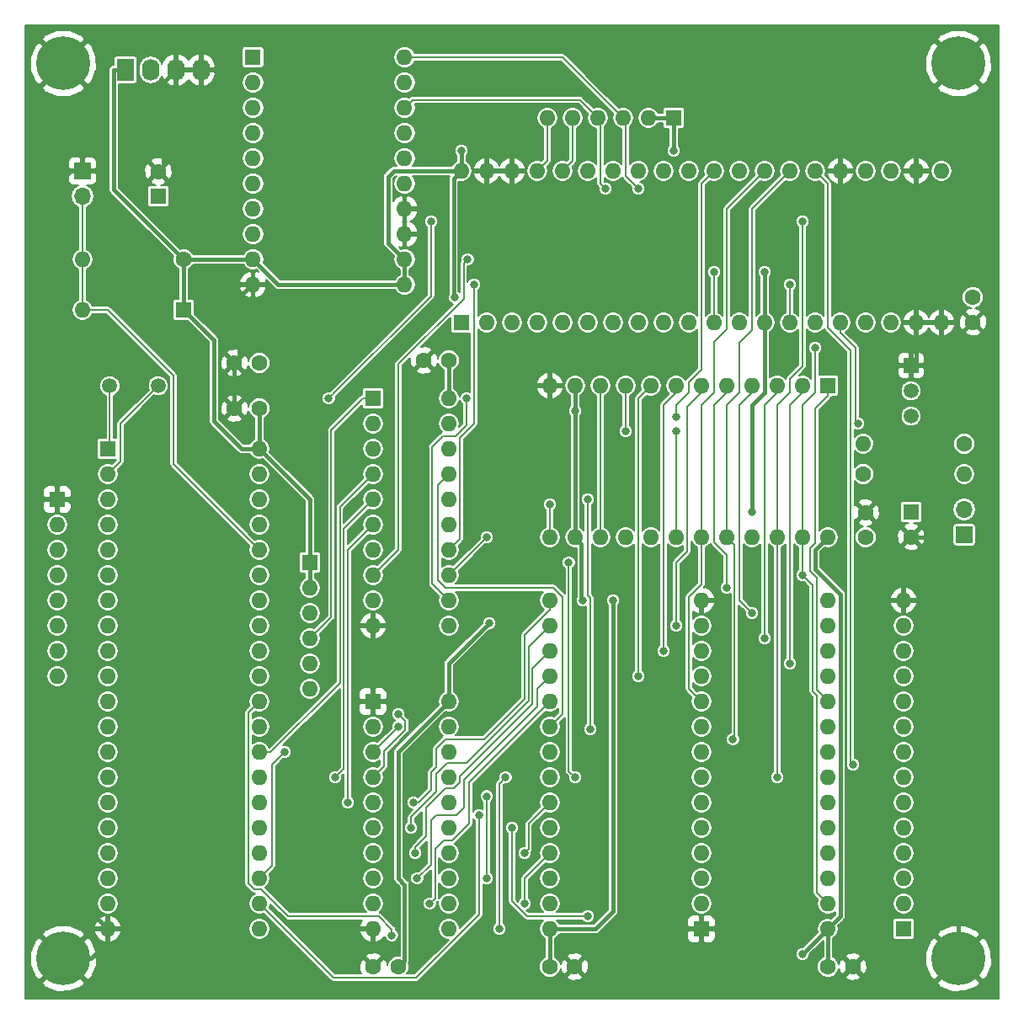
<source format=gbr>
G04 #@! TF.GenerationSoftware,KiCad,Pcbnew,(5.0.0)*
G04 #@! TF.CreationDate,2018-09-18T13:10:02-04:00*
G04 #@! TF.ProjectId,CPU8085,435055383038352E6B696361645F7063,A*
G04 #@! TF.SameCoordinates,Original*
G04 #@! TF.FileFunction,Copper,L1,Top*
G04 #@! TF.FilePolarity,Positive*
%FSLAX46Y46*%
G04 Gerber Fmt 4.6, Leading zero omitted, Abs format (unit mm)*
G04 Created by KiCad (PCBNEW (5.0.0)) date 09/18/18 13:10:02*
%MOMM*%
%LPD*%
G01*
G04 APERTURE LIST*
G04 #@! TA.AperFunction,ComponentPad*
%ADD10R,1.600000X1.600000*%
G04 #@! TD*
G04 #@! TA.AperFunction,ComponentPad*
%ADD11O,1.600000X1.600000*%
G04 #@! TD*
G04 #@! TA.AperFunction,ComponentPad*
%ADD12C,1.600000*%
G04 #@! TD*
G04 #@! TA.AperFunction,ComponentPad*
%ADD13O,1.740000X2.200000*%
G04 #@! TD*
G04 #@! TA.AperFunction,ComponentPad*
%ADD14R,1.740000X2.200000*%
G04 #@! TD*
G04 #@! TA.AperFunction,ComponentPad*
%ADD15R,1.500000X1.500000*%
G04 #@! TD*
G04 #@! TA.AperFunction,ComponentPad*
%ADD16C,1.500000*%
G04 #@! TD*
G04 #@! TA.AperFunction,ComponentPad*
%ADD17O,1.700000X1.700000*%
G04 #@! TD*
G04 #@! TA.AperFunction,ComponentPad*
%ADD18R,1.700000X1.700000*%
G04 #@! TD*
G04 #@! TA.AperFunction,ComponentPad*
%ADD19C,5.400000*%
G04 #@! TD*
G04 #@! TA.AperFunction,ViaPad*
%ADD20C,0.800000*%
G04 #@! TD*
G04 #@! TA.AperFunction,Conductor*
%ADD21C,0.400000*%
G04 #@! TD*
G04 #@! TA.AperFunction,Conductor*
%ADD22C,0.200000*%
G04 #@! TD*
G04 APERTURE END LIST*
D10*
G04 #@! TO.P,D1,1*
G04 #@! TO.N,VCC*
X52070000Y-64770000D03*
D11*
G04 #@! TO.P,D1,2*
G04 #@! TO.N,Net-(C8-Pad1)*
X41910000Y-64770000D03*
G04 #@! TD*
D12*
G04 #@! TO.P,R1,1*
G04 #@! TO.N,VCC*
X52070000Y-59690000D03*
D11*
G04 #@! TO.P,R1,2*
G04 #@! TO.N,Net-(C8-Pad1)*
X41910000Y-59690000D03*
G04 #@! TD*
G04 #@! TO.P,R2,2*
G04 #@! TO.N,/SPEAKER/SPKR_IN*
X120396000Y-78232000D03*
D12*
G04 #@! TO.P,R2,1*
G04 #@! TO.N,Net-(Q1-Pad2)*
X130556000Y-78232000D03*
G04 #@! TD*
G04 #@! TO.P,R3,1*
G04 #@! TO.N,Net-(J2-Pad2)*
X120396000Y-81280000D03*
D11*
G04 #@! TO.P,R3,2*
G04 #@! TO.N,Net-(C10-Pad1)*
X130556000Y-81280000D03*
G04 #@! TD*
G04 #@! TO.P,U5,12*
G04 #@! TO.N,VCC*
X74295000Y-59690000D03*
G04 #@! TO.P,U5,11*
X74295000Y-62230000D03*
G04 #@! TO.P,U5,10*
G04 #@! TO.N,GND*
X59055000Y-62230000D03*
G04 #@! TO.P,U5,9*
G04 #@! TO.N,VCC*
X59055000Y-59690000D03*
G04 #@! TO.P,U5,20*
G04 #@! TO.N,/UART/~RTS*
X74295000Y-39370000D03*
G04 #@! TO.P,U5,8*
G04 #@! TO.N,Net-(U4-Pad10)*
X59055000Y-57150000D03*
G04 #@! TO.P,U5,19*
G04 #@! TO.N,Net-(U5-Pad19)*
X74295000Y-41910000D03*
G04 #@! TO.P,U5,7*
G04 #@! TO.N,Net-(U4-Pad11)*
X59055000Y-54610000D03*
G04 #@! TO.P,U5,18*
G04 #@! TO.N,/UART/~DTR*
X74295000Y-44450000D03*
G04 #@! TO.P,U5,6*
G04 #@! TO.N,N/C*
X59055000Y-52070000D03*
G04 #@! TO.P,U5,17*
G04 #@! TO.N,Net-(U5-Pad17)*
X74295000Y-46990000D03*
G04 #@! TO.P,U5,5*
G04 #@! TO.N,Net-(U5-Pad5)*
X59055000Y-49530000D03*
G04 #@! TO.P,U5,16*
G04 #@! TO.N,Net-(JP4-Pad2)*
X74295000Y-49530000D03*
G04 #@! TO.P,U5,4*
G04 #@! TO.N,Net-(U5-Pad4)*
X59055000Y-46990000D03*
G04 #@! TO.P,U5,15*
G04 #@! TO.N,Net-(JP3-Pad2)*
X74295000Y-52070000D03*
G04 #@! TO.P,U5,3*
G04 #@! TO.N,N/C*
X59055000Y-44450000D03*
G04 #@! TO.P,U5,14*
G04 #@! TO.N,GND*
X74295000Y-54610000D03*
G04 #@! TO.P,U5,2*
G04 #@! TO.N,Net-(U5-Pad2)*
X59055000Y-41910000D03*
G04 #@! TO.P,U5,13*
G04 #@! TO.N,GND*
X74295000Y-57150000D03*
D10*
G04 #@! TO.P,U5,1*
G04 #@! TO.N,Net-(U5-Pad1)*
X59055000Y-39370000D03*
G04 #@! TD*
G04 #@! TO.P,RN3,1*
G04 #@! TO.N,VCC*
X101346000Y-45466000D03*
D11*
G04 #@! TO.P,RN3,2*
X98806000Y-45466000D03*
G04 #@! TO.P,RN3,3*
G04 #@! TO.N,/UART/~RTS*
X96266000Y-45466000D03*
G04 #@! TO.P,RN3,4*
G04 #@! TO.N,/UART/~DTR*
X93726000Y-45466000D03*
G04 #@! TO.P,RN3,5*
G04 #@! TO.N,/UART/~CTS*
X91186000Y-45466000D03*
G04 #@! TO.P,RN3,6*
G04 #@! TO.N,/UART/~DSR*
X88646000Y-45466000D03*
G04 #@! TD*
D13*
G04 #@! TO.P,J1,4*
G04 #@! TO.N,GND*
X53848000Y-40640000D03*
G04 #@! TO.P,J1,3*
X51308000Y-40640000D03*
G04 #@! TO.P,J1,2*
G04 #@! TO.N,VCC*
X48768000Y-40640000D03*
D14*
G04 #@! TO.P,J1,1*
X46228000Y-40640000D03*
G04 #@! TD*
D15*
G04 #@! TO.P,Q1,1*
G04 #@! TO.N,GND*
X125222000Y-70358000D03*
D16*
G04 #@! TO.P,Q1,3*
G04 #@! TO.N,Net-(C10-Pad1)*
X125222000Y-75438000D03*
G04 #@! TO.P,Q1,2*
G04 #@! TO.N,Net-(Q1-Pad2)*
X125222000Y-72898000D03*
G04 #@! TD*
D12*
G04 #@! TO.P,C10,2*
G04 #@! TO.N,GND*
X125222000Y-87590000D03*
D10*
G04 #@! TO.P,C10,1*
G04 #@! TO.N,Net-(C10-Pad1)*
X125222000Y-85090000D03*
G04 #@! TD*
D17*
G04 #@! TO.P,J2,2*
G04 #@! TO.N,Net-(J2-Pad2)*
X130556000Y-84836000D03*
D18*
G04 #@! TO.P,J2,1*
G04 #@! TO.N,VCC*
X130556000Y-87376000D03*
G04 #@! TD*
D11*
G04 #@! TO.P,U6,24*
G04 #@! TO.N,VCC*
X116840000Y-87630000D03*
G04 #@! TO.P,U6,12*
G04 #@! TO.N,GND*
X88900000Y-72390000D03*
G04 #@! TO.P,U6,23*
G04 #@! TO.N,/CPU/~WR*
X114300000Y-87630000D03*
G04 #@! TO.P,U6,11*
G04 #@! TO.N,VCC*
X91440000Y-72390000D03*
G04 #@! TO.P,U6,22*
G04 #@! TO.N,/CPU/~RD*
X111760000Y-87630000D03*
G04 #@! TO.P,U6,10*
G04 #@! TO.N,Net-(U6-Pad10)*
X93980000Y-72390000D03*
G04 #@! TO.P,U6,21*
G04 #@! TO.N,/PIT/~PIT*
X109220000Y-87630000D03*
G04 #@! TO.P,U6,9*
G04 #@! TO.N,/CPU/CLOCK*
X96520000Y-72390000D03*
G04 #@! TO.P,U6,20*
G04 #@! TO.N,/CPU/A1*
X106680000Y-87630000D03*
G04 #@! TO.P,U6,8*
G04 #@! TO.N,/CPU/D0*
X99060000Y-72390000D03*
G04 #@! TO.P,U6,19*
G04 #@! TO.N,/CPU/A0*
X104140000Y-87630000D03*
G04 #@! TO.P,U6,7*
G04 #@! TO.N,/CPU/D1*
X101600000Y-72390000D03*
G04 #@! TO.P,U6,18*
G04 #@! TO.N,/CPU/CLOCK*
X101600000Y-87630000D03*
G04 #@! TO.P,U6,6*
G04 #@! TO.N,/CPU/D2*
X104140000Y-72390000D03*
G04 #@! TO.P,U6,17*
G04 #@! TO.N,/PIT/SPKR_OUT*
X99060000Y-87630000D03*
G04 #@! TO.P,U6,5*
G04 #@! TO.N,/CPU/D3*
X106680000Y-72390000D03*
G04 #@! TO.P,U6,16*
G04 #@! TO.N,/PIT/SPKR_EN*
X96520000Y-87630000D03*
G04 #@! TO.P,U6,4*
G04 #@! TO.N,/CPU/D4*
X109220000Y-72390000D03*
G04 #@! TO.P,U6,15*
G04 #@! TO.N,Net-(U6-Pad10)*
X93980000Y-87630000D03*
G04 #@! TO.P,U6,3*
G04 #@! TO.N,/CPU/D5*
X111760000Y-72390000D03*
G04 #@! TO.P,U6,14*
G04 #@! TO.N,VCC*
X91440000Y-87630000D03*
G04 #@! TO.P,U6,2*
G04 #@! TO.N,/CPU/D6*
X114300000Y-72390000D03*
G04 #@! TO.P,U6,13*
G04 #@! TO.N,/PIT/TI_CLK*
X88900000Y-87630000D03*
D10*
G04 #@! TO.P,U6,1*
G04 #@! TO.N,/CPU/D7*
X116840000Y-72390000D03*
G04 #@! TD*
D11*
G04 #@! TO.P,U4,40*
G04 #@! TO.N,VCC*
X80010000Y-50800000D03*
G04 #@! TO.P,U4,20*
G04 #@! TO.N,GND*
X128270000Y-66040000D03*
G04 #@! TO.P,U4,39*
X82550000Y-50800000D03*
G04 #@! TO.P,U4,19*
X125730000Y-66040000D03*
G04 #@! TO.P,U4,38*
X85090000Y-50800000D03*
G04 #@! TO.P,U4,18*
G04 #@! TO.N,/CPU/~WR*
X123190000Y-66040000D03*
G04 #@! TO.P,U4,37*
G04 #@! TO.N,/UART/~DSR*
X87630000Y-50800000D03*
G04 #@! TO.P,U4,17*
G04 #@! TO.N,Net-(U4-Pad17)*
X120650000Y-66040000D03*
G04 #@! TO.P,U4,36*
G04 #@! TO.N,/UART/~CTS*
X90170000Y-50800000D03*
G04 #@! TO.P,U4,16*
G04 #@! TO.N,/CPU/CLOCK*
X118110000Y-66040000D03*
G04 #@! TO.P,U4,35*
G04 #@! TO.N,/CPU/RESET*
X92710000Y-50800000D03*
G04 #@! TO.P,U4,15*
G04 #@! TO.N,Net-(U4-Pad15)*
X115570000Y-66040000D03*
G04 #@! TO.P,U4,34*
G04 #@! TO.N,/UART/~UART_OUT1*
X95250000Y-50800000D03*
G04 #@! TO.P,U4,14*
G04 #@! TO.N,/UART/~UART*
X113030000Y-66040000D03*
G04 #@! TO.P,U4,33*
G04 #@! TO.N,Net-(JP1-Pad1)*
X97790000Y-50800000D03*
G04 #@! TO.P,U4,13*
G04 #@! TO.N,VCC*
X110490000Y-66040000D03*
G04 #@! TO.P,U4,32*
G04 #@! TO.N,Net-(JP2-Pad1)*
X100330000Y-50800000D03*
G04 #@! TO.P,U4,12*
G04 #@! TO.N,VCC*
X107950000Y-66040000D03*
G04 #@! TO.P,U4,31*
G04 #@! TO.N,/UART/~UART_OUT2*
X102870000Y-50800000D03*
G04 #@! TO.P,U4,11*
G04 #@! TO.N,Net-(U4-Pad11)*
X105410000Y-66040000D03*
G04 #@! TO.P,U4,30*
G04 #@! TO.N,/UART/INTR*
X105410000Y-50800000D03*
G04 #@! TO.P,U4,10*
G04 #@! TO.N,Net-(U4-Pad10)*
X102870000Y-66040000D03*
G04 #@! TO.P,U4,29*
G04 #@! TO.N,N/C*
X107950000Y-50800000D03*
G04 #@! TO.P,U4,9*
G04 #@! TO.N,Net-(U4-Pad15)*
X100330000Y-66040000D03*
G04 #@! TO.P,U4,28*
G04 #@! TO.N,/CPU/A0*
X110490000Y-50800000D03*
G04 #@! TO.P,U4,8*
G04 #@! TO.N,/CPU/D7*
X97790000Y-66040000D03*
G04 #@! TO.P,U4,27*
G04 #@! TO.N,/CPU/A1*
X113030000Y-50800000D03*
G04 #@! TO.P,U4,7*
G04 #@! TO.N,/CPU/D6*
X95250000Y-66040000D03*
G04 #@! TO.P,U4,26*
G04 #@! TO.N,/CPU/A2*
X115570000Y-50800000D03*
G04 #@! TO.P,U4,6*
G04 #@! TO.N,/CPU/D5*
X92710000Y-66040000D03*
G04 #@! TO.P,U4,25*
G04 #@! TO.N,GND*
X118110000Y-50800000D03*
G04 #@! TO.P,U4,5*
G04 #@! TO.N,/CPU/D4*
X90170000Y-66040000D03*
G04 #@! TO.P,U4,24*
G04 #@! TO.N,Net-(U4-Pad24)*
X120650000Y-50800000D03*
G04 #@! TO.P,U4,4*
G04 #@! TO.N,/CPU/D3*
X87630000Y-66040000D03*
G04 #@! TO.P,U4,23*
G04 #@! TO.N,Net-(U4-Pad23)*
X123190000Y-50800000D03*
G04 #@! TO.P,U4,3*
G04 #@! TO.N,/CPU/D2*
X85090000Y-66040000D03*
G04 #@! TO.P,U4,22*
G04 #@! TO.N,GND*
X125730000Y-50800000D03*
G04 #@! TO.P,U4,2*
G04 #@! TO.N,/CPU/D1*
X82550000Y-66040000D03*
G04 #@! TO.P,U4,21*
G04 #@! TO.N,/CPU/~RD*
X128270000Y-50800000D03*
D10*
G04 #@! TO.P,U4,1*
G04 #@! TO.N,/CPU/D0*
X80010000Y-66040000D03*
G04 #@! TD*
D11*
G04 #@! TO.P,U7,40*
G04 #@! TO.N,VCC*
X59690000Y-78740000D03*
G04 #@! TO.P,U7,20*
G04 #@! TO.N,GND*
X44450000Y-127000000D03*
G04 #@! TO.P,U7,39*
G04 #@! TO.N,/CPU/HOLD*
X59690000Y-81280000D03*
G04 #@! TO.P,U7,19*
G04 #@! TO.N,/CPU/D7*
X44450000Y-124460000D03*
G04 #@! TO.P,U7,38*
G04 #@! TO.N,Net-(U7-Pad38)*
X59690000Y-83820000D03*
G04 #@! TO.P,U7,18*
G04 #@! TO.N,/CPU/D6*
X44450000Y-121920000D03*
G04 #@! TO.P,U7,37*
G04 #@! TO.N,/CPU/CLOCK*
X59690000Y-86360000D03*
G04 #@! TO.P,U7,17*
G04 #@! TO.N,/CPU/D5*
X44450000Y-119380000D03*
G04 #@! TO.P,U7,36*
G04 #@! TO.N,Net-(C8-Pad1)*
X59690000Y-88900000D03*
G04 #@! TO.P,U7,16*
G04 #@! TO.N,/CPU/D4*
X44450000Y-116840000D03*
G04 #@! TO.P,U7,35*
G04 #@! TO.N,Net-(RN2-Pad3)*
X59690000Y-91440000D03*
G04 #@! TO.P,U7,15*
G04 #@! TO.N,/CPU/D3*
X44450000Y-114300000D03*
G04 #@! TO.P,U7,34*
G04 #@! TO.N,/CPU/IO~M*
X59690000Y-93980000D03*
G04 #@! TO.P,U7,14*
G04 #@! TO.N,/CPU/D2*
X44450000Y-111760000D03*
G04 #@! TO.P,U7,33*
G04 #@! TO.N,Net-(U7-Pad33)*
X59690000Y-96520000D03*
G04 #@! TO.P,U7,13*
G04 #@! TO.N,/CPU/D1*
X44450000Y-109220000D03*
G04 #@! TO.P,U7,32*
G04 #@! TO.N,/CPU/~RD*
X59690000Y-99060000D03*
G04 #@! TO.P,U7,12*
G04 #@! TO.N,/CPU/D0*
X44450000Y-106680000D03*
G04 #@! TO.P,U7,31*
G04 #@! TO.N,/CPU/~WR*
X59690000Y-101600000D03*
G04 #@! TO.P,U7,11*
G04 #@! TO.N,Net-(U7-Pad11)*
X44450000Y-104140000D03*
G04 #@! TO.P,U7,30*
G04 #@! TO.N,Net-(U7-Pad30)*
X59690000Y-104140000D03*
G04 #@! TO.P,U7,10*
G04 #@! TO.N,/CPU/INTR*
X44450000Y-101600000D03*
G04 #@! TO.P,U7,29*
G04 #@! TO.N,Net-(U7-Pad29)*
X59690000Y-106680000D03*
G04 #@! TO.P,U7,9*
G04 #@! TO.N,/CPU/RST5_5*
X44450000Y-99060000D03*
G04 #@! TO.P,U7,28*
G04 #@! TO.N,/A15*
X59690000Y-109220000D03*
G04 #@! TO.P,U7,8*
G04 #@! TO.N,/UART/INTR*
X44450000Y-96520000D03*
G04 #@! TO.P,U7,27*
G04 #@! TO.N,/A14*
X59690000Y-111760000D03*
G04 #@! TO.P,U7,7*
G04 #@! TO.N,/CPU/RST7_5*
X44450000Y-93980000D03*
G04 #@! TO.P,U7,26*
G04 #@! TO.N,/A13*
X59690000Y-114300000D03*
G04 #@! TO.P,U7,6*
G04 #@! TO.N,/PIT/TI_CLK*
X44450000Y-91440000D03*
G04 #@! TO.P,U7,25*
G04 #@! TO.N,/CPU/A12*
X59690000Y-116840000D03*
G04 #@! TO.P,U7,5*
G04 #@! TO.N,/CPU/SID*
X44450000Y-88900000D03*
G04 #@! TO.P,U7,24*
G04 #@! TO.N,/CPU/A11*
X59690000Y-119380000D03*
G04 #@! TO.P,U7,4*
G04 #@! TO.N,Net-(U7-Pad4)*
X44450000Y-86360000D03*
G04 #@! TO.P,U7,23*
G04 #@! TO.N,/CPU/A10*
X59690000Y-121920000D03*
G04 #@! TO.P,U7,3*
G04 #@! TO.N,/CPU/RESET*
X44450000Y-83820000D03*
G04 #@! TO.P,U7,22*
G04 #@! TO.N,/CPU/A9*
X59690000Y-124460000D03*
G04 #@! TO.P,U7,2*
G04 #@! TO.N,Net-(C9-Pad1)*
X44450000Y-81280000D03*
G04 #@! TO.P,U7,21*
G04 #@! TO.N,/CPU/A8*
X59690000Y-127000000D03*
D10*
G04 #@! TO.P,U7,1*
G04 #@! TO.N,Net-(U7-Pad1)*
X44450000Y-78740000D03*
G04 #@! TD*
D11*
G04 #@! TO.P,U2,28*
G04 #@! TO.N,VCC*
X88900000Y-127000000D03*
G04 #@! TO.P,U2,14*
G04 #@! TO.N,GND*
X104140000Y-93980000D03*
G04 #@! TO.P,U2,27*
G04 #@! TO.N,/A14*
X88900000Y-124460000D03*
G04 #@! TO.P,U2,13*
G04 #@! TO.N,/CPU/D2*
X104140000Y-96520000D03*
G04 #@! TO.P,U2,26*
G04 #@! TO.N,/A13*
X88900000Y-121920000D03*
G04 #@! TO.P,U2,12*
G04 #@! TO.N,/CPU/D1*
X104140000Y-99060000D03*
G04 #@! TO.P,U2,25*
G04 #@! TO.N,/CPU/A8*
X88900000Y-119380000D03*
G04 #@! TO.P,U2,11*
G04 #@! TO.N,/CPU/D0*
X104140000Y-101600000D03*
G04 #@! TO.P,U2,24*
G04 #@! TO.N,/CPU/A9*
X88900000Y-116840000D03*
G04 #@! TO.P,U2,10*
G04 #@! TO.N,/CPU/A0*
X104140000Y-104140000D03*
G04 #@! TO.P,U2,23*
G04 #@! TO.N,/CPU/A11*
X88900000Y-114300000D03*
G04 #@! TO.P,U2,9*
G04 #@! TO.N,/CPU/A1*
X104140000Y-106680000D03*
G04 #@! TO.P,U2,22*
G04 #@! TO.N,/CPU/~RD*
X88900000Y-111760000D03*
G04 #@! TO.P,U2,8*
G04 #@! TO.N,/CPU/A2*
X104140000Y-109220000D03*
G04 #@! TO.P,U2,21*
G04 #@! TO.N,/CPU/A10*
X88900000Y-109220000D03*
G04 #@! TO.P,U2,7*
G04 #@! TO.N,/CPU/A3*
X104140000Y-111760000D03*
G04 #@! TO.P,U2,20*
G04 #@! TO.N,/Memory/~ROMCE*
X88900000Y-106680000D03*
G04 #@! TO.P,U2,6*
G04 #@! TO.N,/CPU/A4*
X104140000Y-114300000D03*
G04 #@! TO.P,U2,19*
G04 #@! TO.N,/CPU/D7*
X88900000Y-104140000D03*
G04 #@! TO.P,U2,5*
G04 #@! TO.N,/CPU/A5*
X104140000Y-116840000D03*
G04 #@! TO.P,U2,18*
G04 #@! TO.N,/CPU/D6*
X88900000Y-101600000D03*
G04 #@! TO.P,U2,4*
G04 #@! TO.N,/CPU/A6*
X104140000Y-119380000D03*
G04 #@! TO.P,U2,17*
G04 #@! TO.N,/CPU/D5*
X88900000Y-99060000D03*
G04 #@! TO.P,U2,3*
G04 #@! TO.N,/CPU/A7*
X104140000Y-121920000D03*
G04 #@! TO.P,U2,16*
G04 #@! TO.N,/CPU/D4*
X88900000Y-96520000D03*
G04 #@! TO.P,U2,2*
G04 #@! TO.N,/CPU/A12*
X104140000Y-124460000D03*
G04 #@! TO.P,U2,15*
G04 #@! TO.N,/CPU/D3*
X88900000Y-93980000D03*
D10*
G04 #@! TO.P,U2,1*
G04 #@! TO.N,GND*
X104140000Y-127000000D03*
G04 #@! TD*
D19*
G04 #@! TO.P,MH4,1*
G04 #@! TO.N,GND*
X130000000Y-130000000D03*
G04 #@! TD*
G04 #@! TO.P,MH3,1*
G04 #@! TO.N,GND*
X40000000Y-130000000D03*
G04 #@! TD*
G04 #@! TO.P,MH2,1*
G04 #@! TO.N,GND*
X130000000Y-40000000D03*
G04 #@! TD*
G04 #@! TO.P,MH1,1*
G04 #@! TO.N,GND*
X40000000Y-40000000D03*
G04 #@! TD*
D12*
G04 #@! TO.P,C8,2*
G04 #@! TO.N,GND*
X49530000Y-50840000D03*
D10*
G04 #@! TO.P,C8,1*
G04 #@! TO.N,Net-(C8-Pad1)*
X49530000Y-53340000D03*
G04 #@! TD*
D12*
G04 #@! TO.P,C9,2*
G04 #@! TO.N,GND*
X57190000Y-70104000D03*
G04 #@! TO.P,C9,1*
G04 #@! TO.N,Net-(C9-Pad1)*
X59690000Y-70104000D03*
G04 #@! TD*
G04 #@! TO.P,C1,2*
G04 #@! TO.N,GND*
X131445000Y-66000000D03*
G04 #@! TO.P,C1,1*
G04 #@! TO.N,VCC*
X131445000Y-63500000D03*
G04 #@! TD*
G04 #@! TO.P,C2,2*
G04 #@! TO.N,GND*
X91400000Y-130810000D03*
G04 #@! TO.P,C2,1*
G04 #@! TO.N,VCC*
X88900000Y-130810000D03*
G04 #@! TD*
G04 #@! TO.P,C3,2*
G04 #@! TO.N,GND*
X119380000Y-130810000D03*
G04 #@! TO.P,C3,1*
G04 #@! TO.N,VCC*
X116880000Y-130810000D03*
G04 #@! TD*
G04 #@! TO.P,C4,2*
G04 #@! TO.N,GND*
X76240000Y-69850000D03*
G04 #@! TO.P,C4,1*
G04 #@! TO.N,VCC*
X78740000Y-69850000D03*
G04 #@! TD*
G04 #@! TO.P,C5,2*
G04 #@! TO.N,GND*
X71160000Y-130810000D03*
G04 #@! TO.P,C5,1*
G04 #@! TO.N,VCC*
X73660000Y-130810000D03*
G04 #@! TD*
G04 #@! TO.P,C6,2*
G04 #@! TO.N,GND*
X120650000Y-85130000D03*
G04 #@! TO.P,C6,1*
G04 #@! TO.N,VCC*
X120650000Y-87630000D03*
G04 #@! TD*
D11*
G04 #@! TO.P,U1,20*
G04 #@! TO.N,VCC*
X78740000Y-73660000D03*
G04 #@! TO.P,U1,10*
G04 #@! TO.N,GND*
X71120000Y-96520000D03*
G04 #@! TO.P,U1,19*
G04 #@! TO.N,N/C*
X78740000Y-76200000D03*
G04 #@! TO.P,U1,9*
G04 #@! TO.N,/PIT/SPKR_OUT*
X71120000Y-93980000D03*
G04 #@! TO.P,U1,18*
G04 #@! TO.N,N/C*
X78740000Y-78740000D03*
G04 #@! TO.P,U1,8*
G04 #@! TO.N,/UART/~UART_OUT1*
X71120000Y-91440000D03*
G04 #@! TO.P,U1,17*
G04 #@! TO.N,/Memory/~ROMCE*
X78740000Y-81280000D03*
G04 #@! TO.P,U1,7*
G04 #@! TO.N,N/C*
X71120000Y-88900000D03*
G04 #@! TO.P,U1,16*
G04 #@! TO.N,/Memory/~RAMCE*
X78740000Y-83820000D03*
G04 #@! TO.P,U1,6*
G04 #@! TO.N,/A13*
X71120000Y-86360000D03*
G04 #@! TO.P,U1,15*
G04 #@! TO.N,/PIT/~PIT*
X78740000Y-86360000D03*
G04 #@! TO.P,U1,5*
G04 #@! TO.N,/A14*
X71120000Y-83820000D03*
G04 #@! TO.P,U1,14*
G04 #@! TO.N,/UART/~UART*
X78740000Y-88900000D03*
G04 #@! TO.P,U1,4*
G04 #@! TO.N,/A15*
X71120000Y-81280000D03*
G04 #@! TO.P,U1,13*
G04 #@! TO.N,/PIT/SPKR_EN*
X78740000Y-91440000D03*
G04 #@! TO.P,U1,3*
G04 #@! TO.N,N/C*
X71120000Y-78740000D03*
G04 #@! TO.P,U1,12*
G04 #@! TO.N,/SPEAKER/SPKR_IN*
X78740000Y-93980000D03*
G04 #@! TO.P,U1,2*
G04 #@! TO.N,N/C*
X71120000Y-76200000D03*
G04 #@! TO.P,U1,11*
X78740000Y-96520000D03*
D10*
G04 #@! TO.P,U1,1*
G04 #@! TO.N,/CPU/IO~M*
X71120000Y-73660000D03*
G04 #@! TD*
D11*
G04 #@! TO.P,U8,20*
G04 #@! TO.N,VCC*
X78740000Y-104140000D03*
G04 #@! TO.P,U8,10*
G04 #@! TO.N,GND*
X71120000Y-127000000D03*
G04 #@! TO.P,U8,19*
G04 #@! TO.N,/CPU/A0*
X78740000Y-106680000D03*
G04 #@! TO.P,U8,9*
G04 #@! TO.N,/CPU/D7*
X71120000Y-124460000D03*
G04 #@! TO.P,U8,18*
G04 #@! TO.N,/CPU/A1*
X78740000Y-109220000D03*
G04 #@! TO.P,U8,8*
G04 #@! TO.N,/CPU/D6*
X71120000Y-121920000D03*
G04 #@! TO.P,U8,17*
G04 #@! TO.N,/CPU/A2*
X78740000Y-111760000D03*
G04 #@! TO.P,U8,7*
G04 #@! TO.N,/CPU/D5*
X71120000Y-119380000D03*
G04 #@! TO.P,U8,16*
G04 #@! TO.N,/CPU/A3*
X78740000Y-114300000D03*
G04 #@! TO.P,U8,6*
G04 #@! TO.N,/CPU/D4*
X71120000Y-116840000D03*
G04 #@! TO.P,U8,15*
G04 #@! TO.N,/CPU/A4*
X78740000Y-116840000D03*
G04 #@! TO.P,U8,5*
G04 #@! TO.N,/CPU/D3*
X71120000Y-114300000D03*
G04 #@! TO.P,U8,14*
G04 #@! TO.N,/CPU/A5*
X78740000Y-119380000D03*
G04 #@! TO.P,U8,4*
G04 #@! TO.N,/CPU/D2*
X71120000Y-111760000D03*
G04 #@! TO.P,U8,13*
G04 #@! TO.N,/CPU/A6*
X78740000Y-121920000D03*
G04 #@! TO.P,U8,3*
G04 #@! TO.N,/CPU/D1*
X71120000Y-109220000D03*
G04 #@! TO.P,U8,12*
G04 #@! TO.N,/CPU/A7*
X78740000Y-124460000D03*
G04 #@! TO.P,U8,2*
G04 #@! TO.N,/CPU/D0*
X71120000Y-106680000D03*
G04 #@! TO.P,U8,11*
G04 #@! TO.N,Net-(U7-Pad30)*
X78740000Y-127000000D03*
D10*
G04 #@! TO.P,U8,1*
G04 #@! TO.N,GND*
X71120000Y-104140000D03*
G04 #@! TD*
D11*
G04 #@! TO.P,U3,28*
G04 #@! TO.N,VCC*
X116840000Y-127000000D03*
G04 #@! TO.P,U3,14*
G04 #@! TO.N,GND*
X124460000Y-93980000D03*
G04 #@! TO.P,U3,27*
G04 #@! TO.N,/CPU/~WR*
X116840000Y-124460000D03*
G04 #@! TO.P,U3,13*
G04 #@! TO.N,/CPU/D2*
X124460000Y-96520000D03*
G04 #@! TO.P,U3,26*
G04 #@! TO.N,/A13*
X116840000Y-121920000D03*
G04 #@! TO.P,U3,12*
G04 #@! TO.N,/CPU/D1*
X124460000Y-99060000D03*
G04 #@! TO.P,U3,25*
G04 #@! TO.N,/CPU/A8*
X116840000Y-119380000D03*
G04 #@! TO.P,U3,11*
G04 #@! TO.N,/CPU/D0*
X124460000Y-101600000D03*
G04 #@! TO.P,U3,24*
G04 #@! TO.N,/CPU/A9*
X116840000Y-116840000D03*
G04 #@! TO.P,U3,10*
G04 #@! TO.N,/CPU/A0*
X124460000Y-104140000D03*
G04 #@! TO.P,U3,23*
G04 #@! TO.N,/CPU/A11*
X116840000Y-114300000D03*
G04 #@! TO.P,U3,9*
G04 #@! TO.N,/CPU/A1*
X124460000Y-106680000D03*
G04 #@! TO.P,U3,22*
G04 #@! TO.N,/CPU/~RD*
X116840000Y-111760000D03*
G04 #@! TO.P,U3,8*
G04 #@! TO.N,/CPU/A2*
X124460000Y-109220000D03*
G04 #@! TO.P,U3,21*
G04 #@! TO.N,/CPU/A10*
X116840000Y-109220000D03*
G04 #@! TO.P,U3,7*
G04 #@! TO.N,/CPU/A3*
X124460000Y-111760000D03*
G04 #@! TO.P,U3,20*
G04 #@! TO.N,/Memory/~RAMCE*
X116840000Y-106680000D03*
G04 #@! TO.P,U3,6*
G04 #@! TO.N,/CPU/A4*
X124460000Y-114300000D03*
G04 #@! TO.P,U3,19*
G04 #@! TO.N,/CPU/D7*
X116840000Y-104140000D03*
G04 #@! TO.P,U3,5*
G04 #@! TO.N,/CPU/A5*
X124460000Y-116840000D03*
G04 #@! TO.P,U3,18*
G04 #@! TO.N,/CPU/D6*
X116840000Y-101600000D03*
G04 #@! TO.P,U3,4*
G04 #@! TO.N,/CPU/A6*
X124460000Y-119380000D03*
G04 #@! TO.P,U3,17*
G04 #@! TO.N,/CPU/D5*
X116840000Y-99060000D03*
G04 #@! TO.P,U3,3*
G04 #@! TO.N,/CPU/A7*
X124460000Y-121920000D03*
G04 #@! TO.P,U3,16*
G04 #@! TO.N,/CPU/D4*
X116840000Y-96520000D03*
G04 #@! TO.P,U3,2*
G04 #@! TO.N,/CPU/A12*
X124460000Y-124460000D03*
G04 #@! TO.P,U3,15*
G04 #@! TO.N,/CPU/D3*
X116840000Y-93980000D03*
D10*
G04 #@! TO.P,U3,1*
G04 #@! TO.N,/A14*
X124460000Y-127000000D03*
G04 #@! TD*
D11*
G04 #@! TO.P,RN2,6*
G04 #@! TO.N,/CPU/~WR*
X64770000Y-102870000D03*
G04 #@! TO.P,RN2,5*
G04 #@! TO.N,/CPU/~RD*
X64770000Y-100330000D03*
G04 #@! TO.P,RN2,4*
G04 #@! TO.N,/CPU/IO~M*
X64770000Y-97790000D03*
G04 #@! TO.P,RN2,3*
G04 #@! TO.N,Net-(RN2-Pad3)*
X64770000Y-95250000D03*
G04 #@! TO.P,RN2,2*
G04 #@! TO.N,VCC*
X64770000Y-92710000D03*
D10*
G04 #@! TO.P,RN2,1*
X64770000Y-90170000D03*
G04 #@! TD*
D11*
G04 #@! TO.P,RN1,8*
G04 #@! TO.N,/CPU/INTR*
X39370000Y-101600000D03*
G04 #@! TO.P,RN1,7*
G04 #@! TO.N,/CPU/RST5_5*
X39370000Y-99060000D03*
G04 #@! TO.P,RN1,6*
G04 #@! TO.N,/UART/INTR*
X39370000Y-96520000D03*
G04 #@! TO.P,RN1,5*
G04 #@! TO.N,/CPU/RST7_5*
X39370000Y-93980000D03*
G04 #@! TO.P,RN1,4*
G04 #@! TO.N,/PIT/TI_CLK*
X39370000Y-91440000D03*
G04 #@! TO.P,RN1,3*
G04 #@! TO.N,/CPU/SID*
X39370000Y-88900000D03*
G04 #@! TO.P,RN1,2*
G04 #@! TO.N,/CPU/HOLD*
X39370000Y-86360000D03*
D10*
G04 #@! TO.P,RN1,1*
G04 #@! TO.N,GND*
X39370000Y-83820000D03*
G04 #@! TD*
D12*
G04 #@! TO.P,C7,2*
G04 #@! TO.N,GND*
X57190000Y-74676000D03*
G04 #@! TO.P,C7,1*
G04 #@! TO.N,VCC*
X59690000Y-74676000D03*
G04 #@! TD*
D16*
G04 #@! TO.P,Y1,2*
G04 #@! TO.N,Net-(U7-Pad1)*
X44650000Y-72390000D03*
G04 #@! TO.P,Y1,1*
G04 #@! TO.N,Net-(C9-Pad1)*
X49530000Y-72390000D03*
G04 #@! TD*
D17*
G04 #@! TO.P,SW1,2*
G04 #@! TO.N,Net-(C8-Pad1)*
X41910000Y-53340000D03*
D18*
G04 #@! TO.P,SW1,1*
G04 #@! TO.N,GND*
X41910000Y-50800000D03*
G04 #@! TD*
D20*
G04 #@! TO.N,VCC*
X114300000Y-129540000D03*
X109220000Y-85090000D03*
X91440000Y-74930000D03*
X110490000Y-60960000D03*
X79375000Y-63500000D03*
X95250000Y-93980000D03*
X82804000Y-96266000D03*
X80010000Y-48768000D03*
X101346000Y-48768000D03*
X92202000Y-93980000D03*
G04 #@! TO.N,GND*
X128270000Y-93980000D03*
X104140000Y-130810000D03*
G04 #@! TO.N,/CPU/A8*
X86360000Y-124460000D03*
G04 #@! TO.N,/CPU/A9*
X81788000Y-115570000D03*
G04 #@! TO.N,/CPU/RESET*
X76962000Y-55880000D03*
X66675000Y-73660000D03*
G04 #@! TO.N,/CPU/A10*
X62230000Y-109220000D03*
G04 #@! TO.N,/CPU/A11*
X86360000Y-119380000D03*
G04 #@! TO.N,/CPU/A12*
X92710006Y-125730000D03*
X85090008Y-116840000D03*
G04 #@! TO.N,/CPU/D0*
X97790000Y-101600000D03*
G04 #@! TO.N,/CPU/D1*
X100330000Y-99060000D03*
X73660000Y-106680008D03*
G04 #@! TO.N,/CPU/D2*
X101600000Y-96520000D03*
X73660000Y-105410000D03*
G04 #@! TO.N,/CPU/D3*
X106679990Y-92710000D03*
X75183991Y-114300000D03*
G04 #@! TO.N,/CPU/D4*
X109220006Y-95250000D03*
X74929992Y-116840000D03*
G04 #@! TO.N,/CPU/D5*
X110490000Y-97790000D03*
X75353979Y-119380000D03*
G04 #@! TO.N,/CPU/D6*
X75565000Y-121920000D03*
X113030000Y-100330000D03*
G04 #@! TO.N,/CPU/D7*
X76835004Y-124460000D03*
G04 #@! TO.N,/CPU/A2*
X119380000Y-110490000D03*
G04 #@! TO.N,/CPU/A1*
X107315000Y-107950000D03*
G04 #@! TO.N,/CPU/CLOCK*
X96520000Y-76962000D03*
X101600000Y-76962000D03*
G04 #@! TO.N,/CPU/~RD*
X114300000Y-55880000D03*
X111760000Y-111760000D03*
X91440000Y-111760000D03*
G04 #@! TO.N,/CPU/~WR*
X115570000Y-68580000D03*
X114300000Y-91440000D03*
G04 #@! TO.N,/PIT/TI_CLK*
X88900000Y-84328000D03*
G04 #@! TO.N,/UART/~UART_OUT1*
X80645026Y-59690000D03*
G04 #@! TO.N,/PIT/SPKR_EN*
X82550008Y-87630000D03*
G04 #@! TO.N,/UART/~UART*
X113030000Y-62230000D03*
X81280000Y-62230000D03*
G04 #@! TO.N,/A13*
X82550000Y-121920000D03*
X68580000Y-114300000D03*
X82550000Y-113665000D03*
G04 #@! TO.N,/A14*
X67310000Y-111760000D03*
X84455000Y-111760000D03*
X83820000Y-127000000D03*
G04 #@! TO.N,/Memory/~RAMCE*
X92710000Y-83819992D03*
X92964000Y-106934000D03*
G04 #@! TO.N,/UART/INTR*
X101600000Y-75499990D03*
G04 #@! TO.N,Net-(U4-Pad11)*
X105409992Y-60960000D03*
G04 #@! TO.N,/UART/~RTS*
X97790000Y-52578000D03*
G04 #@! TO.N,Net-(U7-Pad30)*
X73025022Y-127635000D03*
G04 #@! TO.N,/CPU/CLOCK*
X119888000Y-76200000D03*
G04 #@! TO.N,/CPU/~RD*
X90805020Y-90170000D03*
G04 #@! TO.N,/SPEAKER/SPKR_IN*
X80518000Y-73660000D03*
G04 #@! TO.N,/UART/~DTR*
X94488000Y-52578000D03*
G04 #@! TD*
D21*
G04 #@! TO.N,VCC*
X88900000Y-130810000D02*
X88900000Y-127000000D01*
X78740000Y-69850000D02*
X78740000Y-73660000D01*
X64770000Y-92710000D02*
X64770000Y-90170000D01*
X64770000Y-83820000D02*
X59690000Y-78740000D01*
X64770000Y-90170000D02*
X64770000Y-83820000D01*
X116880000Y-127040000D02*
X116840000Y-127000000D01*
X116880000Y-130810000D02*
X116880000Y-127040000D01*
X52070000Y-64770000D02*
X52070000Y-59690000D01*
X109220000Y-74293590D02*
X109220000Y-85090000D01*
X110490000Y-66040000D02*
X110490000Y-73023590D01*
X110490000Y-73023590D02*
X109220000Y-74293590D01*
X45045000Y-52665000D02*
X52070000Y-59690000D01*
X91440000Y-72390000D02*
X91440000Y-87630000D01*
X114300000Y-129540000D02*
X116840000Y-127000000D01*
X78740000Y-104140000D02*
X78740000Y-100330000D01*
X45045000Y-40673000D02*
X45045000Y-43180000D01*
X45078000Y-40640000D02*
X45045000Y-40673000D01*
X46228000Y-40640000D02*
X45078000Y-40640000D01*
X45045000Y-42545000D02*
X45045000Y-43180000D01*
X45045000Y-43180000D02*
X45045000Y-52665000D01*
X110490000Y-66040000D02*
X110490000Y-60960000D01*
X74295000Y-59690000D02*
X74295000Y-62230000D01*
X61595000Y-62230000D02*
X59055000Y-59690000D01*
X74295000Y-62230000D02*
X61595000Y-62230000D01*
X79210001Y-63335001D02*
X79375000Y-63500000D01*
X80010000Y-50800000D02*
X79210001Y-51599999D01*
X79210001Y-51599999D02*
X79210001Y-63335001D01*
X78740000Y-100330000D02*
X82804000Y-96266000D01*
X93507998Y-127000000D02*
X88900000Y-127000000D01*
X95250000Y-125257998D02*
X93507998Y-127000000D01*
X95250000Y-93980000D02*
X95250000Y-125257998D01*
X73227998Y-50800000D02*
X80010000Y-50800000D01*
X72644000Y-51383998D02*
X73227998Y-50800000D01*
X74295000Y-59690000D02*
X72644000Y-58039000D01*
X72644000Y-58039000D02*
X72644000Y-51383998D01*
X80010000Y-50800000D02*
X80010000Y-48768000D01*
X59690000Y-74676000D02*
X59690000Y-78740000D01*
X98806000Y-45466000D02*
X101346000Y-45466000D01*
X101346000Y-45466000D02*
X101346000Y-48768000D01*
X59055000Y-59690000D02*
X52070000Y-59690000D01*
X57912000Y-78740000D02*
X59690000Y-78740000D01*
X55118000Y-75946000D02*
X57912000Y-78740000D01*
X52070000Y-64770000D02*
X55118000Y-67818000D01*
X55118000Y-67818000D02*
X55118000Y-75946000D01*
X117639999Y-126200001D02*
X116840000Y-127000000D01*
X118110000Y-125730000D02*
X117639999Y-126200001D01*
X118110000Y-93345000D02*
X118110000Y-125730000D01*
X115570000Y-88900000D02*
X116840000Y-87630000D01*
X115570000Y-90805000D02*
X115570000Y-88900000D01*
X118110000Y-93345000D02*
X115570000Y-90805000D01*
X77940001Y-104939999D02*
X78740000Y-104140000D01*
X73660000Y-109220000D02*
X77940001Y-104939999D01*
X73660000Y-121920000D02*
X73660000Y-109220000D01*
X74295000Y-122555000D02*
X73660000Y-121920000D01*
X73660000Y-130810000D02*
X74295000Y-130175000D01*
X74295000Y-130175000D02*
X74295000Y-122555000D01*
X92202000Y-93980000D02*
X92075000Y-93853000D01*
X92075000Y-88265000D02*
X91440000Y-87630000D01*
X92075000Y-93853000D02*
X92075000Y-88265000D01*
G04 #@! TO.N,GND*
X44490000Y-127040000D02*
X44450000Y-127000000D01*
X71120000Y-96520000D02*
X71120000Y-104140000D01*
X40760000Y-50800000D02*
X41910000Y-50800000D01*
X39370000Y-52190000D02*
X40760000Y-50800000D01*
X39370000Y-83820000D02*
X39370000Y-52190000D01*
X125730000Y-50800000D02*
X125730000Y-66040000D01*
X43650001Y-126200001D02*
X44450000Y-127000000D01*
X41910000Y-124460000D02*
X43650001Y-126200001D01*
X39370000Y-83820000D02*
X40470000Y-83820000D01*
X40470000Y-83820000D02*
X41910000Y-85260000D01*
X51228000Y-40715000D02*
X51228000Y-40640000D01*
X50045000Y-41898000D02*
X51228000Y-40715000D01*
X50045000Y-50325000D02*
X50045000Y-41898000D01*
X49530000Y-50840000D02*
X50045000Y-50325000D01*
X125730000Y-44270000D02*
X125730000Y-50800000D01*
X130000000Y-40000000D02*
X125730000Y-44270000D01*
X130000000Y-126181624D02*
X128270000Y-124451624D01*
X130000000Y-130000000D02*
X130000000Y-126181624D01*
X128270000Y-87884000D02*
X128270000Y-90170000D01*
X74295000Y-54610000D02*
X74295000Y-57150000D01*
X128270000Y-87376000D02*
X128270000Y-87884000D01*
X125730000Y-69850000D02*
X125222000Y-70358000D01*
X125730000Y-66040000D02*
X125730000Y-69850000D01*
X128270000Y-124451624D02*
X128270000Y-93980000D01*
X128270000Y-93980000D02*
X128270000Y-87884000D01*
X57190000Y-74676000D02*
X57190000Y-70104000D01*
X57190000Y-70104000D02*
X57658000Y-69636000D01*
X57658000Y-69636000D02*
X57658000Y-63575998D01*
X58928000Y-62230000D02*
X59055000Y-62230000D01*
X57658000Y-63500000D02*
X58928000Y-62230000D01*
X128056000Y-87590000D02*
X128270000Y-87376000D01*
X125222000Y-87590000D02*
X128056000Y-87590000D01*
X128270000Y-66040000D02*
X128270000Y-87376000D01*
X104140000Y-127000000D02*
X104140000Y-130810000D01*
X41910000Y-85260000D02*
X41910000Y-124460000D01*
X40000000Y-130000000D02*
X42720000Y-130000000D01*
X44450000Y-128270000D02*
X44450000Y-127000000D01*
X42720000Y-130000000D02*
X44450000Y-128270000D01*
D22*
G04 #@! TO.N,/CPU/A8*
X88900000Y-119380000D02*
X86360000Y-121920000D01*
X86360000Y-121920000D02*
X86360000Y-124460000D01*
G04 #@! TO.N,/CPU/A9*
X59690000Y-124460000D02*
X67140001Y-131910001D01*
X81788000Y-125580002D02*
X81788000Y-115570000D01*
X67140001Y-131910001D02*
X75458001Y-131910001D01*
X75458001Y-131910001D02*
X81788000Y-125580002D01*
G04 #@! TO.N,/CPU/RESET*
X76962000Y-63373000D02*
X67074999Y-73260001D01*
X67074999Y-73260001D02*
X66675000Y-73660000D01*
X76962000Y-55880000D02*
X76962000Y-63373000D01*
G04 #@! TO.N,/CPU/A10*
X60960000Y-120650000D02*
X59690000Y-121920000D01*
X62230000Y-109220000D02*
X60960000Y-110490000D01*
X60960000Y-110490000D02*
X60960000Y-120650000D01*
G04 #@! TO.N,/CPU/A11*
X86360000Y-119380000D02*
X86759999Y-118980001D01*
X86759999Y-116440001D02*
X88100001Y-115099999D01*
X88100001Y-115099999D02*
X88900000Y-114300000D01*
X86759999Y-118980001D02*
X86759999Y-116440001D01*
G04 #@! TO.N,/CPU/A12*
X85089994Y-124225992D02*
X86594002Y-125730000D01*
X90805000Y-125730000D02*
X92710006Y-125730000D01*
X86594002Y-125730000D02*
X90805000Y-125730000D01*
X90805000Y-125730000D02*
X86593998Y-125730000D01*
X85090008Y-124226010D02*
X85090008Y-116840000D01*
X86593998Y-125730000D02*
X85090008Y-124226010D01*
G04 #@! TO.N,/CPU/D0*
X97790000Y-73660000D02*
X97790000Y-101600000D01*
X99060000Y-72390000D02*
X97790000Y-73660000D01*
G04 #@! TO.N,/CPU/D1*
X71120000Y-109220000D02*
X73659992Y-106680008D01*
X73659992Y-106680008D02*
X73660000Y-106680008D01*
X100330000Y-74295000D02*
X100330000Y-99060000D01*
X101600000Y-72390000D02*
X101600000Y-73025000D01*
X101600000Y-73025000D02*
X100330000Y-74295000D01*
G04 #@! TO.N,/CPU/D2*
X71919999Y-110960001D02*
X71120000Y-111760000D01*
X72220001Y-110659999D02*
X71919999Y-110960001D01*
X72220001Y-109135999D02*
X72220001Y-110659999D01*
X74360001Y-106995999D02*
X72220001Y-109135999D01*
X74360001Y-106110001D02*
X74360001Y-106995999D01*
X73660000Y-105410000D02*
X74360001Y-106110001D01*
X101600000Y-90170000D02*
X101600000Y-96520000D01*
X102700001Y-89069999D02*
X101600000Y-90170000D01*
X102700001Y-74464999D02*
X102700001Y-89069999D01*
X104140000Y-72390000D02*
X104140000Y-73025000D01*
X104140000Y-73025000D02*
X102700001Y-74464999D01*
G04 #@! TO.N,/CPU/D3*
X88900000Y-94891998D02*
X88900000Y-93980000D01*
X86360000Y-97431998D02*
X88900000Y-94891998D01*
X86360000Y-103886000D02*
X86360000Y-97431998D01*
X82296000Y-107950000D02*
X86360000Y-103886000D01*
X78381998Y-107950000D02*
X82296000Y-107950000D01*
X75692000Y-114300000D02*
X76962000Y-113030000D01*
X75183991Y-114300000D02*
X75692000Y-114300000D01*
X76962000Y-113030000D02*
X76962000Y-111252000D01*
X76962000Y-111252000D02*
X77470000Y-110744000D01*
X77470000Y-110744000D02*
X77470000Y-108861998D01*
X77470000Y-108861998D02*
X78381998Y-107950000D01*
X106679990Y-89407990D02*
X106679990Y-92710000D01*
X105410000Y-88138000D02*
X106679990Y-89407990D01*
X105410000Y-74295000D02*
X105410000Y-88138000D01*
X106680000Y-72390000D02*
X106680000Y-73025000D01*
X106680000Y-73025000D02*
X105410000Y-74295000D01*
G04 #@! TO.N,/CPU/D4*
X107950000Y-93979994D02*
X109220006Y-95250000D01*
X107950000Y-74295000D02*
X107950000Y-93979994D01*
X109220000Y-72390000D02*
X109220000Y-73025000D01*
X109220000Y-73025000D02*
X107950000Y-74295000D01*
X77470000Y-111401998D02*
X78551997Y-110320001D01*
X88100001Y-97319999D02*
X88900000Y-96520000D01*
X80491699Y-110320001D02*
X86760011Y-104051689D01*
X78551997Y-110320001D02*
X80491699Y-110320001D01*
X74929992Y-116840000D02*
X74929992Y-115766308D01*
X86760011Y-98659989D02*
X88100001Y-97319999D01*
X86760011Y-104051689D02*
X86760011Y-98659989D01*
X77470000Y-113226300D02*
X77470000Y-111401998D01*
X74929992Y-115766308D02*
X77470000Y-113226300D01*
G04 #@! TO.N,/CPU/D5*
X79840001Y-112288001D02*
X79840001Y-111675999D01*
X75353979Y-118814315D02*
X76454000Y-117714294D01*
X75353979Y-119380000D02*
X75353979Y-118814315D01*
X76454000Y-117714294D02*
X76454000Y-114807998D01*
X76454000Y-114807998D02*
X78401997Y-112860001D01*
X79840001Y-111675999D02*
X87160022Y-104355978D01*
X78401997Y-112860001D02*
X79268001Y-112860001D01*
X87160022Y-100799978D02*
X88900000Y-99060000D01*
X87160022Y-104355978D02*
X87160022Y-100799978D01*
X79268001Y-112860001D02*
X79840001Y-112288001D01*
X110490000Y-74295000D02*
X110490000Y-97790000D01*
X111760000Y-72390000D02*
X111760000Y-73025000D01*
X111760000Y-73025000D02*
X110490000Y-74295000D01*
G04 #@! TO.N,/CPU/D6*
X87630000Y-104648000D02*
X87630000Y-102870000D01*
X80264000Y-112014000D02*
X87630000Y-104648000D01*
X76962000Y-120523000D02*
X76962000Y-116078000D01*
X87630000Y-102870000D02*
X88900000Y-101600000D01*
X75565000Y-121920000D02*
X76962000Y-120523000D01*
X77470000Y-115570000D02*
X79502000Y-115570000D01*
X76962000Y-116078000D02*
X77470000Y-115570000D01*
X79502000Y-115570000D02*
X80264000Y-114808000D01*
X80264000Y-114808000D02*
X80264000Y-112014000D01*
X113030000Y-74295000D02*
X113030000Y-100330000D01*
X114300000Y-72390000D02*
X114300000Y-73025000D01*
X114300000Y-73025000D02*
X113030000Y-74295000D01*
G04 #@! TO.N,/CPU/D7*
X77362011Y-123932993D02*
X76835004Y-124460000D01*
X80772000Y-112268000D02*
X80772000Y-116436002D01*
X88900000Y-104140000D02*
X80772000Y-112268000D01*
X80772000Y-116436002D02*
X79098002Y-118110000D01*
X79098002Y-118110000D02*
X78232000Y-118110000D01*
X78232000Y-118110000D02*
X77362011Y-118979989D01*
X77362011Y-118979989D02*
X77362011Y-123932993D01*
X116840000Y-72390000D02*
X116840000Y-73390000D01*
X116840000Y-73390000D02*
X115570000Y-74660000D01*
X115570000Y-74660000D02*
X115570000Y-88192878D01*
X115716011Y-91658133D02*
X115716011Y-102958311D01*
X115069989Y-91012111D02*
X115716011Y-91658133D01*
X115069989Y-88692889D02*
X115069989Y-91012111D01*
X116840000Y-104082300D02*
X116840000Y-104140000D01*
X115570000Y-88192878D02*
X115069989Y-88692889D01*
X115716011Y-102958311D02*
X116840000Y-104082300D01*
G04 #@! TO.N,/CPU/A1*
X107479999Y-107785001D02*
X107315000Y-107950000D01*
X106680000Y-87630000D02*
X107479999Y-88429999D01*
X107479999Y-88429999D02*
X107479999Y-107785001D01*
G04 #@! TO.N,/CPU/A0*
X103340001Y-103340001D02*
X104140000Y-104140000D01*
X102870000Y-102870000D02*
X103340001Y-103340001D01*
X102870000Y-93621998D02*
X102870000Y-102870000D01*
X104140000Y-87630000D02*
X104140000Y-92351998D01*
X104140000Y-92351998D02*
X102870000Y-93621998D01*
G04 #@! TO.N,/CPU/CLOCK*
X96520000Y-72390000D02*
X96520000Y-76962000D01*
X101600000Y-87630000D02*
X101600000Y-76962000D01*
G04 #@! TO.N,/CPU/~RD*
X111760000Y-87630000D02*
X111760000Y-111760000D01*
G04 #@! TO.N,/CPU/~WR*
X114300000Y-87630000D02*
X114300000Y-91440000D01*
G04 #@! TO.N,/PIT/TI_CLK*
X88900000Y-87630000D02*
X88900000Y-84328000D01*
G04 #@! TO.N,/UART/~UART_OUT1*
X73660000Y-70214000D02*
X80244977Y-63629023D01*
X80244977Y-60090049D02*
X80645026Y-59690000D01*
X80244977Y-63629023D02*
X80244977Y-60090049D01*
X73660000Y-88900000D02*
X73660000Y-86106000D01*
X71120000Y-91440000D02*
X73660000Y-88900000D01*
X73660000Y-86360000D02*
X73660000Y-86106000D01*
X73660000Y-86106000D02*
X73660000Y-70214000D01*
G04 #@! TO.N,/PIT/SPKR_EN*
X82550000Y-87630000D02*
X82550008Y-87630000D01*
X78740000Y-91440000D02*
X82550000Y-87630000D01*
G04 #@! TO.N,/UART/~UART*
X113030000Y-66040000D02*
X113030000Y-62230000D01*
G04 #@! TO.N,/A13*
X68580000Y-88900000D02*
X71120000Y-86360000D01*
X68580000Y-114300000D02*
X68580000Y-88900000D01*
G04 #@! TO.N,/A14*
X71120000Y-83820000D02*
X68179989Y-86760011D01*
X68179989Y-110890011D02*
X67310000Y-111760000D01*
X68179989Y-86760011D02*
X68179989Y-110890011D01*
X83820000Y-112395000D02*
X83820000Y-127000000D01*
X84455000Y-111760000D02*
X83820000Y-112395000D01*
G04 #@! TO.N,/A15*
X67779978Y-84620022D02*
X67779978Y-102261392D01*
X60821370Y-109220000D02*
X59690000Y-109220000D01*
X71120000Y-81280000D02*
X67779978Y-84620022D01*
X67779978Y-102261392D02*
X60821370Y-109220000D01*
G04 #@! TO.N,/UART/INTR*
X101600000Y-74934305D02*
X101600000Y-75499990D01*
G04 #@! TO.N,Net-(C8-Pad1)*
X41910000Y-53340000D02*
X41910000Y-57150000D01*
G04 #@! TO.N,Net-(U7-Pad1)*
X44650000Y-78540000D02*
X44450000Y-78740000D01*
X44650000Y-72390000D02*
X44650000Y-78540000D01*
G04 #@! TO.N,Net-(C9-Pad1)*
X45720000Y-76200000D02*
X49530000Y-72390000D01*
X45720000Y-80010000D02*
X45720000Y-76200000D01*
X44450000Y-81280000D02*
X45720000Y-80010000D01*
G04 #@! TO.N,Net-(U4-Pad11)*
X105410000Y-60960008D02*
X105409992Y-60960000D01*
X105410000Y-66040000D02*
X105410000Y-60960008D01*
G04 #@! TO.N,Net-(U6-Pad10)*
X93980000Y-87630000D02*
X93980000Y-72390000D01*
G04 #@! TO.N,/UART/~CTS*
X91186000Y-49784000D02*
X90170000Y-50800000D01*
X91186000Y-45466000D02*
X91186000Y-49784000D01*
G04 #@! TO.N,/UART/~RTS*
X90170000Y-39370000D02*
X74295000Y-39370000D01*
X96266000Y-45466000D02*
X90170000Y-39370000D01*
X96520000Y-51308000D02*
X97790000Y-52578000D01*
X96266000Y-45466000D02*
X96520000Y-45720000D01*
X96520000Y-45720000D02*
X96520000Y-51308000D01*
G04 #@! TO.N,/CPU/A2*
X119126000Y-110236000D02*
X119380000Y-110490000D01*
X119126000Y-68834000D02*
X119126000Y-110236000D01*
X116840000Y-66548000D02*
X119126000Y-68834000D01*
X115570000Y-50800000D02*
X116840000Y-52070000D01*
X116840000Y-52070000D02*
X116840000Y-66548000D01*
G04 #@! TO.N,/CPU/A1*
X112230001Y-51599999D02*
X113030000Y-50800000D01*
X106680000Y-74295000D02*
X107950000Y-73025000D01*
X106680000Y-87630000D02*
X106680000Y-74295000D01*
X107950000Y-73025000D02*
X107950000Y-68072000D01*
X107950000Y-68072000D02*
X109220000Y-66802000D01*
X109220000Y-66802000D02*
X109220000Y-54610000D01*
X109220000Y-54610000D02*
X112230001Y-51599999D01*
G04 #@! TO.N,/CPU/A0*
X104140000Y-74295000D02*
X105410000Y-73025000D01*
X104140000Y-87630000D02*
X104140000Y-74295000D01*
X105410000Y-73025000D02*
X105410000Y-67945000D01*
X109690001Y-51599999D02*
X110490000Y-50800000D01*
X105410000Y-67945000D02*
X106680000Y-66675000D01*
X106680000Y-66675000D02*
X106680000Y-54610000D01*
X106680000Y-54610000D02*
X109690001Y-51599999D01*
G04 #@! TO.N,/CPU/IO~M*
X70120000Y-73660000D02*
X71120000Y-73660000D01*
X66909990Y-76870010D02*
X70120000Y-73660000D01*
X64770000Y-97790000D02*
X66909990Y-95650010D01*
X66909990Y-95650010D02*
X66909990Y-76870010D01*
G04 #@! TO.N,Net-(U7-Pad30)*
X62588002Y-125730000D02*
X71685707Y-125730000D01*
X71685707Y-125730000D02*
X73025022Y-127069315D01*
X73025022Y-127069315D02*
X73025022Y-127635000D01*
X59690000Y-104140000D02*
X58589999Y-105240001D01*
X59878003Y-123020001D02*
X62588002Y-125730000D01*
X59161999Y-123020001D02*
X59878003Y-123020001D01*
X58589999Y-105240001D02*
X58589999Y-122448001D01*
X58589999Y-122448001D02*
X59161999Y-123020001D01*
G04 #@! TO.N,/CPU/CLOCK*
X119634000Y-75946000D02*
X119888000Y-76200000D01*
X119634000Y-68580000D02*
X119634000Y-75946000D01*
X118110000Y-66040000D02*
X118110000Y-67056000D01*
X118110000Y-67056000D02*
X119634000Y-68580000D01*
G04 #@! TO.N,/CPU/~RD*
X114300000Y-70422000D02*
X114300000Y-55880000D01*
X113030000Y-71692000D02*
X114300000Y-70422000D01*
X113030000Y-73025000D02*
X113030000Y-71692000D01*
X111760000Y-87630000D02*
X111760000Y-74295000D01*
X111760000Y-74295000D02*
X113030000Y-73025000D01*
X91440000Y-111760000D02*
X90805020Y-111125020D01*
X90805020Y-111125020D02*
X90805020Y-90170000D01*
G04 #@! TO.N,/CPU/~WR*
X115316000Y-92456000D02*
X114300000Y-91440000D01*
X115316000Y-103124000D02*
X115316000Y-92456000D01*
X115739999Y-103547999D02*
X115316000Y-103124000D01*
X116840000Y-124460000D02*
X115739999Y-123359999D01*
X115739999Y-123359999D02*
X115739999Y-103547999D01*
X115570000Y-73025000D02*
X115570000Y-68580000D01*
X114300000Y-87630000D02*
X114300000Y-74295000D01*
X114300000Y-74295000D02*
X115570000Y-73025000D01*
G04 #@! TO.N,/UART/~UART*
X81280000Y-76200000D02*
X81280000Y-62230000D01*
X79840001Y-87799999D02*
X79840001Y-77639999D01*
X78740000Y-88900000D02*
X79840001Y-87799999D01*
X79840001Y-77639999D02*
X81280000Y-76200000D01*
G04 #@! TO.N,/A13*
X82550000Y-121920000D02*
X82550000Y-113665000D01*
G04 #@! TO.N,/Memory/~RAMCE*
X92964000Y-93726000D02*
X92964000Y-106934000D01*
X92710000Y-83819992D02*
X92710000Y-93472000D01*
X92710000Y-93472000D02*
X92964000Y-93726000D01*
G04 #@! TO.N,/Memory/~ROMCE*
X77639999Y-91968001D02*
X77639999Y-82380001D01*
X78381998Y-92710000D02*
X77639999Y-91968001D01*
X89258002Y-92710000D02*
X78381998Y-92710000D01*
X90170000Y-93621998D02*
X89258002Y-92710000D01*
X77639999Y-82380001D02*
X78740000Y-81280000D01*
X90170000Y-105410000D02*
X90170000Y-93621998D01*
X88900000Y-106680000D02*
X90170000Y-105410000D01*
G04 #@! TO.N,/UART/INTR*
X104140000Y-52070000D02*
X104140000Y-70761998D01*
X105410000Y-50800000D02*
X104140000Y-52070000D01*
X104140000Y-70761998D02*
X102870000Y-72031998D01*
X102870000Y-72031998D02*
X102870000Y-73088000D01*
X102870000Y-73088000D02*
X101600000Y-74358000D01*
X101600000Y-74358000D02*
X101600000Y-75499990D01*
G04 #@! TO.N,Net-(C8-Pad1)*
X41910000Y-57150000D02*
X41910000Y-64770000D01*
X58890001Y-88100001D02*
X59690000Y-88900000D01*
X51054000Y-80264000D02*
X58890001Y-88100001D01*
X51054000Y-71374000D02*
X51054000Y-80264000D01*
X41910000Y-64770000D02*
X44450000Y-64770000D01*
X44450000Y-64770000D02*
X51054000Y-71374000D01*
G04 #@! TO.N,/SPEAKER/SPKR_IN*
X78740000Y-93980000D02*
X77070001Y-92310001D01*
X80518000Y-76396300D02*
X80518000Y-73660000D01*
X79444300Y-77470000D02*
X80518000Y-76396300D01*
X78150826Y-77470000D02*
X79444300Y-77470000D01*
X77070001Y-78550825D02*
X78150826Y-77470000D01*
X77070001Y-92310001D02*
X77070001Y-78550825D01*
G04 #@! TO.N,/UART/~DTR*
X75094999Y-43650001D02*
X74295000Y-44450000D01*
X91910001Y-43650001D02*
X75094999Y-43650001D01*
X93726000Y-45466000D02*
X91910001Y-43650001D01*
X93980000Y-52070000D02*
X94488000Y-52578000D01*
X93726000Y-45466000D02*
X93980000Y-45720000D01*
X93980000Y-45720000D02*
X93980000Y-52070000D01*
G04 #@! TO.N,/UART/~DSR*
X88646000Y-49784000D02*
X87630000Y-50800000D01*
X88646000Y-45466000D02*
X88646000Y-49784000D01*
G04 #@! TD*
G04 #@! TO.N,GND*
G36*
X134012000Y-134012000D02*
X36168000Y-134012000D01*
X36168000Y-132383745D01*
X37834044Y-132383745D01*
X38144169Y-132816332D01*
X39363199Y-133312148D01*
X40679177Y-133303718D01*
X41855831Y-132816332D01*
X42165956Y-132383745D01*
X127834044Y-132383745D01*
X128144169Y-132816332D01*
X129363199Y-133312148D01*
X130679177Y-133303718D01*
X131855831Y-132816332D01*
X132165956Y-132383745D01*
X130000000Y-130217789D01*
X127834044Y-132383745D01*
X42165956Y-132383745D01*
X40000000Y-130217789D01*
X37834044Y-132383745D01*
X36168000Y-132383745D01*
X36168000Y-129363199D01*
X36687852Y-129363199D01*
X36696282Y-130679177D01*
X37183668Y-131855831D01*
X37616255Y-132165956D01*
X39782211Y-130000000D01*
X40217789Y-130000000D01*
X42383745Y-132165956D01*
X42816332Y-131855831D01*
X43312148Y-130636801D01*
X43303718Y-129320823D01*
X42816332Y-128144169D01*
X42383745Y-127834044D01*
X40217789Y-130000000D01*
X39782211Y-130000000D01*
X37616255Y-127834044D01*
X37183668Y-128144169D01*
X36687852Y-129363199D01*
X36168000Y-129363199D01*
X36168000Y-127616255D01*
X37834044Y-127616255D01*
X40000000Y-129782211D01*
X42165956Y-127616255D01*
X41990161Y-127371042D01*
X43091769Y-127371042D01*
X43227209Y-127698056D01*
X43587423Y-128112861D01*
X44078956Y-128358243D01*
X44296000Y-128247565D01*
X44296000Y-127154000D01*
X44604000Y-127154000D01*
X44604000Y-128247565D01*
X44821044Y-128358243D01*
X45312577Y-128112861D01*
X45672791Y-127698056D01*
X45808231Y-127371042D01*
X45696523Y-127154000D01*
X44604000Y-127154000D01*
X44296000Y-127154000D01*
X43203477Y-127154000D01*
X43091769Y-127371042D01*
X41990161Y-127371042D01*
X41855831Y-127183668D01*
X41404259Y-127000000D01*
X58568450Y-127000000D01*
X58653823Y-127429199D01*
X58896944Y-127793056D01*
X59260801Y-128036177D01*
X59581661Y-128100000D01*
X59798339Y-128100000D01*
X60119199Y-128036177D01*
X60483056Y-127793056D01*
X60726177Y-127429199D01*
X60811550Y-127000000D01*
X60726177Y-126570801D01*
X60483056Y-126206944D01*
X60119199Y-125963823D01*
X59798339Y-125900000D01*
X59581661Y-125900000D01*
X59260801Y-125963823D01*
X58896944Y-126206944D01*
X58653823Y-126570801D01*
X58568450Y-127000000D01*
X41404259Y-127000000D01*
X40636801Y-126687852D01*
X39320823Y-126696282D01*
X38144169Y-127183668D01*
X37834044Y-127616255D01*
X36168000Y-127616255D01*
X36168000Y-126628958D01*
X43091769Y-126628958D01*
X43203477Y-126846000D01*
X44296000Y-126846000D01*
X44296000Y-125752435D01*
X44604000Y-125752435D01*
X44604000Y-126846000D01*
X45696523Y-126846000D01*
X45808231Y-126628958D01*
X45672791Y-126301944D01*
X45312577Y-125887139D01*
X44821044Y-125641757D01*
X44604000Y-125752435D01*
X44296000Y-125752435D01*
X44078956Y-125641757D01*
X43587423Y-125887139D01*
X43227209Y-126301944D01*
X43091769Y-126628958D01*
X36168000Y-126628958D01*
X36168000Y-124460000D01*
X43328450Y-124460000D01*
X43413823Y-124889199D01*
X43656944Y-125253056D01*
X44020801Y-125496177D01*
X44341661Y-125560000D01*
X44558339Y-125560000D01*
X44879199Y-125496177D01*
X45243056Y-125253056D01*
X45486177Y-124889199D01*
X45571550Y-124460000D01*
X45486177Y-124030801D01*
X45243056Y-123666944D01*
X44879199Y-123423823D01*
X44558339Y-123360000D01*
X44341661Y-123360000D01*
X44020801Y-123423823D01*
X43656944Y-123666944D01*
X43413823Y-124030801D01*
X43328450Y-124460000D01*
X36168000Y-124460000D01*
X36168000Y-121920000D01*
X43328450Y-121920000D01*
X43413823Y-122349199D01*
X43656944Y-122713056D01*
X44020801Y-122956177D01*
X44341661Y-123020000D01*
X44558339Y-123020000D01*
X44879199Y-122956177D01*
X45243056Y-122713056D01*
X45486177Y-122349199D01*
X45571550Y-121920000D01*
X45486177Y-121490801D01*
X45243056Y-121126944D01*
X44879199Y-120883823D01*
X44558339Y-120820000D01*
X44341661Y-120820000D01*
X44020801Y-120883823D01*
X43656944Y-121126944D01*
X43413823Y-121490801D01*
X43328450Y-121920000D01*
X36168000Y-121920000D01*
X36168000Y-119380000D01*
X43328450Y-119380000D01*
X43413823Y-119809199D01*
X43656944Y-120173056D01*
X44020801Y-120416177D01*
X44341661Y-120480000D01*
X44558339Y-120480000D01*
X44879199Y-120416177D01*
X45243056Y-120173056D01*
X45486177Y-119809199D01*
X45571550Y-119380000D01*
X45486177Y-118950801D01*
X45243056Y-118586944D01*
X44879199Y-118343823D01*
X44558339Y-118280000D01*
X44341661Y-118280000D01*
X44020801Y-118343823D01*
X43656944Y-118586944D01*
X43413823Y-118950801D01*
X43328450Y-119380000D01*
X36168000Y-119380000D01*
X36168000Y-116840000D01*
X43328450Y-116840000D01*
X43413823Y-117269199D01*
X43656944Y-117633056D01*
X44020801Y-117876177D01*
X44341661Y-117940000D01*
X44558339Y-117940000D01*
X44879199Y-117876177D01*
X45243056Y-117633056D01*
X45486177Y-117269199D01*
X45571550Y-116840000D01*
X45486177Y-116410801D01*
X45243056Y-116046944D01*
X44879199Y-115803823D01*
X44558339Y-115740000D01*
X44341661Y-115740000D01*
X44020801Y-115803823D01*
X43656944Y-116046944D01*
X43413823Y-116410801D01*
X43328450Y-116840000D01*
X36168000Y-116840000D01*
X36168000Y-114300000D01*
X43328450Y-114300000D01*
X43413823Y-114729199D01*
X43656944Y-115093056D01*
X44020801Y-115336177D01*
X44341661Y-115400000D01*
X44558339Y-115400000D01*
X44879199Y-115336177D01*
X45243056Y-115093056D01*
X45486177Y-114729199D01*
X45571550Y-114300000D01*
X45486177Y-113870801D01*
X45243056Y-113506944D01*
X44879199Y-113263823D01*
X44558339Y-113200000D01*
X44341661Y-113200000D01*
X44020801Y-113263823D01*
X43656944Y-113506944D01*
X43413823Y-113870801D01*
X43328450Y-114300000D01*
X36168000Y-114300000D01*
X36168000Y-111760000D01*
X43328450Y-111760000D01*
X43413823Y-112189199D01*
X43656944Y-112553056D01*
X44020801Y-112796177D01*
X44341661Y-112860000D01*
X44558339Y-112860000D01*
X44879199Y-112796177D01*
X45243056Y-112553056D01*
X45486177Y-112189199D01*
X45571550Y-111760000D01*
X45486177Y-111330801D01*
X45243056Y-110966944D01*
X44879199Y-110723823D01*
X44558339Y-110660000D01*
X44341661Y-110660000D01*
X44020801Y-110723823D01*
X43656944Y-110966944D01*
X43413823Y-111330801D01*
X43328450Y-111760000D01*
X36168000Y-111760000D01*
X36168000Y-109220000D01*
X43328450Y-109220000D01*
X43413823Y-109649199D01*
X43656944Y-110013056D01*
X44020801Y-110256177D01*
X44341661Y-110320000D01*
X44558339Y-110320000D01*
X44879199Y-110256177D01*
X45243056Y-110013056D01*
X45486177Y-109649199D01*
X45571550Y-109220000D01*
X45486177Y-108790801D01*
X45243056Y-108426944D01*
X44879199Y-108183823D01*
X44558339Y-108120000D01*
X44341661Y-108120000D01*
X44020801Y-108183823D01*
X43656944Y-108426944D01*
X43413823Y-108790801D01*
X43328450Y-109220000D01*
X36168000Y-109220000D01*
X36168000Y-106680000D01*
X43328450Y-106680000D01*
X43413823Y-107109199D01*
X43656944Y-107473056D01*
X44020801Y-107716177D01*
X44341661Y-107780000D01*
X44558339Y-107780000D01*
X44879199Y-107716177D01*
X45243056Y-107473056D01*
X45486177Y-107109199D01*
X45571550Y-106680000D01*
X45486177Y-106250801D01*
X45243056Y-105886944D01*
X44879199Y-105643823D01*
X44558339Y-105580000D01*
X44341661Y-105580000D01*
X44020801Y-105643823D01*
X43656944Y-105886944D01*
X43413823Y-106250801D01*
X43328450Y-106680000D01*
X36168000Y-106680000D01*
X36168000Y-104140000D01*
X43328450Y-104140000D01*
X43413823Y-104569199D01*
X43656944Y-104933056D01*
X44020801Y-105176177D01*
X44341661Y-105240000D01*
X44558339Y-105240000D01*
X44879199Y-105176177D01*
X45243056Y-104933056D01*
X45486177Y-104569199D01*
X45571550Y-104140000D01*
X45486177Y-103710801D01*
X45243056Y-103346944D01*
X44879199Y-103103823D01*
X44558339Y-103040000D01*
X44341661Y-103040000D01*
X44020801Y-103103823D01*
X43656944Y-103346944D01*
X43413823Y-103710801D01*
X43328450Y-104140000D01*
X36168000Y-104140000D01*
X36168000Y-102870000D01*
X63648450Y-102870000D01*
X63733823Y-103299199D01*
X63976944Y-103663056D01*
X64340801Y-103906177D01*
X64661661Y-103970000D01*
X64878339Y-103970000D01*
X65199199Y-103906177D01*
X65563056Y-103663056D01*
X65806177Y-103299199D01*
X65891550Y-102870000D01*
X65806177Y-102440801D01*
X65563056Y-102076944D01*
X65199199Y-101833823D01*
X64878339Y-101770000D01*
X64661661Y-101770000D01*
X64340801Y-101833823D01*
X63976944Y-102076944D01*
X63733823Y-102440801D01*
X63648450Y-102870000D01*
X36168000Y-102870000D01*
X36168000Y-101600000D01*
X38248450Y-101600000D01*
X38333823Y-102029199D01*
X38576944Y-102393056D01*
X38940801Y-102636177D01*
X39261661Y-102700000D01*
X39478339Y-102700000D01*
X39799199Y-102636177D01*
X40163056Y-102393056D01*
X40406177Y-102029199D01*
X40491550Y-101600000D01*
X43328450Y-101600000D01*
X43413823Y-102029199D01*
X43656944Y-102393056D01*
X44020801Y-102636177D01*
X44341661Y-102700000D01*
X44558339Y-102700000D01*
X44879199Y-102636177D01*
X45243056Y-102393056D01*
X45486177Y-102029199D01*
X45571550Y-101600000D01*
X58568450Y-101600000D01*
X58653823Y-102029199D01*
X58896944Y-102393056D01*
X59260801Y-102636177D01*
X59581661Y-102700000D01*
X59798339Y-102700000D01*
X60119199Y-102636177D01*
X60483056Y-102393056D01*
X60726177Y-102029199D01*
X60811550Y-101600000D01*
X60726177Y-101170801D01*
X60483056Y-100806944D01*
X60119199Y-100563823D01*
X59798339Y-100500000D01*
X59581661Y-100500000D01*
X59260801Y-100563823D01*
X58896944Y-100806944D01*
X58653823Y-101170801D01*
X58568450Y-101600000D01*
X45571550Y-101600000D01*
X45486177Y-101170801D01*
X45243056Y-100806944D01*
X44879199Y-100563823D01*
X44558339Y-100500000D01*
X44341661Y-100500000D01*
X44020801Y-100563823D01*
X43656944Y-100806944D01*
X43413823Y-101170801D01*
X43328450Y-101600000D01*
X40491550Y-101600000D01*
X40406177Y-101170801D01*
X40163056Y-100806944D01*
X39799199Y-100563823D01*
X39478339Y-100500000D01*
X39261661Y-100500000D01*
X38940801Y-100563823D01*
X38576944Y-100806944D01*
X38333823Y-101170801D01*
X38248450Y-101600000D01*
X36168000Y-101600000D01*
X36168000Y-100330000D01*
X63648450Y-100330000D01*
X63733823Y-100759199D01*
X63976944Y-101123056D01*
X64340801Y-101366177D01*
X64661661Y-101430000D01*
X64878339Y-101430000D01*
X65199199Y-101366177D01*
X65563056Y-101123056D01*
X65806177Y-100759199D01*
X65891550Y-100330000D01*
X65806177Y-99900801D01*
X65563056Y-99536944D01*
X65199199Y-99293823D01*
X64878339Y-99230000D01*
X64661661Y-99230000D01*
X64340801Y-99293823D01*
X63976944Y-99536944D01*
X63733823Y-99900801D01*
X63648450Y-100330000D01*
X36168000Y-100330000D01*
X36168000Y-99060000D01*
X38248450Y-99060000D01*
X38333823Y-99489199D01*
X38576944Y-99853056D01*
X38940801Y-100096177D01*
X39261661Y-100160000D01*
X39478339Y-100160000D01*
X39799199Y-100096177D01*
X40163056Y-99853056D01*
X40406177Y-99489199D01*
X40491550Y-99060000D01*
X43328450Y-99060000D01*
X43413823Y-99489199D01*
X43656944Y-99853056D01*
X44020801Y-100096177D01*
X44341661Y-100160000D01*
X44558339Y-100160000D01*
X44879199Y-100096177D01*
X45243056Y-99853056D01*
X45486177Y-99489199D01*
X45571550Y-99060000D01*
X58568450Y-99060000D01*
X58653823Y-99489199D01*
X58896944Y-99853056D01*
X59260801Y-100096177D01*
X59581661Y-100160000D01*
X59798339Y-100160000D01*
X60119199Y-100096177D01*
X60483056Y-99853056D01*
X60726177Y-99489199D01*
X60811550Y-99060000D01*
X60726177Y-98630801D01*
X60483056Y-98266944D01*
X60119199Y-98023823D01*
X59798339Y-97960000D01*
X59581661Y-97960000D01*
X59260801Y-98023823D01*
X58896944Y-98266944D01*
X58653823Y-98630801D01*
X58568450Y-99060000D01*
X45571550Y-99060000D01*
X45486177Y-98630801D01*
X45243056Y-98266944D01*
X44879199Y-98023823D01*
X44558339Y-97960000D01*
X44341661Y-97960000D01*
X44020801Y-98023823D01*
X43656944Y-98266944D01*
X43413823Y-98630801D01*
X43328450Y-99060000D01*
X40491550Y-99060000D01*
X40406177Y-98630801D01*
X40163056Y-98266944D01*
X39799199Y-98023823D01*
X39478339Y-97960000D01*
X39261661Y-97960000D01*
X38940801Y-98023823D01*
X38576944Y-98266944D01*
X38333823Y-98630801D01*
X38248450Y-99060000D01*
X36168000Y-99060000D01*
X36168000Y-97790000D01*
X63648450Y-97790000D01*
X63733823Y-98219199D01*
X63976944Y-98583056D01*
X64340801Y-98826177D01*
X64661661Y-98890000D01*
X64878339Y-98890000D01*
X65199199Y-98826177D01*
X65563056Y-98583056D01*
X65806177Y-98219199D01*
X65891550Y-97790000D01*
X65806177Y-97360801D01*
X65789637Y-97336047D01*
X67164975Y-95960710D01*
X67198374Y-95938394D01*
X67286781Y-95806082D01*
X67309990Y-95689404D01*
X67309990Y-95689403D01*
X67317826Y-95650010D01*
X67309990Y-95610616D01*
X67309990Y-78740000D01*
X69998450Y-78740000D01*
X70083823Y-79169199D01*
X70326944Y-79533056D01*
X70690801Y-79776177D01*
X71011661Y-79840000D01*
X71228339Y-79840000D01*
X71549199Y-79776177D01*
X71913056Y-79533056D01*
X72156177Y-79169199D01*
X72241550Y-78740000D01*
X72156177Y-78310801D01*
X71913056Y-77946944D01*
X71549199Y-77703823D01*
X71228339Y-77640000D01*
X71011661Y-77640000D01*
X70690801Y-77703823D01*
X70326944Y-77946944D01*
X70083823Y-78310801D01*
X69998450Y-78740000D01*
X67309990Y-78740000D01*
X67309990Y-77035694D01*
X68145684Y-76200000D01*
X69998450Y-76200000D01*
X70083823Y-76629199D01*
X70326944Y-76993056D01*
X70690801Y-77236177D01*
X71011661Y-77300000D01*
X71228339Y-77300000D01*
X71549199Y-77236177D01*
X71913056Y-76993056D01*
X72156177Y-76629199D01*
X72241550Y-76200000D01*
X72156177Y-75770801D01*
X71913056Y-75406944D01*
X71549199Y-75163823D01*
X71228339Y-75100000D01*
X71011661Y-75100000D01*
X70690801Y-75163823D01*
X70326944Y-75406944D01*
X70083823Y-75770801D01*
X69998450Y-76200000D01*
X68145684Y-76200000D01*
X70014123Y-74331562D01*
X70014123Y-74460000D01*
X70037407Y-74577054D01*
X70103712Y-74676288D01*
X70202946Y-74742593D01*
X70320000Y-74765877D01*
X71920000Y-74765877D01*
X72037054Y-74742593D01*
X72136288Y-74676288D01*
X72202593Y-74577054D01*
X72225877Y-74460000D01*
X72225877Y-72860000D01*
X72202593Y-72742946D01*
X72136288Y-72643712D01*
X72037054Y-72577407D01*
X71920000Y-72554123D01*
X70320000Y-72554123D01*
X70202946Y-72577407D01*
X70103712Y-72643712D01*
X70037407Y-72742946D01*
X70014123Y-72860000D01*
X70014123Y-73273224D01*
X69963928Y-73283209D01*
X69831616Y-73371616D01*
X69809299Y-73405016D01*
X66655007Y-76559309D01*
X66621607Y-76581626D01*
X66575061Y-76651288D01*
X66533199Y-76713939D01*
X66502154Y-76870010D01*
X66509991Y-76909409D01*
X66509990Y-95484325D01*
X65223953Y-96770363D01*
X65199199Y-96753823D01*
X64878339Y-96690000D01*
X64661661Y-96690000D01*
X64340801Y-96753823D01*
X63976944Y-96996944D01*
X63733823Y-97360801D01*
X63648450Y-97790000D01*
X36168000Y-97790000D01*
X36168000Y-96520000D01*
X38248450Y-96520000D01*
X38333823Y-96949199D01*
X38576944Y-97313056D01*
X38940801Y-97556177D01*
X39261661Y-97620000D01*
X39478339Y-97620000D01*
X39799199Y-97556177D01*
X40163056Y-97313056D01*
X40406177Y-96949199D01*
X40491550Y-96520000D01*
X43328450Y-96520000D01*
X43413823Y-96949199D01*
X43656944Y-97313056D01*
X44020801Y-97556177D01*
X44341661Y-97620000D01*
X44558339Y-97620000D01*
X44879199Y-97556177D01*
X45243056Y-97313056D01*
X45486177Y-96949199D01*
X45571550Y-96520000D01*
X58568450Y-96520000D01*
X58653823Y-96949199D01*
X58896944Y-97313056D01*
X59260801Y-97556177D01*
X59581661Y-97620000D01*
X59798339Y-97620000D01*
X60119199Y-97556177D01*
X60483056Y-97313056D01*
X60726177Y-96949199D01*
X60811550Y-96520000D01*
X60726177Y-96090801D01*
X60483056Y-95726944D01*
X60119199Y-95483823D01*
X59798339Y-95420000D01*
X59581661Y-95420000D01*
X59260801Y-95483823D01*
X58896944Y-95726944D01*
X58653823Y-96090801D01*
X58568450Y-96520000D01*
X45571550Y-96520000D01*
X45486177Y-96090801D01*
X45243056Y-95726944D01*
X44879199Y-95483823D01*
X44558339Y-95420000D01*
X44341661Y-95420000D01*
X44020801Y-95483823D01*
X43656944Y-95726944D01*
X43413823Y-96090801D01*
X43328450Y-96520000D01*
X40491550Y-96520000D01*
X40406177Y-96090801D01*
X40163056Y-95726944D01*
X39799199Y-95483823D01*
X39478339Y-95420000D01*
X39261661Y-95420000D01*
X38940801Y-95483823D01*
X38576944Y-95726944D01*
X38333823Y-96090801D01*
X38248450Y-96520000D01*
X36168000Y-96520000D01*
X36168000Y-95250000D01*
X63648450Y-95250000D01*
X63733823Y-95679199D01*
X63976944Y-96043056D01*
X64340801Y-96286177D01*
X64661661Y-96350000D01*
X64878339Y-96350000D01*
X65199199Y-96286177D01*
X65563056Y-96043056D01*
X65806177Y-95679199D01*
X65891550Y-95250000D01*
X65806177Y-94820801D01*
X65563056Y-94456944D01*
X65199199Y-94213823D01*
X64878339Y-94150000D01*
X64661661Y-94150000D01*
X64340801Y-94213823D01*
X63976944Y-94456944D01*
X63733823Y-94820801D01*
X63648450Y-95250000D01*
X36168000Y-95250000D01*
X36168000Y-93980000D01*
X38248450Y-93980000D01*
X38333823Y-94409199D01*
X38576944Y-94773056D01*
X38940801Y-95016177D01*
X39261661Y-95080000D01*
X39478339Y-95080000D01*
X39799199Y-95016177D01*
X40163056Y-94773056D01*
X40406177Y-94409199D01*
X40491550Y-93980000D01*
X43328450Y-93980000D01*
X43413823Y-94409199D01*
X43656944Y-94773056D01*
X44020801Y-95016177D01*
X44341661Y-95080000D01*
X44558339Y-95080000D01*
X44879199Y-95016177D01*
X45243056Y-94773056D01*
X45486177Y-94409199D01*
X45571550Y-93980000D01*
X58568450Y-93980000D01*
X58653823Y-94409199D01*
X58896944Y-94773056D01*
X59260801Y-95016177D01*
X59581661Y-95080000D01*
X59798339Y-95080000D01*
X60119199Y-95016177D01*
X60483056Y-94773056D01*
X60726177Y-94409199D01*
X60811550Y-93980000D01*
X60726177Y-93550801D01*
X60483056Y-93186944D01*
X60119199Y-92943823D01*
X59798339Y-92880000D01*
X59581661Y-92880000D01*
X59260801Y-92943823D01*
X58896944Y-93186944D01*
X58653823Y-93550801D01*
X58568450Y-93980000D01*
X45571550Y-93980000D01*
X45486177Y-93550801D01*
X45243056Y-93186944D01*
X44879199Y-92943823D01*
X44558339Y-92880000D01*
X44341661Y-92880000D01*
X44020801Y-92943823D01*
X43656944Y-93186944D01*
X43413823Y-93550801D01*
X43328450Y-93980000D01*
X40491550Y-93980000D01*
X40406177Y-93550801D01*
X40163056Y-93186944D01*
X39799199Y-92943823D01*
X39478339Y-92880000D01*
X39261661Y-92880000D01*
X38940801Y-92943823D01*
X38576944Y-93186944D01*
X38333823Y-93550801D01*
X38248450Y-93980000D01*
X36168000Y-93980000D01*
X36168000Y-91440000D01*
X38248450Y-91440000D01*
X38333823Y-91869199D01*
X38576944Y-92233056D01*
X38940801Y-92476177D01*
X39261661Y-92540000D01*
X39478339Y-92540000D01*
X39799199Y-92476177D01*
X40163056Y-92233056D01*
X40406177Y-91869199D01*
X40491550Y-91440000D01*
X43328450Y-91440000D01*
X43413823Y-91869199D01*
X43656944Y-92233056D01*
X44020801Y-92476177D01*
X44341661Y-92540000D01*
X44558339Y-92540000D01*
X44879199Y-92476177D01*
X45243056Y-92233056D01*
X45486177Y-91869199D01*
X45571550Y-91440000D01*
X58568450Y-91440000D01*
X58653823Y-91869199D01*
X58896944Y-92233056D01*
X59260801Y-92476177D01*
X59581661Y-92540000D01*
X59798339Y-92540000D01*
X60119199Y-92476177D01*
X60483056Y-92233056D01*
X60726177Y-91869199D01*
X60811550Y-91440000D01*
X60726177Y-91010801D01*
X60483056Y-90646944D01*
X60119199Y-90403823D01*
X59798339Y-90340000D01*
X59581661Y-90340000D01*
X59260801Y-90403823D01*
X58896944Y-90646944D01*
X58653823Y-91010801D01*
X58568450Y-91440000D01*
X45571550Y-91440000D01*
X45486177Y-91010801D01*
X45243056Y-90646944D01*
X44879199Y-90403823D01*
X44558339Y-90340000D01*
X44341661Y-90340000D01*
X44020801Y-90403823D01*
X43656944Y-90646944D01*
X43413823Y-91010801D01*
X43328450Y-91440000D01*
X40491550Y-91440000D01*
X40406177Y-91010801D01*
X40163056Y-90646944D01*
X39799199Y-90403823D01*
X39478339Y-90340000D01*
X39261661Y-90340000D01*
X38940801Y-90403823D01*
X38576944Y-90646944D01*
X38333823Y-91010801D01*
X38248450Y-91440000D01*
X36168000Y-91440000D01*
X36168000Y-88900000D01*
X38248450Y-88900000D01*
X38333823Y-89329199D01*
X38576944Y-89693056D01*
X38940801Y-89936177D01*
X39261661Y-90000000D01*
X39478339Y-90000000D01*
X39799199Y-89936177D01*
X40163056Y-89693056D01*
X40406177Y-89329199D01*
X40491550Y-88900000D01*
X43328450Y-88900000D01*
X43413823Y-89329199D01*
X43656944Y-89693056D01*
X44020801Y-89936177D01*
X44341661Y-90000000D01*
X44558339Y-90000000D01*
X44879199Y-89936177D01*
X45243056Y-89693056D01*
X45486177Y-89329199D01*
X45571550Y-88900000D01*
X45486177Y-88470801D01*
X45243056Y-88106944D01*
X44879199Y-87863823D01*
X44558339Y-87800000D01*
X44341661Y-87800000D01*
X44020801Y-87863823D01*
X43656944Y-88106944D01*
X43413823Y-88470801D01*
X43328450Y-88900000D01*
X40491550Y-88900000D01*
X40406177Y-88470801D01*
X40163056Y-88106944D01*
X39799199Y-87863823D01*
X39478339Y-87800000D01*
X39261661Y-87800000D01*
X38940801Y-87863823D01*
X38576944Y-88106944D01*
X38333823Y-88470801D01*
X38248450Y-88900000D01*
X36168000Y-88900000D01*
X36168000Y-86360000D01*
X38248450Y-86360000D01*
X38333823Y-86789199D01*
X38576944Y-87153056D01*
X38940801Y-87396177D01*
X39261661Y-87460000D01*
X39478339Y-87460000D01*
X39799199Y-87396177D01*
X40163056Y-87153056D01*
X40406177Y-86789199D01*
X40491550Y-86360000D01*
X43328450Y-86360000D01*
X43413823Y-86789199D01*
X43656944Y-87153056D01*
X44020801Y-87396177D01*
X44341661Y-87460000D01*
X44558339Y-87460000D01*
X44879199Y-87396177D01*
X45243056Y-87153056D01*
X45486177Y-86789199D01*
X45571550Y-86360000D01*
X45486177Y-85930801D01*
X45243056Y-85566944D01*
X44879199Y-85323823D01*
X44558339Y-85260000D01*
X44341661Y-85260000D01*
X44020801Y-85323823D01*
X43656944Y-85566944D01*
X43413823Y-85930801D01*
X43328450Y-86360000D01*
X40491550Y-86360000D01*
X40406177Y-85930801D01*
X40163056Y-85566944D01*
X39799199Y-85323823D01*
X39478339Y-85260000D01*
X39261661Y-85260000D01*
X38940801Y-85323823D01*
X38576944Y-85566944D01*
X38333823Y-85930801D01*
X38248450Y-86360000D01*
X36168000Y-86360000D01*
X36168000Y-84126000D01*
X37962000Y-84126000D01*
X37962000Y-84740939D01*
X38054563Y-84964405D01*
X38225596Y-85135438D01*
X38449062Y-85228000D01*
X39064000Y-85228000D01*
X39216000Y-85076000D01*
X39216000Y-83974000D01*
X39524000Y-83974000D01*
X39524000Y-85076000D01*
X39676000Y-85228000D01*
X40290938Y-85228000D01*
X40514404Y-85135438D01*
X40685437Y-84964405D01*
X40778000Y-84740939D01*
X40778000Y-84126000D01*
X40626000Y-83974000D01*
X39524000Y-83974000D01*
X39216000Y-83974000D01*
X38114000Y-83974000D01*
X37962000Y-84126000D01*
X36168000Y-84126000D01*
X36168000Y-83820000D01*
X43328450Y-83820000D01*
X43413823Y-84249199D01*
X43656944Y-84613056D01*
X44020801Y-84856177D01*
X44341661Y-84920000D01*
X44558339Y-84920000D01*
X44879199Y-84856177D01*
X45243056Y-84613056D01*
X45486177Y-84249199D01*
X45571550Y-83820000D01*
X45486177Y-83390801D01*
X45243056Y-83026944D01*
X44879199Y-82783823D01*
X44558339Y-82720000D01*
X44341661Y-82720000D01*
X44020801Y-82783823D01*
X43656944Y-83026944D01*
X43413823Y-83390801D01*
X43328450Y-83820000D01*
X36168000Y-83820000D01*
X36168000Y-82899061D01*
X37962000Y-82899061D01*
X37962000Y-83514000D01*
X38114000Y-83666000D01*
X39216000Y-83666000D01*
X39216000Y-82564000D01*
X39524000Y-82564000D01*
X39524000Y-83666000D01*
X40626000Y-83666000D01*
X40778000Y-83514000D01*
X40778000Y-82899061D01*
X40685437Y-82675595D01*
X40514404Y-82504562D01*
X40290938Y-82412000D01*
X39676000Y-82412000D01*
X39524000Y-82564000D01*
X39216000Y-82564000D01*
X39064000Y-82412000D01*
X38449062Y-82412000D01*
X38225596Y-82504562D01*
X38054563Y-82675595D01*
X37962000Y-82899061D01*
X36168000Y-82899061D01*
X36168000Y-81280000D01*
X43328450Y-81280000D01*
X43413823Y-81709199D01*
X43656944Y-82073056D01*
X44020801Y-82316177D01*
X44341661Y-82380000D01*
X44558339Y-82380000D01*
X44879199Y-82316177D01*
X45243056Y-82073056D01*
X45486177Y-81709199D01*
X45571550Y-81280000D01*
X45486177Y-80850801D01*
X45469637Y-80826048D01*
X45974988Y-80320698D01*
X46008384Y-80298384D01*
X46096791Y-80166072D01*
X46120000Y-80049394D01*
X46120000Y-80049393D01*
X46127836Y-80010001D01*
X46120000Y-79970608D01*
X46120000Y-76365684D01*
X49126364Y-73359320D01*
X49321142Y-73440000D01*
X49738858Y-73440000D01*
X50124777Y-73280147D01*
X50420147Y-72984777D01*
X50580000Y-72598858D01*
X50580000Y-72181142D01*
X50420147Y-71795223D01*
X50124777Y-71499853D01*
X49738858Y-71340000D01*
X49321142Y-71340000D01*
X48935223Y-71499853D01*
X48639853Y-71795223D01*
X48480000Y-72181142D01*
X48480000Y-72598858D01*
X48560680Y-72793636D01*
X45465017Y-75889299D01*
X45431617Y-75911616D01*
X45375740Y-75995243D01*
X45343209Y-76043929D01*
X45312164Y-76200000D01*
X45320001Y-76239398D01*
X45320001Y-77648047D01*
X45250000Y-77634123D01*
X45050000Y-77634123D01*
X45050000Y-73360826D01*
X45244777Y-73280147D01*
X45540147Y-72984777D01*
X45700000Y-72598858D01*
X45700000Y-72181142D01*
X45540147Y-71795223D01*
X45244777Y-71499853D01*
X44858858Y-71340000D01*
X44441142Y-71340000D01*
X44055223Y-71499853D01*
X43759853Y-71795223D01*
X43600000Y-72181142D01*
X43600000Y-72598858D01*
X43759853Y-72984777D01*
X44055223Y-73280147D01*
X44250000Y-73360826D01*
X44250001Y-77634123D01*
X43650000Y-77634123D01*
X43532946Y-77657407D01*
X43433712Y-77723712D01*
X43367407Y-77822946D01*
X43344123Y-77940000D01*
X43344123Y-79540000D01*
X43367407Y-79657054D01*
X43433712Y-79756288D01*
X43532946Y-79822593D01*
X43650000Y-79845877D01*
X45250000Y-79845877D01*
X45320000Y-79831953D01*
X45320000Y-79844314D01*
X44903952Y-80260363D01*
X44879199Y-80243823D01*
X44558339Y-80180000D01*
X44341661Y-80180000D01*
X44020801Y-80243823D01*
X43656944Y-80486944D01*
X43413823Y-80850801D01*
X43328450Y-81280000D01*
X36168000Y-81280000D01*
X36168000Y-51106000D01*
X40452000Y-51106000D01*
X40452000Y-51770938D01*
X40544562Y-51994404D01*
X40715595Y-52165437D01*
X40939061Y-52258000D01*
X41459383Y-52258000D01*
X41080897Y-52510897D01*
X40826724Y-52891293D01*
X40737471Y-53340000D01*
X40826724Y-53788707D01*
X41080897Y-54169103D01*
X41461293Y-54423276D01*
X41510000Y-54432964D01*
X41510001Y-57110602D01*
X41510000Y-57110607D01*
X41510000Y-58648015D01*
X41480801Y-58653823D01*
X41116944Y-58896944D01*
X40873823Y-59260801D01*
X40788450Y-59690000D01*
X40873823Y-60119199D01*
X41116944Y-60483056D01*
X41480801Y-60726177D01*
X41510000Y-60731985D01*
X41510001Y-63728015D01*
X41480801Y-63733823D01*
X41116944Y-63976944D01*
X40873823Y-64340801D01*
X40788450Y-64770000D01*
X40873823Y-65199199D01*
X41116944Y-65563056D01*
X41480801Y-65806177D01*
X41801661Y-65870000D01*
X42018339Y-65870000D01*
X42339199Y-65806177D01*
X42703056Y-65563056D01*
X42946177Y-65199199D01*
X42951985Y-65170000D01*
X44284316Y-65170000D01*
X50654000Y-71539686D01*
X50654001Y-80224601D01*
X50646164Y-80264000D01*
X50677209Y-80420071D01*
X50677210Y-80420072D01*
X50765617Y-80552384D01*
X50799017Y-80574701D01*
X58635014Y-88410699D01*
X58635017Y-88410701D01*
X58670363Y-88446047D01*
X58653823Y-88470801D01*
X58568450Y-88900000D01*
X58653823Y-89329199D01*
X58896944Y-89693056D01*
X59260801Y-89936177D01*
X59581661Y-90000000D01*
X59798339Y-90000000D01*
X60119199Y-89936177D01*
X60483056Y-89693056D01*
X60726177Y-89329199D01*
X60811550Y-88900000D01*
X60726177Y-88470801D01*
X60483056Y-88106944D01*
X60119199Y-87863823D01*
X59798339Y-87800000D01*
X59581661Y-87800000D01*
X59260801Y-87863823D01*
X59236047Y-87880363D01*
X59200701Y-87845017D01*
X59200699Y-87845014D01*
X57715685Y-86360000D01*
X58568450Y-86360000D01*
X58653823Y-86789199D01*
X58896944Y-87153056D01*
X59260801Y-87396177D01*
X59581661Y-87460000D01*
X59798339Y-87460000D01*
X60119199Y-87396177D01*
X60483056Y-87153056D01*
X60726177Y-86789199D01*
X60811550Y-86360000D01*
X60726177Y-85930801D01*
X60483056Y-85566944D01*
X60119199Y-85323823D01*
X59798339Y-85260000D01*
X59581661Y-85260000D01*
X59260801Y-85323823D01*
X58896944Y-85566944D01*
X58653823Y-85930801D01*
X58568450Y-86360000D01*
X57715685Y-86360000D01*
X55175685Y-83820000D01*
X58568450Y-83820000D01*
X58653823Y-84249199D01*
X58896944Y-84613056D01*
X59260801Y-84856177D01*
X59581661Y-84920000D01*
X59798339Y-84920000D01*
X60119199Y-84856177D01*
X60483056Y-84613056D01*
X60726177Y-84249199D01*
X60811550Y-83820000D01*
X60726177Y-83390801D01*
X60483056Y-83026944D01*
X60119199Y-82783823D01*
X59798339Y-82720000D01*
X59581661Y-82720000D01*
X59260801Y-82783823D01*
X58896944Y-83026944D01*
X58653823Y-83390801D01*
X58568450Y-83820000D01*
X55175685Y-83820000D01*
X52635685Y-81280000D01*
X58568450Y-81280000D01*
X58653823Y-81709199D01*
X58896944Y-82073056D01*
X59260801Y-82316177D01*
X59581661Y-82380000D01*
X59798339Y-82380000D01*
X60119199Y-82316177D01*
X60483056Y-82073056D01*
X60726177Y-81709199D01*
X60811550Y-81280000D01*
X60726177Y-80850801D01*
X60483056Y-80486944D01*
X60119199Y-80243823D01*
X59798339Y-80180000D01*
X59581661Y-80180000D01*
X59260801Y-80243823D01*
X58896944Y-80486944D01*
X58653823Y-80850801D01*
X58568450Y-81280000D01*
X52635685Y-81280000D01*
X51454000Y-80098316D01*
X51454000Y-71413392D01*
X51461836Y-71373999D01*
X51454000Y-71334606D01*
X51430791Y-71217928D01*
X51342384Y-71085616D01*
X51308988Y-71063302D01*
X44760703Y-64515019D01*
X44738384Y-64481616D01*
X44606072Y-64393209D01*
X44489394Y-64370000D01*
X44450000Y-64362164D01*
X44410606Y-64370000D01*
X42951985Y-64370000D01*
X42946177Y-64340801D01*
X42703056Y-63976944D01*
X42339199Y-63733823D01*
X42310000Y-63728015D01*
X42310000Y-60731985D01*
X42339199Y-60726177D01*
X42703056Y-60483056D01*
X42946177Y-60119199D01*
X43031550Y-59690000D01*
X42946177Y-59260801D01*
X42703056Y-58896944D01*
X42339199Y-58653823D01*
X42310000Y-58648015D01*
X42310000Y-54432964D01*
X42358707Y-54423276D01*
X42739103Y-54169103D01*
X42993276Y-53788707D01*
X43082529Y-53340000D01*
X42993276Y-52891293D01*
X42739103Y-52510897D01*
X42360617Y-52258000D01*
X42880939Y-52258000D01*
X43104405Y-52165437D01*
X43275438Y-51994404D01*
X43368000Y-51770938D01*
X43368000Y-51106000D01*
X43216000Y-50954000D01*
X42064000Y-50954000D01*
X42064000Y-50974000D01*
X41756000Y-50974000D01*
X41756000Y-50954000D01*
X40604000Y-50954000D01*
X40452000Y-51106000D01*
X36168000Y-51106000D01*
X36168000Y-49829062D01*
X40452000Y-49829062D01*
X40452000Y-50494000D01*
X40604000Y-50646000D01*
X41756000Y-50646000D01*
X41756000Y-49494000D01*
X42064000Y-49494000D01*
X42064000Y-50646000D01*
X43216000Y-50646000D01*
X43368000Y-50494000D01*
X43368000Y-49829062D01*
X43275438Y-49605596D01*
X43104405Y-49434563D01*
X42880939Y-49342000D01*
X42216000Y-49342000D01*
X42064000Y-49494000D01*
X41756000Y-49494000D01*
X41604000Y-49342000D01*
X40939061Y-49342000D01*
X40715595Y-49434563D01*
X40544562Y-49605596D01*
X40452000Y-49829062D01*
X36168000Y-49829062D01*
X36168000Y-42383745D01*
X37834044Y-42383745D01*
X38144169Y-42816332D01*
X39363199Y-43312148D01*
X40679177Y-43303718D01*
X41855831Y-42816332D01*
X42165956Y-42383745D01*
X40000000Y-40217789D01*
X37834044Y-42383745D01*
X36168000Y-42383745D01*
X36168000Y-39363199D01*
X36687852Y-39363199D01*
X36696282Y-40679177D01*
X37183668Y-41855831D01*
X37616255Y-42165956D01*
X39782211Y-40000000D01*
X40217789Y-40000000D01*
X42383745Y-42165956D01*
X42816332Y-41855831D01*
X43297424Y-40673000D01*
X44535205Y-40673000D01*
X44545000Y-40722241D01*
X44545001Y-42495754D01*
X44545000Y-42495758D01*
X44545001Y-43130754D01*
X44545000Y-43130758D01*
X44545001Y-52615754D01*
X44535205Y-52665000D01*
X44574012Y-52860090D01*
X44684521Y-53025480D01*
X44726269Y-53053375D01*
X51020990Y-59348096D01*
X50970000Y-59471196D01*
X50970000Y-59908804D01*
X51137465Y-60313100D01*
X51446900Y-60622535D01*
X51570001Y-60673525D01*
X51570000Y-63664123D01*
X51270000Y-63664123D01*
X51152946Y-63687407D01*
X51053712Y-63753712D01*
X50987407Y-63852946D01*
X50964123Y-63970000D01*
X50964123Y-65570000D01*
X50987407Y-65687054D01*
X51053712Y-65786288D01*
X51152946Y-65852593D01*
X51270000Y-65875877D01*
X52468771Y-65875877D01*
X54618000Y-68025107D01*
X54618001Y-75896754D01*
X54608205Y-75946000D01*
X54639251Y-76102072D01*
X54647012Y-76141090D01*
X54757521Y-76306480D01*
X54799268Y-76334375D01*
X57523625Y-79058732D01*
X57551520Y-79100480D01*
X57716910Y-79210989D01*
X57912000Y-79249795D01*
X57961243Y-79240000D01*
X58701131Y-79240000D01*
X58896944Y-79533056D01*
X59260801Y-79776177D01*
X59581661Y-79840000D01*
X59798339Y-79840000D01*
X60035683Y-79792789D01*
X64270001Y-84027108D01*
X64270000Y-89064123D01*
X63970000Y-89064123D01*
X63852946Y-89087407D01*
X63753712Y-89153712D01*
X63687407Y-89252946D01*
X63664123Y-89370000D01*
X63664123Y-90970000D01*
X63687407Y-91087054D01*
X63753712Y-91186288D01*
X63852946Y-91252593D01*
X63970000Y-91275877D01*
X64270001Y-91275877D01*
X64270000Y-91721130D01*
X63976944Y-91916944D01*
X63733823Y-92280801D01*
X63648450Y-92710000D01*
X63733823Y-93139199D01*
X63976944Y-93503056D01*
X64340801Y-93746177D01*
X64661661Y-93810000D01*
X64878339Y-93810000D01*
X65199199Y-93746177D01*
X65563056Y-93503056D01*
X65806177Y-93139199D01*
X65891550Y-92710000D01*
X65806177Y-92280801D01*
X65563056Y-91916944D01*
X65270000Y-91721131D01*
X65270000Y-91275877D01*
X65570000Y-91275877D01*
X65687054Y-91252593D01*
X65786288Y-91186288D01*
X65852593Y-91087054D01*
X65875877Y-90970000D01*
X65875877Y-89370000D01*
X65852593Y-89252946D01*
X65786288Y-89153712D01*
X65687054Y-89087407D01*
X65570000Y-89064123D01*
X65270000Y-89064123D01*
X65270000Y-83869243D01*
X65279795Y-83820000D01*
X65262802Y-83734568D01*
X65240989Y-83624910D01*
X65130480Y-83459520D01*
X65088732Y-83431625D01*
X60742789Y-79085683D01*
X60811550Y-78740000D01*
X60726177Y-78310801D01*
X60483056Y-77946944D01*
X60190000Y-77751131D01*
X60190000Y-75659525D01*
X60313100Y-75608535D01*
X60622535Y-75299100D01*
X60790000Y-74894804D01*
X60790000Y-74457196D01*
X60622535Y-74052900D01*
X60313100Y-73743465D01*
X59908804Y-73576000D01*
X59471196Y-73576000D01*
X59066900Y-73743465D01*
X58757465Y-74052900D01*
X58590000Y-74457196D01*
X58590000Y-74510858D01*
X58575637Y-74300618D01*
X58435229Y-73961643D01*
X58199969Y-73883820D01*
X57407789Y-74676000D01*
X58199969Y-75468180D01*
X58435229Y-75390357D01*
X58596580Y-74910689D01*
X58757465Y-75299100D01*
X59066900Y-75608535D01*
X59190000Y-75659525D01*
X59190001Y-77751130D01*
X58896944Y-77946944D01*
X58701131Y-78240000D01*
X58119107Y-78240000D01*
X55618000Y-75738894D01*
X55618000Y-75685969D01*
X56397820Y-75685969D01*
X56475643Y-75921229D01*
X57006548Y-76099815D01*
X57565382Y-76061637D01*
X57904357Y-75921229D01*
X57982180Y-75685969D01*
X57190000Y-74893789D01*
X56397820Y-75685969D01*
X55618000Y-75685969D01*
X55618000Y-74492548D01*
X55766185Y-74492548D01*
X55804363Y-75051382D01*
X55944771Y-75390357D01*
X56180031Y-75468180D01*
X56972211Y-74676000D01*
X56180031Y-73883820D01*
X55944771Y-73961643D01*
X55766185Y-74492548D01*
X55618000Y-74492548D01*
X55618000Y-73666031D01*
X56397820Y-73666031D01*
X57190000Y-74458211D01*
X57982180Y-73666031D01*
X57934126Y-73520761D01*
X65975000Y-73520761D01*
X65975000Y-73799239D01*
X66081568Y-74056518D01*
X66278482Y-74253432D01*
X66535761Y-74360000D01*
X66814239Y-74360000D01*
X67071518Y-74253432D01*
X67268432Y-74056518D01*
X67375000Y-73799239D01*
X67375000Y-73525685D01*
X67385697Y-73514988D01*
X67385699Y-73514985D01*
X77216984Y-63683701D01*
X77250384Y-63661384D01*
X77338791Y-63529072D01*
X77362000Y-63412394D01*
X77369836Y-63373000D01*
X77362000Y-63333606D01*
X77362000Y-56469950D01*
X77555432Y-56276518D01*
X77662000Y-56019239D01*
X77662000Y-55740761D01*
X77555432Y-55483482D01*
X77358518Y-55286568D01*
X77101239Y-55180000D01*
X76822761Y-55180000D01*
X76565482Y-55286568D01*
X76368568Y-55483482D01*
X76262000Y-55740761D01*
X76262000Y-56019239D01*
X76368568Y-56276518D01*
X76562000Y-56469950D01*
X76562001Y-63207314D01*
X66820015Y-72949301D01*
X66820012Y-72949303D01*
X66809315Y-72960000D01*
X66535761Y-72960000D01*
X66278482Y-73066568D01*
X66081568Y-73263482D01*
X65975000Y-73520761D01*
X57934126Y-73520761D01*
X57904357Y-73430771D01*
X57373452Y-73252185D01*
X56814618Y-73290363D01*
X56475643Y-73430771D01*
X56397820Y-73666031D01*
X55618000Y-73666031D01*
X55618000Y-71113969D01*
X56397820Y-71113969D01*
X56475643Y-71349229D01*
X57006548Y-71527815D01*
X57565382Y-71489637D01*
X57904357Y-71349229D01*
X57982180Y-71113969D01*
X57190000Y-70321789D01*
X56397820Y-71113969D01*
X55618000Y-71113969D01*
X55618000Y-69920548D01*
X55766185Y-69920548D01*
X55804363Y-70479382D01*
X55944771Y-70818357D01*
X56180031Y-70896180D01*
X56972211Y-70104000D01*
X57407789Y-70104000D01*
X58199969Y-70896180D01*
X58435229Y-70818357D01*
X58596580Y-70338689D01*
X58757465Y-70727100D01*
X59066900Y-71036535D01*
X59471196Y-71204000D01*
X59908804Y-71204000D01*
X60313100Y-71036535D01*
X60622535Y-70727100D01*
X60790000Y-70322804D01*
X60790000Y-69885196D01*
X60622535Y-69480900D01*
X60313100Y-69171465D01*
X59908804Y-69004000D01*
X59471196Y-69004000D01*
X59066900Y-69171465D01*
X58757465Y-69480900D01*
X58590000Y-69885196D01*
X58590000Y-69938858D01*
X58575637Y-69728618D01*
X58435229Y-69389643D01*
X58199969Y-69311820D01*
X57407789Y-70104000D01*
X56972211Y-70104000D01*
X56180031Y-69311820D01*
X55944771Y-69389643D01*
X55766185Y-69920548D01*
X55618000Y-69920548D01*
X55618000Y-69094031D01*
X56397820Y-69094031D01*
X57190000Y-69886211D01*
X57982180Y-69094031D01*
X57904357Y-68858771D01*
X57373452Y-68680185D01*
X56814618Y-68718363D01*
X56475643Y-68858771D01*
X56397820Y-69094031D01*
X55618000Y-69094031D01*
X55618000Y-67867243D01*
X55627795Y-67818000D01*
X55588989Y-67622909D01*
X55531696Y-67537164D01*
X55478480Y-67457520D01*
X55436733Y-67429626D01*
X53175877Y-65168771D01*
X53175877Y-63970000D01*
X53152593Y-63852946D01*
X53086288Y-63753712D01*
X52987054Y-63687407D01*
X52870000Y-63664123D01*
X52570000Y-63664123D01*
X52570000Y-62601042D01*
X57696769Y-62601042D01*
X57832209Y-62928056D01*
X58192423Y-63342861D01*
X58683956Y-63588243D01*
X58901000Y-63477565D01*
X58901000Y-62384000D01*
X59209000Y-62384000D01*
X59209000Y-63477565D01*
X59426044Y-63588243D01*
X59917577Y-63342861D01*
X60277791Y-62928056D01*
X60413231Y-62601042D01*
X60301523Y-62384000D01*
X59209000Y-62384000D01*
X58901000Y-62384000D01*
X57808477Y-62384000D01*
X57696769Y-62601042D01*
X52570000Y-62601042D01*
X52570000Y-61858958D01*
X57696769Y-61858958D01*
X57808477Y-62076000D01*
X58901000Y-62076000D01*
X58901000Y-60982435D01*
X58683956Y-60871757D01*
X58192423Y-61117139D01*
X57832209Y-61531944D01*
X57696769Y-61858958D01*
X52570000Y-61858958D01*
X52570000Y-60673525D01*
X52693100Y-60622535D01*
X53002535Y-60313100D01*
X53053525Y-60190000D01*
X58066131Y-60190000D01*
X58261944Y-60483056D01*
X58625801Y-60726177D01*
X58946661Y-60790000D01*
X59163339Y-60790000D01*
X59400683Y-60742789D01*
X59632934Y-60975040D01*
X59426044Y-60871757D01*
X59209000Y-60982435D01*
X59209000Y-62076000D01*
X60301523Y-62076000D01*
X60413231Y-61858958D01*
X60339973Y-61682080D01*
X61206625Y-62548732D01*
X61234520Y-62590480D01*
X61399910Y-62700989D01*
X61545757Y-62730000D01*
X61545758Y-62730000D01*
X61594999Y-62739795D01*
X61644240Y-62730000D01*
X73306131Y-62730000D01*
X73501944Y-63023056D01*
X73865801Y-63266177D01*
X74186661Y-63330000D01*
X74403339Y-63330000D01*
X74724199Y-63266177D01*
X75088056Y-63023056D01*
X75331177Y-62659199D01*
X75416550Y-62230000D01*
X75331177Y-61800801D01*
X75088056Y-61436944D01*
X74795000Y-61241131D01*
X74795000Y-60678869D01*
X75088056Y-60483056D01*
X75331177Y-60119199D01*
X75416550Y-59690000D01*
X75331177Y-59260801D01*
X75088056Y-58896944D01*
X74724199Y-58653823D01*
X74403339Y-58590000D01*
X74186661Y-58590000D01*
X73949317Y-58637211D01*
X73717067Y-58404960D01*
X73923956Y-58508243D01*
X74141000Y-58397565D01*
X74141000Y-57304000D01*
X74449000Y-57304000D01*
X74449000Y-58397565D01*
X74666044Y-58508243D01*
X75157577Y-58262861D01*
X75517791Y-57848056D01*
X75653231Y-57521042D01*
X75541523Y-57304000D01*
X74449000Y-57304000D01*
X74141000Y-57304000D01*
X74121000Y-57304000D01*
X74121000Y-56996000D01*
X74141000Y-56996000D01*
X74141000Y-55902435D01*
X74097004Y-55880000D01*
X74141000Y-55857565D01*
X74141000Y-54764000D01*
X74449000Y-54764000D01*
X74449000Y-55857565D01*
X74492996Y-55880000D01*
X74449000Y-55902435D01*
X74449000Y-56996000D01*
X75541523Y-56996000D01*
X75653231Y-56778958D01*
X75517791Y-56451944D01*
X75157577Y-56037139D01*
X74842807Y-55880000D01*
X75157577Y-55722861D01*
X75517791Y-55308056D01*
X75653231Y-54981042D01*
X75541523Y-54764000D01*
X74449000Y-54764000D01*
X74141000Y-54764000D01*
X74121000Y-54764000D01*
X74121000Y-54456000D01*
X74141000Y-54456000D01*
X74141000Y-53362435D01*
X74449000Y-53362435D01*
X74449000Y-54456000D01*
X75541523Y-54456000D01*
X75653231Y-54238958D01*
X75517791Y-53911944D01*
X75157577Y-53497139D01*
X74666044Y-53251757D01*
X74449000Y-53362435D01*
X74141000Y-53362435D01*
X73923956Y-53251757D01*
X73432423Y-53497139D01*
X73144000Y-53829273D01*
X73144000Y-51591104D01*
X73435105Y-51300000D01*
X73486539Y-51300000D01*
X73258823Y-51640801D01*
X73173450Y-52070000D01*
X73258823Y-52499199D01*
X73501944Y-52863056D01*
X73865801Y-53106177D01*
X74186661Y-53170000D01*
X74403339Y-53170000D01*
X74724199Y-53106177D01*
X75088056Y-52863056D01*
X75331177Y-52499199D01*
X75416550Y-52070000D01*
X75331177Y-51640801D01*
X75103461Y-51300000D01*
X78809110Y-51300000D01*
X78739012Y-51404910D01*
X78727244Y-51464072D01*
X78700206Y-51599999D01*
X78710001Y-51649240D01*
X78710002Y-63276258D01*
X78675000Y-63360761D01*
X78675000Y-63639239D01*
X78781568Y-63896518D01*
X78978482Y-64093432D01*
X79145643Y-64162672D01*
X73405017Y-69903299D01*
X73371617Y-69925616D01*
X73312452Y-70014164D01*
X73283209Y-70057929D01*
X73252164Y-70214000D01*
X73260001Y-70253399D01*
X73260000Y-86066606D01*
X73260000Y-86399393D01*
X73260001Y-86399397D01*
X73260000Y-88734314D01*
X71573953Y-90420363D01*
X71549199Y-90403823D01*
X71228339Y-90340000D01*
X71011661Y-90340000D01*
X70690801Y-90403823D01*
X70326944Y-90646944D01*
X70083823Y-91010801D01*
X69998450Y-91440000D01*
X70083823Y-91869199D01*
X70326944Y-92233056D01*
X70690801Y-92476177D01*
X71011661Y-92540000D01*
X71228339Y-92540000D01*
X71549199Y-92476177D01*
X71913056Y-92233056D01*
X72156177Y-91869199D01*
X72241550Y-91440000D01*
X72156177Y-91010801D01*
X72139637Y-90986047D01*
X73914988Y-89210698D01*
X73948384Y-89188384D01*
X74036791Y-89056072D01*
X74060000Y-88939394D01*
X74060000Y-88939393D01*
X74067836Y-88900001D01*
X74060000Y-88860606D01*
X74060000Y-70859969D01*
X75447820Y-70859969D01*
X75525643Y-71095229D01*
X76056548Y-71273815D01*
X76615382Y-71235637D01*
X76954357Y-71095229D01*
X77032180Y-70859969D01*
X76240000Y-70067789D01*
X75447820Y-70859969D01*
X74060000Y-70859969D01*
X74060000Y-70379684D01*
X74838006Y-69601678D01*
X74816185Y-69666548D01*
X74854363Y-70225382D01*
X74994771Y-70564357D01*
X75230031Y-70642180D01*
X76022211Y-69850000D01*
X76008069Y-69835858D01*
X76225858Y-69618069D01*
X76240000Y-69632211D01*
X77032180Y-68840031D01*
X76954357Y-68604771D01*
X76423452Y-68426185D01*
X75983439Y-68456245D01*
X78904123Y-65535562D01*
X78904123Y-66840000D01*
X78927407Y-66957054D01*
X78993712Y-67056288D01*
X79092946Y-67122593D01*
X79210000Y-67145877D01*
X80810000Y-67145877D01*
X80880001Y-67131953D01*
X80880000Y-73052270D01*
X80657239Y-72960000D01*
X80378761Y-72960000D01*
X80121482Y-73066568D01*
X79924568Y-73263482D01*
X79828710Y-73494904D01*
X79776177Y-73230801D01*
X79533056Y-72866944D01*
X79240000Y-72671131D01*
X79240000Y-70833525D01*
X79363100Y-70782535D01*
X79672535Y-70473100D01*
X79840000Y-70068804D01*
X79840000Y-69631196D01*
X79672535Y-69226900D01*
X79363100Y-68917465D01*
X78958804Y-68750000D01*
X78521196Y-68750000D01*
X78116900Y-68917465D01*
X77807465Y-69226900D01*
X77640000Y-69631196D01*
X77640000Y-69684858D01*
X77625637Y-69474618D01*
X77485229Y-69135643D01*
X77249969Y-69057820D01*
X76457789Y-69850000D01*
X77249969Y-70642180D01*
X77485229Y-70564357D01*
X77646580Y-70084689D01*
X77807465Y-70473100D01*
X78116900Y-70782535D01*
X78240000Y-70833525D01*
X78240001Y-72671130D01*
X77946944Y-72866944D01*
X77703823Y-73230801D01*
X77618450Y-73660000D01*
X77703823Y-74089199D01*
X77946944Y-74453056D01*
X78310801Y-74696177D01*
X78631661Y-74760000D01*
X78848339Y-74760000D01*
X79169199Y-74696177D01*
X79533056Y-74453056D01*
X79776177Y-74089199D01*
X79828710Y-73825096D01*
X79924568Y-74056518D01*
X80118001Y-74249951D01*
X80118000Y-76230614D01*
X79790271Y-76558344D01*
X79861550Y-76200000D01*
X79776177Y-75770801D01*
X79533056Y-75406944D01*
X79169199Y-75163823D01*
X78848339Y-75100000D01*
X78631661Y-75100000D01*
X78310801Y-75163823D01*
X77946944Y-75406944D01*
X77703823Y-75770801D01*
X77618450Y-76200000D01*
X77703823Y-76629199D01*
X77946944Y-76993056D01*
X78073416Y-77077562D01*
X77994754Y-77093209D01*
X77862442Y-77181616D01*
X77840127Y-77215013D01*
X76815017Y-78240124D01*
X76781618Y-78262441D01*
X76722027Y-78351627D01*
X76693210Y-78394754D01*
X76662165Y-78550825D01*
X76670002Y-78590224D01*
X76670001Y-92270607D01*
X76662165Y-92310001D01*
X76670001Y-92349394D01*
X76693210Y-92466072D01*
X76781617Y-92598385D01*
X76815020Y-92620704D01*
X77720363Y-93526048D01*
X77703823Y-93550801D01*
X77618450Y-93980000D01*
X77703823Y-94409199D01*
X77946944Y-94773056D01*
X78310801Y-95016177D01*
X78631661Y-95080000D01*
X78848339Y-95080000D01*
X79169199Y-95016177D01*
X79533056Y-94773056D01*
X79776177Y-94409199D01*
X79861550Y-93980000D01*
X79776177Y-93550801D01*
X79533056Y-93186944D01*
X79417901Y-93110000D01*
X88222099Y-93110000D01*
X88106944Y-93186944D01*
X87863823Y-93550801D01*
X87778450Y-93980000D01*
X87863823Y-94409199D01*
X88106944Y-94773056D01*
X88314543Y-94911769D01*
X86105017Y-97121297D01*
X86071617Y-97143614D01*
X86036235Y-97196568D01*
X85983209Y-97275927D01*
X85952164Y-97431998D01*
X85960001Y-97471397D01*
X85960000Y-103720315D01*
X82130316Y-107550000D01*
X79417901Y-107550000D01*
X79533056Y-107473056D01*
X79776177Y-107109199D01*
X79861550Y-106680000D01*
X79776177Y-106250801D01*
X79533056Y-105886944D01*
X79169199Y-105643823D01*
X78848339Y-105580000D01*
X78631661Y-105580000D01*
X78310801Y-105643823D01*
X77946944Y-105886944D01*
X77703823Y-106250801D01*
X77618450Y-106680000D01*
X77703823Y-107109199D01*
X77946944Y-107473056D01*
X78161380Y-107616337D01*
X78093614Y-107661616D01*
X78071297Y-107695016D01*
X77215017Y-108551297D01*
X77181617Y-108573614D01*
X77146235Y-108626568D01*
X77093209Y-108705927D01*
X77062164Y-108861998D01*
X77070001Y-108901396D01*
X77070000Y-110578314D01*
X76707016Y-110941300D01*
X76673617Y-110963616D01*
X76632464Y-111025207D01*
X76585209Y-111095929D01*
X76554164Y-111252000D01*
X76562001Y-111291398D01*
X76562000Y-112864314D01*
X75650128Y-113776187D01*
X75580509Y-113706568D01*
X75323230Y-113600000D01*
X75044752Y-113600000D01*
X74787473Y-113706568D01*
X74590559Y-113903482D01*
X74483991Y-114160761D01*
X74483991Y-114439239D01*
X74590559Y-114696518D01*
X74787473Y-114893432D01*
X75044752Y-115000000D01*
X75130616Y-115000000D01*
X74675009Y-115455607D01*
X74641609Y-115477924D01*
X74580087Y-115570000D01*
X74553201Y-115610237D01*
X74522156Y-115766308D01*
X74529993Y-115805706D01*
X74529993Y-116250049D01*
X74336560Y-116443482D01*
X74229992Y-116700761D01*
X74229992Y-116979239D01*
X74336560Y-117236518D01*
X74533474Y-117433432D01*
X74790753Y-117540000D01*
X75069231Y-117540000D01*
X75326510Y-117433432D01*
X75523424Y-117236518D01*
X75629992Y-116979239D01*
X75629992Y-116700761D01*
X75523424Y-116443482D01*
X75329992Y-116250050D01*
X75329992Y-115931992D01*
X76054001Y-115207983D01*
X76054000Y-117548609D01*
X75098996Y-118503614D01*
X75065596Y-118525931D01*
X75001653Y-118621630D01*
X74977188Y-118658244D01*
X74950222Y-118793807D01*
X74760547Y-118983482D01*
X74653979Y-119240761D01*
X74653979Y-119519239D01*
X74760547Y-119776518D01*
X74957461Y-119973432D01*
X75214740Y-120080000D01*
X75493218Y-120080000D01*
X75750497Y-119973432D01*
X75947411Y-119776518D01*
X76053979Y-119519239D01*
X76053979Y-119240761D01*
X75947411Y-118983482D01*
X75848954Y-118885025D01*
X76562001Y-118171978D01*
X76562000Y-120357314D01*
X75699315Y-121220000D01*
X75425761Y-121220000D01*
X75168482Y-121326568D01*
X74971568Y-121523482D01*
X74865000Y-121780761D01*
X74865000Y-122059239D01*
X74971568Y-122316518D01*
X75168482Y-122513432D01*
X75425761Y-122620000D01*
X75704239Y-122620000D01*
X75961518Y-122513432D01*
X76158432Y-122316518D01*
X76265000Y-122059239D01*
X76265000Y-121785685D01*
X76962011Y-121088674D01*
X76962012Y-123760000D01*
X76695765Y-123760000D01*
X76438486Y-123866568D01*
X76241572Y-124063482D01*
X76135004Y-124320761D01*
X76135004Y-124599239D01*
X76241572Y-124856518D01*
X76438486Y-125053432D01*
X76695765Y-125160000D01*
X76974243Y-125160000D01*
X77231522Y-125053432D01*
X77428436Y-124856518D01*
X77535004Y-124599239D01*
X77535004Y-124325686D01*
X77616998Y-124243692D01*
X77650395Y-124221377D01*
X77672494Y-124188303D01*
X77618450Y-124460000D01*
X77703823Y-124889199D01*
X77946944Y-125253056D01*
X78310801Y-125496177D01*
X78631661Y-125560000D01*
X78848339Y-125560000D01*
X79169199Y-125496177D01*
X79533056Y-125253056D01*
X79776177Y-124889199D01*
X79861550Y-124460000D01*
X79776177Y-124030801D01*
X79533056Y-123666944D01*
X79169199Y-123423823D01*
X78848339Y-123360000D01*
X78631661Y-123360000D01*
X78310801Y-123423823D01*
X77946944Y-123666944D01*
X77769693Y-123932219D01*
X77762011Y-123893601D01*
X77762011Y-122436284D01*
X77946944Y-122713056D01*
X78310801Y-122956177D01*
X78631661Y-123020000D01*
X78848339Y-123020000D01*
X79169199Y-122956177D01*
X79533056Y-122713056D01*
X79776177Y-122349199D01*
X79861550Y-121920000D01*
X79776177Y-121490801D01*
X79533056Y-121126944D01*
X79169199Y-120883823D01*
X78848339Y-120820000D01*
X78631661Y-120820000D01*
X78310801Y-120883823D01*
X77946944Y-121126944D01*
X77762011Y-121403716D01*
X77762011Y-119896284D01*
X77946944Y-120173056D01*
X78310801Y-120416177D01*
X78631661Y-120480000D01*
X78848339Y-120480000D01*
X79169199Y-120416177D01*
X79533056Y-120173056D01*
X79776177Y-119809199D01*
X79861550Y-119380000D01*
X79776177Y-118950801D01*
X79533056Y-118586944D01*
X79318620Y-118443663D01*
X79386386Y-118398384D01*
X79408705Y-118364981D01*
X81026984Y-116746703D01*
X81060384Y-116724386D01*
X81148791Y-116592074D01*
X81172000Y-116475396D01*
X81179836Y-116436002D01*
X81172000Y-116396608D01*
X81172000Y-115912034D01*
X81194568Y-115966518D01*
X81388001Y-116159951D01*
X81388000Y-125414316D01*
X79851723Y-126950594D01*
X79776177Y-126570801D01*
X79533056Y-126206944D01*
X79169199Y-125963823D01*
X78848339Y-125900000D01*
X78631661Y-125900000D01*
X78310801Y-125963823D01*
X77946944Y-126206944D01*
X77703823Y-126570801D01*
X77618450Y-127000000D01*
X77703823Y-127429199D01*
X77946944Y-127793056D01*
X78310801Y-128036177D01*
X78631661Y-128100000D01*
X78702317Y-128100000D01*
X75292317Y-131510001D01*
X74515634Y-131510001D01*
X74592535Y-131433100D01*
X74760000Y-131028804D01*
X74760000Y-130591196D01*
X74705755Y-130460237D01*
X74765989Y-130370090D01*
X74795000Y-130224243D01*
X74795000Y-130224242D01*
X74804795Y-130175000D01*
X74795000Y-130125757D01*
X74795000Y-122604243D01*
X74804795Y-122555000D01*
X74791348Y-122487395D01*
X74765989Y-122359910D01*
X74655480Y-122194520D01*
X74613732Y-122166625D01*
X74160000Y-121712894D01*
X74160000Y-109427106D01*
X78328374Y-105258733D01*
X78328376Y-105258730D01*
X78394317Y-105192789D01*
X78631661Y-105240000D01*
X78848339Y-105240000D01*
X79169199Y-105176177D01*
X79533056Y-104933056D01*
X79776177Y-104569199D01*
X79861550Y-104140000D01*
X79776177Y-103710801D01*
X79533056Y-103346944D01*
X79240000Y-103151131D01*
X79240000Y-100537106D01*
X82811107Y-96966000D01*
X82943239Y-96966000D01*
X83200518Y-96859432D01*
X83397432Y-96662518D01*
X83504000Y-96405239D01*
X83504000Y-96126761D01*
X83397432Y-95869482D01*
X83200518Y-95672568D01*
X82943239Y-95566000D01*
X82664761Y-95566000D01*
X82407482Y-95672568D01*
X82210568Y-95869482D01*
X82104000Y-96126761D01*
X82104000Y-96258893D01*
X78421269Y-99941625D01*
X78379521Y-99969520D01*
X78351627Y-100011267D01*
X78269012Y-100134910D01*
X78230205Y-100330000D01*
X78240001Y-100379246D01*
X78240000Y-103151130D01*
X77946944Y-103346944D01*
X77703823Y-103710801D01*
X77618450Y-104140000D01*
X77687211Y-104485683D01*
X77621270Y-104551624D01*
X77621267Y-104551626D01*
X73341269Y-108831625D01*
X73299521Y-108859520D01*
X73251348Y-108931617D01*
X73189012Y-109024910D01*
X73150205Y-109220000D01*
X73160001Y-109269246D01*
X73160000Y-121870759D01*
X73150205Y-121920000D01*
X73160000Y-121969241D01*
X73160000Y-121969242D01*
X73189011Y-122115089D01*
X73299520Y-122280480D01*
X73341270Y-122308376D01*
X73795001Y-122762108D01*
X73795000Y-129710000D01*
X73441196Y-129710000D01*
X73036900Y-129877465D01*
X72727465Y-130186900D01*
X72560000Y-130591196D01*
X72560000Y-130644858D01*
X72545637Y-130434618D01*
X72405229Y-130095643D01*
X72169969Y-130017820D01*
X71377789Y-130810000D01*
X71391931Y-130824142D01*
X71174142Y-131041931D01*
X71160000Y-131027789D01*
X71145858Y-131041931D01*
X70928069Y-130824142D01*
X70942211Y-130810000D01*
X70150031Y-130017820D01*
X69914771Y-130095643D01*
X69736185Y-130626548D01*
X69774363Y-131185382D01*
X69908825Y-131510001D01*
X67305687Y-131510001D01*
X65595717Y-129800031D01*
X70367820Y-129800031D01*
X71160000Y-130592211D01*
X71952180Y-129800031D01*
X71874357Y-129564771D01*
X71343452Y-129386185D01*
X70784618Y-129424363D01*
X70445643Y-129564771D01*
X70367820Y-129800031D01*
X65595717Y-129800031D01*
X63166727Y-127371042D01*
X69761769Y-127371042D01*
X69897209Y-127698056D01*
X70257423Y-128112861D01*
X70748956Y-128358243D01*
X70966000Y-128247565D01*
X70966000Y-127154000D01*
X69873477Y-127154000D01*
X69761769Y-127371042D01*
X63166727Y-127371042D01*
X60709637Y-124913953D01*
X60726177Y-124889199D01*
X60801723Y-124509406D01*
X62277302Y-125984986D01*
X62299618Y-126018384D01*
X62431930Y-126106791D01*
X62548608Y-126130000D01*
X62588001Y-126137836D01*
X62627394Y-126130000D01*
X70046524Y-126130000D01*
X69897209Y-126301944D01*
X69761769Y-126628958D01*
X69873477Y-126846000D01*
X70966000Y-126846000D01*
X70966000Y-126826000D01*
X71274000Y-126826000D01*
X71274000Y-126846000D01*
X71294000Y-126846000D01*
X71294000Y-127154000D01*
X71274000Y-127154000D01*
X71274000Y-128247565D01*
X71491044Y-128358243D01*
X71982577Y-128112861D01*
X72325022Y-127718518D01*
X72325022Y-127774239D01*
X72431590Y-128031518D01*
X72628504Y-128228432D01*
X72885783Y-128335000D01*
X73164261Y-128335000D01*
X73421540Y-128228432D01*
X73618454Y-128031518D01*
X73725022Y-127774239D01*
X73725022Y-127495761D01*
X73618454Y-127238482D01*
X73428779Y-127048807D01*
X73419070Y-127000000D01*
X73401813Y-126913243D01*
X73313406Y-126780931D01*
X73280010Y-126758617D01*
X71996410Y-125475018D01*
X71974091Y-125441616D01*
X71841779Y-125353209D01*
X71781200Y-125341159D01*
X71913056Y-125253056D01*
X72156177Y-124889199D01*
X72241550Y-124460000D01*
X72156177Y-124030801D01*
X71913056Y-123666944D01*
X71549199Y-123423823D01*
X71228339Y-123360000D01*
X71011661Y-123360000D01*
X70690801Y-123423823D01*
X70326944Y-123666944D01*
X70083823Y-124030801D01*
X69998450Y-124460000D01*
X70083823Y-124889199D01*
X70326944Y-125253056D01*
X70442099Y-125330000D01*
X62753688Y-125330000D01*
X60275456Y-122851770D01*
X60483056Y-122713056D01*
X60726177Y-122349199D01*
X60811550Y-121920000D01*
X69998450Y-121920000D01*
X70083823Y-122349199D01*
X70326944Y-122713056D01*
X70690801Y-122956177D01*
X71011661Y-123020000D01*
X71228339Y-123020000D01*
X71549199Y-122956177D01*
X71913056Y-122713056D01*
X72156177Y-122349199D01*
X72241550Y-121920000D01*
X72156177Y-121490801D01*
X71913056Y-121126944D01*
X71549199Y-120883823D01*
X71228339Y-120820000D01*
X71011661Y-120820000D01*
X70690801Y-120883823D01*
X70326944Y-121126944D01*
X70083823Y-121490801D01*
X69998450Y-121920000D01*
X60811550Y-121920000D01*
X60726177Y-121490801D01*
X60709637Y-121466048D01*
X61214987Y-120960699D01*
X61248384Y-120938384D01*
X61336791Y-120806072D01*
X61360000Y-120689394D01*
X61367836Y-120650001D01*
X61360000Y-120610608D01*
X61360000Y-119380000D01*
X69998450Y-119380000D01*
X70083823Y-119809199D01*
X70326944Y-120173056D01*
X70690801Y-120416177D01*
X71011661Y-120480000D01*
X71228339Y-120480000D01*
X71549199Y-120416177D01*
X71913056Y-120173056D01*
X72156177Y-119809199D01*
X72241550Y-119380000D01*
X72156177Y-118950801D01*
X71913056Y-118586944D01*
X71549199Y-118343823D01*
X71228339Y-118280000D01*
X71011661Y-118280000D01*
X70690801Y-118343823D01*
X70326944Y-118586944D01*
X70083823Y-118950801D01*
X69998450Y-119380000D01*
X61360000Y-119380000D01*
X61360000Y-116840000D01*
X69998450Y-116840000D01*
X70083823Y-117269199D01*
X70326944Y-117633056D01*
X70690801Y-117876177D01*
X71011661Y-117940000D01*
X71228339Y-117940000D01*
X71549199Y-117876177D01*
X71913056Y-117633056D01*
X72156177Y-117269199D01*
X72241550Y-116840000D01*
X72156177Y-116410801D01*
X71913056Y-116046944D01*
X71549199Y-115803823D01*
X71228339Y-115740000D01*
X71011661Y-115740000D01*
X70690801Y-115803823D01*
X70326944Y-116046944D01*
X70083823Y-116410801D01*
X69998450Y-116840000D01*
X61360000Y-116840000D01*
X61360000Y-110655684D01*
X62095685Y-109920000D01*
X62369239Y-109920000D01*
X62626518Y-109813432D01*
X62823432Y-109616518D01*
X62930000Y-109359239D01*
X62930000Y-109080761D01*
X62823432Y-108823482D01*
X62626518Y-108626568D01*
X62369239Y-108520000D01*
X62090761Y-108520000D01*
X62084433Y-108522621D01*
X67779990Y-102827065D01*
X67779990Y-110724324D01*
X67444315Y-111060000D01*
X67170761Y-111060000D01*
X66913482Y-111166568D01*
X66716568Y-111363482D01*
X66610000Y-111620761D01*
X66610000Y-111899239D01*
X66716568Y-112156518D01*
X66913482Y-112353432D01*
X67170761Y-112460000D01*
X67449239Y-112460000D01*
X67706518Y-112353432D01*
X67903432Y-112156518D01*
X68010000Y-111899239D01*
X68010000Y-111625685D01*
X68180000Y-111455685D01*
X68180000Y-113710050D01*
X67986568Y-113903482D01*
X67880000Y-114160761D01*
X67880000Y-114439239D01*
X67986568Y-114696518D01*
X68183482Y-114893432D01*
X68440761Y-115000000D01*
X68719239Y-115000000D01*
X68976518Y-114893432D01*
X69173432Y-114696518D01*
X69280000Y-114439239D01*
X69280000Y-114300000D01*
X69998450Y-114300000D01*
X70083823Y-114729199D01*
X70326944Y-115093056D01*
X70690801Y-115336177D01*
X71011661Y-115400000D01*
X71228339Y-115400000D01*
X71549199Y-115336177D01*
X71913056Y-115093056D01*
X72156177Y-114729199D01*
X72241550Y-114300000D01*
X72156177Y-113870801D01*
X71913056Y-113506944D01*
X71549199Y-113263823D01*
X71228339Y-113200000D01*
X71011661Y-113200000D01*
X70690801Y-113263823D01*
X70326944Y-113506944D01*
X70083823Y-113870801D01*
X69998450Y-114300000D01*
X69280000Y-114300000D01*
X69280000Y-114160761D01*
X69173432Y-113903482D01*
X68980000Y-113710050D01*
X68980000Y-109220000D01*
X69998450Y-109220000D01*
X70083823Y-109649199D01*
X70326944Y-110013056D01*
X70690801Y-110256177D01*
X71011661Y-110320000D01*
X71228339Y-110320000D01*
X71549199Y-110256177D01*
X71820002Y-110075233D01*
X71820002Y-110494314D01*
X71665017Y-110649299D01*
X71665011Y-110649303D01*
X71573952Y-110740362D01*
X71549199Y-110723823D01*
X71228339Y-110660000D01*
X71011661Y-110660000D01*
X70690801Y-110723823D01*
X70326944Y-110966944D01*
X70083823Y-111330801D01*
X69998450Y-111760000D01*
X70083823Y-112189199D01*
X70326944Y-112553056D01*
X70690801Y-112796177D01*
X71011661Y-112860000D01*
X71228339Y-112860000D01*
X71549199Y-112796177D01*
X71913056Y-112553056D01*
X72156177Y-112189199D01*
X72241550Y-111760000D01*
X72156177Y-111330801D01*
X72139638Y-111306048D01*
X72230697Y-111214989D01*
X72230701Y-111214983D01*
X72474985Y-110970700D01*
X72508385Y-110948383D01*
X72596792Y-110816071D01*
X72620001Y-110699393D01*
X72627837Y-110659999D01*
X72620001Y-110620605D01*
X72620001Y-109301683D01*
X74614985Y-107306700D01*
X74648385Y-107284383D01*
X74736792Y-107152071D01*
X74760001Y-107035393D01*
X74767837Y-106996000D01*
X74760001Y-106956606D01*
X74760001Y-106149395D01*
X74767837Y-106110001D01*
X74741980Y-105980008D01*
X74736792Y-105953929D01*
X74648385Y-105821617D01*
X74614986Y-105799301D01*
X74360000Y-105544315D01*
X74360000Y-105270761D01*
X74253432Y-105013482D01*
X74056518Y-104816568D01*
X73799239Y-104710000D01*
X73520761Y-104710000D01*
X73263482Y-104816568D01*
X73066568Y-105013482D01*
X72960000Y-105270761D01*
X72960000Y-105549239D01*
X73066568Y-105806518D01*
X73263482Y-106003432D01*
X73363846Y-106045004D01*
X73263482Y-106086576D01*
X73066568Y-106283490D01*
X72960000Y-106540769D01*
X72960000Y-106814314D01*
X71573953Y-108200363D01*
X71549199Y-108183823D01*
X71228339Y-108120000D01*
X71011661Y-108120000D01*
X70690801Y-108183823D01*
X70326944Y-108426944D01*
X70083823Y-108790801D01*
X69998450Y-109220000D01*
X68980000Y-109220000D01*
X68980000Y-106680000D01*
X69998450Y-106680000D01*
X70083823Y-107109199D01*
X70326944Y-107473056D01*
X70690801Y-107716177D01*
X71011661Y-107780000D01*
X71228339Y-107780000D01*
X71549199Y-107716177D01*
X71913056Y-107473056D01*
X72156177Y-107109199D01*
X72241550Y-106680000D01*
X72156177Y-106250801D01*
X71913056Y-105886944D01*
X71549199Y-105643823D01*
X71228339Y-105580000D01*
X71011661Y-105580000D01*
X70690801Y-105643823D01*
X70326944Y-105886944D01*
X70083823Y-106250801D01*
X69998450Y-106680000D01*
X68980000Y-106680000D01*
X68980000Y-104446000D01*
X69712000Y-104446000D01*
X69712000Y-105060938D01*
X69804562Y-105284404D01*
X69975595Y-105455437D01*
X70199061Y-105548000D01*
X70814000Y-105548000D01*
X70966000Y-105396000D01*
X70966000Y-104294000D01*
X71274000Y-104294000D01*
X71274000Y-105396000D01*
X71426000Y-105548000D01*
X72040939Y-105548000D01*
X72264405Y-105455437D01*
X72435438Y-105284404D01*
X72528000Y-105060938D01*
X72528000Y-104446000D01*
X72376000Y-104294000D01*
X71274000Y-104294000D01*
X70966000Y-104294000D01*
X69864000Y-104294000D01*
X69712000Y-104446000D01*
X68980000Y-104446000D01*
X68980000Y-103219062D01*
X69712000Y-103219062D01*
X69712000Y-103834000D01*
X69864000Y-103986000D01*
X70966000Y-103986000D01*
X70966000Y-102884000D01*
X71274000Y-102884000D01*
X71274000Y-103986000D01*
X72376000Y-103986000D01*
X72528000Y-103834000D01*
X72528000Y-103219062D01*
X72435438Y-102995596D01*
X72264405Y-102824563D01*
X72040939Y-102732000D01*
X71426000Y-102732000D01*
X71274000Y-102884000D01*
X70966000Y-102884000D01*
X70814000Y-102732000D01*
X70199061Y-102732000D01*
X69975595Y-102824563D01*
X69804562Y-102995596D01*
X69712000Y-103219062D01*
X68980000Y-103219062D01*
X68980000Y-96891042D01*
X69761769Y-96891042D01*
X69897209Y-97218056D01*
X70257423Y-97632861D01*
X70748956Y-97878243D01*
X70966000Y-97767565D01*
X70966000Y-96674000D01*
X71274000Y-96674000D01*
X71274000Y-97767565D01*
X71491044Y-97878243D01*
X71982577Y-97632861D01*
X72342791Y-97218056D01*
X72478231Y-96891042D01*
X72366523Y-96674000D01*
X71274000Y-96674000D01*
X70966000Y-96674000D01*
X69873477Y-96674000D01*
X69761769Y-96891042D01*
X68980000Y-96891042D01*
X68980000Y-96520000D01*
X77618450Y-96520000D01*
X77703823Y-96949199D01*
X77946944Y-97313056D01*
X78310801Y-97556177D01*
X78631661Y-97620000D01*
X78848339Y-97620000D01*
X79169199Y-97556177D01*
X79533056Y-97313056D01*
X79776177Y-96949199D01*
X79861550Y-96520000D01*
X79776177Y-96090801D01*
X79533056Y-95726944D01*
X79169199Y-95483823D01*
X78848339Y-95420000D01*
X78631661Y-95420000D01*
X78310801Y-95483823D01*
X77946944Y-95726944D01*
X77703823Y-96090801D01*
X77618450Y-96520000D01*
X68980000Y-96520000D01*
X68980000Y-96148958D01*
X69761769Y-96148958D01*
X69873477Y-96366000D01*
X70966000Y-96366000D01*
X70966000Y-95272435D01*
X71274000Y-95272435D01*
X71274000Y-96366000D01*
X72366523Y-96366000D01*
X72478231Y-96148958D01*
X72342791Y-95821944D01*
X71982577Y-95407139D01*
X71491044Y-95161757D01*
X71274000Y-95272435D01*
X70966000Y-95272435D01*
X70748956Y-95161757D01*
X70257423Y-95407139D01*
X69897209Y-95821944D01*
X69761769Y-96148958D01*
X68980000Y-96148958D01*
X68980000Y-93980000D01*
X69998450Y-93980000D01*
X70083823Y-94409199D01*
X70326944Y-94773056D01*
X70690801Y-95016177D01*
X71011661Y-95080000D01*
X71228339Y-95080000D01*
X71549199Y-95016177D01*
X71913056Y-94773056D01*
X72156177Y-94409199D01*
X72241550Y-93980000D01*
X72156177Y-93550801D01*
X71913056Y-93186944D01*
X71549199Y-92943823D01*
X71228339Y-92880000D01*
X71011661Y-92880000D01*
X70690801Y-92943823D01*
X70326944Y-93186944D01*
X70083823Y-93550801D01*
X69998450Y-93980000D01*
X68980000Y-93980000D01*
X68980000Y-89065684D01*
X69145684Y-88900000D01*
X69998450Y-88900000D01*
X70083823Y-89329199D01*
X70326944Y-89693056D01*
X70690801Y-89936177D01*
X71011661Y-90000000D01*
X71228339Y-90000000D01*
X71549199Y-89936177D01*
X71913056Y-89693056D01*
X72156177Y-89329199D01*
X72241550Y-88900000D01*
X72156177Y-88470801D01*
X71913056Y-88106944D01*
X71549199Y-87863823D01*
X71228339Y-87800000D01*
X71011661Y-87800000D01*
X70690801Y-87863823D01*
X70326944Y-88106944D01*
X70083823Y-88470801D01*
X69998450Y-88900000D01*
X69145684Y-88900000D01*
X70666048Y-87379638D01*
X70690801Y-87396177D01*
X71011661Y-87460000D01*
X71228339Y-87460000D01*
X71549199Y-87396177D01*
X71913056Y-87153056D01*
X72156177Y-86789199D01*
X72241550Y-86360000D01*
X72156177Y-85930801D01*
X71913056Y-85566944D01*
X71549199Y-85323823D01*
X71228339Y-85260000D01*
X71011661Y-85260000D01*
X70690801Y-85323823D01*
X70326944Y-85566944D01*
X70083823Y-85930801D01*
X69998450Y-86360000D01*
X70083823Y-86789199D01*
X70100362Y-86813952D01*
X68579989Y-88334327D01*
X68579989Y-86925695D01*
X70666048Y-84839638D01*
X70690801Y-84856177D01*
X71011661Y-84920000D01*
X71228339Y-84920000D01*
X71549199Y-84856177D01*
X71913056Y-84613056D01*
X72156177Y-84249199D01*
X72241550Y-83820000D01*
X72156177Y-83390801D01*
X71913056Y-83026944D01*
X71549199Y-82783823D01*
X71228339Y-82720000D01*
X71011661Y-82720000D01*
X70690801Y-82783823D01*
X70326944Y-83026944D01*
X70083823Y-83390801D01*
X69998450Y-83820000D01*
X70083823Y-84249199D01*
X70100362Y-84273952D01*
X68179978Y-86194338D01*
X68179978Y-84785706D01*
X70666048Y-82299638D01*
X70690801Y-82316177D01*
X71011661Y-82380000D01*
X71228339Y-82380000D01*
X71549199Y-82316177D01*
X71913056Y-82073056D01*
X72156177Y-81709199D01*
X72241550Y-81280000D01*
X72156177Y-80850801D01*
X71913056Y-80486944D01*
X71549199Y-80243823D01*
X71228339Y-80180000D01*
X71011661Y-80180000D01*
X70690801Y-80243823D01*
X70326944Y-80486944D01*
X70083823Y-80850801D01*
X69998450Y-81280000D01*
X70083823Y-81709199D01*
X70100362Y-81733952D01*
X67524997Y-84309319D01*
X67491594Y-84331638D01*
X67435465Y-84415643D01*
X67403187Y-84463951D01*
X67372142Y-84620022D01*
X67379978Y-84659416D01*
X67379979Y-102095706D01*
X60709638Y-108766048D01*
X60483056Y-108426944D01*
X60119199Y-108183823D01*
X59798339Y-108120000D01*
X59581661Y-108120000D01*
X59260801Y-108183823D01*
X58989999Y-108364767D01*
X58989999Y-107535233D01*
X59260801Y-107716177D01*
X59581661Y-107780000D01*
X59798339Y-107780000D01*
X60119199Y-107716177D01*
X60483056Y-107473056D01*
X60726177Y-107109199D01*
X60811550Y-106680000D01*
X60726177Y-106250801D01*
X60483056Y-105886944D01*
X60119199Y-105643823D01*
X59798339Y-105580000D01*
X59581661Y-105580000D01*
X59260801Y-105643823D01*
X58989999Y-105824767D01*
X58989999Y-105405685D01*
X59236047Y-105159637D01*
X59260801Y-105176177D01*
X59581661Y-105240000D01*
X59798339Y-105240000D01*
X60119199Y-105176177D01*
X60483056Y-104933056D01*
X60726177Y-104569199D01*
X60811550Y-104140000D01*
X60726177Y-103710801D01*
X60483056Y-103346944D01*
X60119199Y-103103823D01*
X59798339Y-103040000D01*
X59581661Y-103040000D01*
X59260801Y-103103823D01*
X58896944Y-103346944D01*
X58653823Y-103710801D01*
X58568450Y-104140000D01*
X58653823Y-104569199D01*
X58670363Y-104593953D01*
X58335017Y-104929298D01*
X58301615Y-104951617D01*
X58213209Y-105083929D01*
X58213208Y-105083930D01*
X58182163Y-105240001D01*
X58189999Y-105279395D01*
X58190000Y-122408602D01*
X58182163Y-122448001D01*
X58213208Y-122604072D01*
X58237673Y-122640686D01*
X58301616Y-122736385D01*
X58335015Y-122758701D01*
X58851299Y-123274987D01*
X58873615Y-123308385D01*
X59005927Y-123396792D01*
X59122605Y-123420001D01*
X59161998Y-123427837D01*
X59201391Y-123420001D01*
X59280015Y-123420001D01*
X59260801Y-123423823D01*
X58896944Y-123666944D01*
X58653823Y-124030801D01*
X58568450Y-124460000D01*
X58653823Y-124889199D01*
X58896944Y-125253056D01*
X59260801Y-125496177D01*
X59581661Y-125560000D01*
X59798339Y-125560000D01*
X60119199Y-125496177D01*
X60143953Y-125479637D01*
X66829302Y-132164988D01*
X66851617Y-132198385D01*
X66983929Y-132286792D01*
X67100607Y-132310001D01*
X67140000Y-132317837D01*
X67179393Y-132310001D01*
X75418607Y-132310001D01*
X75458001Y-132317837D01*
X75497395Y-132310001D01*
X75614073Y-132286792D01*
X75746385Y-132198385D01*
X75768704Y-132164982D01*
X81072926Y-126860761D01*
X83120000Y-126860761D01*
X83120000Y-127139239D01*
X83226568Y-127396518D01*
X83423482Y-127593432D01*
X83680761Y-127700000D01*
X83959239Y-127700000D01*
X84216518Y-127593432D01*
X84413432Y-127396518D01*
X84520000Y-127139239D01*
X84520000Y-126860761D01*
X84413432Y-126603482D01*
X84220000Y-126410050D01*
X84220000Y-116700761D01*
X84390008Y-116700761D01*
X84390008Y-116979239D01*
X84496576Y-117236518D01*
X84690009Y-117429951D01*
X84690008Y-124186528D01*
X84682158Y-124225992D01*
X84713203Y-124382063D01*
X84779296Y-124480978D01*
X84779298Y-124480980D01*
X84801624Y-124514394D01*
X84835027Y-124536713D01*
X86283297Y-125984984D01*
X86305614Y-126018384D01*
X86402239Y-126082946D01*
X86437926Y-126106791D01*
X86593997Y-126137836D01*
X86594002Y-126137836D01*
X86633396Y-126130000D01*
X88222099Y-126130000D01*
X88106944Y-126206944D01*
X87863823Y-126570801D01*
X87778450Y-127000000D01*
X87863823Y-127429199D01*
X88106944Y-127793056D01*
X88400001Y-127988870D01*
X88400000Y-129826475D01*
X88276900Y-129877465D01*
X87967465Y-130186900D01*
X87800000Y-130591196D01*
X87800000Y-131028804D01*
X87967465Y-131433100D01*
X88276900Y-131742535D01*
X88681196Y-131910000D01*
X89118804Y-131910000D01*
X89336157Y-131819969D01*
X90607820Y-131819969D01*
X90685643Y-132055229D01*
X91216548Y-132233815D01*
X91775382Y-132195637D01*
X92114357Y-132055229D01*
X92192180Y-131819969D01*
X91400000Y-131027789D01*
X90607820Y-131819969D01*
X89336157Y-131819969D01*
X89523100Y-131742535D01*
X89832535Y-131433100D01*
X90000000Y-131028804D01*
X90000000Y-130975142D01*
X90014363Y-131185382D01*
X90154771Y-131524357D01*
X90390031Y-131602180D01*
X91182211Y-130810000D01*
X91617789Y-130810000D01*
X92409969Y-131602180D01*
X92645229Y-131524357D01*
X92823815Y-130993452D01*
X92785637Y-130434618D01*
X92645229Y-130095643D01*
X92409969Y-130017820D01*
X91617789Y-130810000D01*
X91182211Y-130810000D01*
X90390031Y-130017820D01*
X90154771Y-130095643D01*
X89993420Y-130575311D01*
X89832535Y-130186900D01*
X89523100Y-129877465D01*
X89400000Y-129826475D01*
X89400000Y-129800031D01*
X90607820Y-129800031D01*
X91400000Y-130592211D01*
X92192180Y-129800031D01*
X92114357Y-129564771D01*
X91583452Y-129386185D01*
X91024618Y-129424363D01*
X90685643Y-129564771D01*
X90607820Y-129800031D01*
X89400000Y-129800031D01*
X89400000Y-127988869D01*
X89693056Y-127793056D01*
X89888869Y-127500000D01*
X93458757Y-127500000D01*
X93507998Y-127509795D01*
X93557239Y-127500000D01*
X93557241Y-127500000D01*
X93703088Y-127470989D01*
X93868478Y-127360480D01*
X93896374Y-127318730D01*
X93909104Y-127306000D01*
X102732000Y-127306000D01*
X102732000Y-127920938D01*
X102824562Y-128144404D01*
X102995595Y-128315437D01*
X103219061Y-128408000D01*
X103834000Y-128408000D01*
X103986000Y-128256000D01*
X103986000Y-127154000D01*
X104294000Y-127154000D01*
X104294000Y-128256000D01*
X104446000Y-128408000D01*
X105060939Y-128408000D01*
X105284405Y-128315437D01*
X105455438Y-128144404D01*
X105548000Y-127920938D01*
X105548000Y-127306000D01*
X105396000Y-127154000D01*
X104294000Y-127154000D01*
X103986000Y-127154000D01*
X102884000Y-127154000D01*
X102732000Y-127306000D01*
X93909104Y-127306000D01*
X95136042Y-126079062D01*
X102732000Y-126079062D01*
X102732000Y-126694000D01*
X102884000Y-126846000D01*
X103986000Y-126846000D01*
X103986000Y-125744000D01*
X104294000Y-125744000D01*
X104294000Y-126846000D01*
X105396000Y-126846000D01*
X105548000Y-126694000D01*
X105548000Y-126079062D01*
X105455438Y-125855596D01*
X105284405Y-125684563D01*
X105060939Y-125592000D01*
X104446000Y-125592000D01*
X104294000Y-125744000D01*
X103986000Y-125744000D01*
X103834000Y-125592000D01*
X103219061Y-125592000D01*
X102995595Y-125684563D01*
X102824562Y-125855596D01*
X102732000Y-126079062D01*
X95136042Y-126079062D01*
X95568732Y-125646373D01*
X95610480Y-125618478D01*
X95720989Y-125453088D01*
X95750000Y-125307241D01*
X95759795Y-125257998D01*
X95750000Y-125208755D01*
X95750000Y-124460000D01*
X103018450Y-124460000D01*
X103103823Y-124889199D01*
X103346944Y-125253056D01*
X103710801Y-125496177D01*
X104031661Y-125560000D01*
X104248339Y-125560000D01*
X104569199Y-125496177D01*
X104933056Y-125253056D01*
X105176177Y-124889199D01*
X105261550Y-124460000D01*
X105176177Y-124030801D01*
X104933056Y-123666944D01*
X104569199Y-123423823D01*
X104248339Y-123360000D01*
X104031661Y-123360000D01*
X103710801Y-123423823D01*
X103346944Y-123666944D01*
X103103823Y-124030801D01*
X103018450Y-124460000D01*
X95750000Y-124460000D01*
X95750000Y-121920000D01*
X103018450Y-121920000D01*
X103103823Y-122349199D01*
X103346944Y-122713056D01*
X103710801Y-122956177D01*
X104031661Y-123020000D01*
X104248339Y-123020000D01*
X104569199Y-122956177D01*
X104933056Y-122713056D01*
X105176177Y-122349199D01*
X105261550Y-121920000D01*
X105176177Y-121490801D01*
X104933056Y-121126944D01*
X104569199Y-120883823D01*
X104248339Y-120820000D01*
X104031661Y-120820000D01*
X103710801Y-120883823D01*
X103346944Y-121126944D01*
X103103823Y-121490801D01*
X103018450Y-121920000D01*
X95750000Y-121920000D01*
X95750000Y-119380000D01*
X103018450Y-119380000D01*
X103103823Y-119809199D01*
X103346944Y-120173056D01*
X103710801Y-120416177D01*
X104031661Y-120480000D01*
X104248339Y-120480000D01*
X104569199Y-120416177D01*
X104933056Y-120173056D01*
X105176177Y-119809199D01*
X105261550Y-119380000D01*
X105176177Y-118950801D01*
X104933056Y-118586944D01*
X104569199Y-118343823D01*
X104248339Y-118280000D01*
X104031661Y-118280000D01*
X103710801Y-118343823D01*
X103346944Y-118586944D01*
X103103823Y-118950801D01*
X103018450Y-119380000D01*
X95750000Y-119380000D01*
X95750000Y-116840000D01*
X103018450Y-116840000D01*
X103103823Y-117269199D01*
X103346944Y-117633056D01*
X103710801Y-117876177D01*
X104031661Y-117940000D01*
X104248339Y-117940000D01*
X104569199Y-117876177D01*
X104933056Y-117633056D01*
X105176177Y-117269199D01*
X105261550Y-116840000D01*
X105176177Y-116410801D01*
X104933056Y-116046944D01*
X104569199Y-115803823D01*
X104248339Y-115740000D01*
X104031661Y-115740000D01*
X103710801Y-115803823D01*
X103346944Y-116046944D01*
X103103823Y-116410801D01*
X103018450Y-116840000D01*
X95750000Y-116840000D01*
X95750000Y-114300000D01*
X103018450Y-114300000D01*
X103103823Y-114729199D01*
X103346944Y-115093056D01*
X103710801Y-115336177D01*
X104031661Y-115400000D01*
X104248339Y-115400000D01*
X104569199Y-115336177D01*
X104933056Y-115093056D01*
X105176177Y-114729199D01*
X105261550Y-114300000D01*
X105176177Y-113870801D01*
X104933056Y-113506944D01*
X104569199Y-113263823D01*
X104248339Y-113200000D01*
X104031661Y-113200000D01*
X103710801Y-113263823D01*
X103346944Y-113506944D01*
X103103823Y-113870801D01*
X103018450Y-114300000D01*
X95750000Y-114300000D01*
X95750000Y-111760000D01*
X103018450Y-111760000D01*
X103103823Y-112189199D01*
X103346944Y-112553056D01*
X103710801Y-112796177D01*
X104031661Y-112860000D01*
X104248339Y-112860000D01*
X104569199Y-112796177D01*
X104933056Y-112553056D01*
X105176177Y-112189199D01*
X105261550Y-111760000D01*
X105176177Y-111330801D01*
X104933056Y-110966944D01*
X104569199Y-110723823D01*
X104248339Y-110660000D01*
X104031661Y-110660000D01*
X103710801Y-110723823D01*
X103346944Y-110966944D01*
X103103823Y-111330801D01*
X103018450Y-111760000D01*
X95750000Y-111760000D01*
X95750000Y-109220000D01*
X103018450Y-109220000D01*
X103103823Y-109649199D01*
X103346944Y-110013056D01*
X103710801Y-110256177D01*
X104031661Y-110320000D01*
X104248339Y-110320000D01*
X104569199Y-110256177D01*
X104933056Y-110013056D01*
X105176177Y-109649199D01*
X105261550Y-109220000D01*
X105176177Y-108790801D01*
X104933056Y-108426944D01*
X104569199Y-108183823D01*
X104248339Y-108120000D01*
X104031661Y-108120000D01*
X103710801Y-108183823D01*
X103346944Y-108426944D01*
X103103823Y-108790801D01*
X103018450Y-109220000D01*
X95750000Y-109220000D01*
X95750000Y-106680000D01*
X103018450Y-106680000D01*
X103103823Y-107109199D01*
X103346944Y-107473056D01*
X103710801Y-107716177D01*
X104031661Y-107780000D01*
X104248339Y-107780000D01*
X104569199Y-107716177D01*
X104933056Y-107473056D01*
X105176177Y-107109199D01*
X105261550Y-106680000D01*
X105176177Y-106250801D01*
X104933056Y-105886944D01*
X104569199Y-105643823D01*
X104248339Y-105580000D01*
X104031661Y-105580000D01*
X103710801Y-105643823D01*
X103346944Y-105886944D01*
X103103823Y-106250801D01*
X103018450Y-106680000D01*
X95750000Y-106680000D01*
X95750000Y-94469950D01*
X95843432Y-94376518D01*
X95950000Y-94119239D01*
X95950000Y-93840761D01*
X95843432Y-93583482D01*
X95646518Y-93386568D01*
X95389239Y-93280000D01*
X95110761Y-93280000D01*
X94853482Y-93386568D01*
X94656568Y-93583482D01*
X94550000Y-93840761D01*
X94550000Y-94119239D01*
X94656568Y-94376518D01*
X94750000Y-94469950D01*
X94750001Y-125050890D01*
X93300892Y-126500000D01*
X89888869Y-126500000D01*
X89693056Y-126206944D01*
X89577901Y-126130000D01*
X92120056Y-126130000D01*
X92313488Y-126323432D01*
X92570767Y-126430000D01*
X92849245Y-126430000D01*
X93106524Y-126323432D01*
X93303438Y-126126518D01*
X93410006Y-125869239D01*
X93410006Y-125590761D01*
X93303438Y-125333482D01*
X93106524Y-125136568D01*
X92849245Y-125030000D01*
X92570767Y-125030000D01*
X92313488Y-125136568D01*
X92120056Y-125330000D01*
X89577901Y-125330000D01*
X89693056Y-125253056D01*
X89936177Y-124889199D01*
X90021550Y-124460000D01*
X89936177Y-124030801D01*
X89693056Y-123666944D01*
X89329199Y-123423823D01*
X89008339Y-123360000D01*
X88791661Y-123360000D01*
X88470801Y-123423823D01*
X88106944Y-123666944D01*
X87863823Y-124030801D01*
X87778450Y-124460000D01*
X87863823Y-124889199D01*
X88106944Y-125253056D01*
X88222099Y-125330000D01*
X86759687Y-125330000D01*
X86563195Y-125133509D01*
X86756518Y-125053432D01*
X86953432Y-124856518D01*
X87060000Y-124599239D01*
X87060000Y-124320761D01*
X86953432Y-124063482D01*
X86760000Y-123870050D01*
X86760000Y-122085684D01*
X86925684Y-121920000D01*
X87778450Y-121920000D01*
X87863823Y-122349199D01*
X88106944Y-122713056D01*
X88470801Y-122956177D01*
X88791661Y-123020000D01*
X89008339Y-123020000D01*
X89329199Y-122956177D01*
X89693056Y-122713056D01*
X89936177Y-122349199D01*
X90021550Y-121920000D01*
X89936177Y-121490801D01*
X89693056Y-121126944D01*
X89329199Y-120883823D01*
X89008339Y-120820000D01*
X88791661Y-120820000D01*
X88470801Y-120883823D01*
X88106944Y-121126944D01*
X87863823Y-121490801D01*
X87778450Y-121920000D01*
X86925684Y-121920000D01*
X88446048Y-120399638D01*
X88470801Y-120416177D01*
X88791661Y-120480000D01*
X89008339Y-120480000D01*
X89329199Y-120416177D01*
X89693056Y-120173056D01*
X89936177Y-119809199D01*
X90021550Y-119380000D01*
X89936177Y-118950801D01*
X89693056Y-118586944D01*
X89329199Y-118343823D01*
X89008339Y-118280000D01*
X88791661Y-118280000D01*
X88470801Y-118343823D01*
X88106944Y-118586944D01*
X87863823Y-118950801D01*
X87778450Y-119380000D01*
X87863823Y-119809199D01*
X87880362Y-119833952D01*
X86105019Y-121609297D01*
X86071616Y-121631616D01*
X85983210Y-121763928D01*
X85983209Y-121763929D01*
X85952164Y-121920000D01*
X85960000Y-121959393D01*
X85960001Y-123870049D01*
X85766568Y-124063482D01*
X85686491Y-124256805D01*
X85490008Y-124060322D01*
X85490008Y-119240761D01*
X85660000Y-119240761D01*
X85660000Y-119519239D01*
X85766568Y-119776518D01*
X85963482Y-119973432D01*
X86220761Y-120080000D01*
X86499239Y-120080000D01*
X86756518Y-119973432D01*
X86953432Y-119776518D01*
X87060000Y-119519239D01*
X87060000Y-119250999D01*
X87136790Y-119136073D01*
X87159999Y-119019395D01*
X87159999Y-119019394D01*
X87167835Y-118980002D01*
X87159999Y-118940608D01*
X87159999Y-116840000D01*
X87778450Y-116840000D01*
X87863823Y-117269199D01*
X88106944Y-117633056D01*
X88470801Y-117876177D01*
X88791661Y-117940000D01*
X89008339Y-117940000D01*
X89329199Y-117876177D01*
X89693056Y-117633056D01*
X89936177Y-117269199D01*
X90021550Y-116840000D01*
X89936177Y-116410801D01*
X89693056Y-116046944D01*
X89329199Y-115803823D01*
X89008339Y-115740000D01*
X88791661Y-115740000D01*
X88470801Y-115803823D01*
X88106944Y-116046944D01*
X87863823Y-116410801D01*
X87778450Y-116840000D01*
X87159999Y-116840000D01*
X87159999Y-116605685D01*
X88410699Y-115354986D01*
X88410701Y-115354983D01*
X88446047Y-115319637D01*
X88470801Y-115336177D01*
X88791661Y-115400000D01*
X89008339Y-115400000D01*
X89329199Y-115336177D01*
X89693056Y-115093056D01*
X89936177Y-114729199D01*
X90021550Y-114300000D01*
X89936177Y-113870801D01*
X89693056Y-113506944D01*
X89329199Y-113263823D01*
X89008339Y-113200000D01*
X88791661Y-113200000D01*
X88470801Y-113263823D01*
X88106944Y-113506944D01*
X87863823Y-113870801D01*
X87778450Y-114300000D01*
X87863823Y-114729199D01*
X87880363Y-114753953D01*
X87845017Y-114789299D01*
X87845014Y-114789301D01*
X86505016Y-116129300D01*
X86471616Y-116151617D01*
X86416523Y-116234071D01*
X86383208Y-116283930D01*
X86352163Y-116440001D01*
X86360000Y-116479399D01*
X86359999Y-118680000D01*
X86220761Y-118680000D01*
X85963482Y-118786568D01*
X85766568Y-118983482D01*
X85660000Y-119240761D01*
X85490008Y-119240761D01*
X85490008Y-117429950D01*
X85683440Y-117236518D01*
X85790008Y-116979239D01*
X85790008Y-116700761D01*
X85683440Y-116443482D01*
X85486526Y-116246568D01*
X85229247Y-116140000D01*
X84950769Y-116140000D01*
X84693490Y-116246568D01*
X84496576Y-116443482D01*
X84390008Y-116700761D01*
X84220000Y-116700761D01*
X84220000Y-112560684D01*
X84320684Y-112460000D01*
X84594239Y-112460000D01*
X84851518Y-112353432D01*
X85048432Y-112156518D01*
X85155000Y-111899239D01*
X85155000Y-111760000D01*
X87778450Y-111760000D01*
X87863823Y-112189199D01*
X88106944Y-112553056D01*
X88470801Y-112796177D01*
X88791661Y-112860000D01*
X89008339Y-112860000D01*
X89329199Y-112796177D01*
X89693056Y-112553056D01*
X89936177Y-112189199D01*
X90021550Y-111760000D01*
X89936177Y-111330801D01*
X89693056Y-110966944D01*
X89329199Y-110723823D01*
X89008339Y-110660000D01*
X88791661Y-110660000D01*
X88470801Y-110723823D01*
X88106944Y-110966944D01*
X87863823Y-111330801D01*
X87778450Y-111760000D01*
X85155000Y-111760000D01*
X85155000Y-111620761D01*
X85048432Y-111363482D01*
X84851518Y-111166568D01*
X84594239Y-111060000D01*
X84315761Y-111060000D01*
X84058482Y-111166568D01*
X83861568Y-111363482D01*
X83755000Y-111620761D01*
X83755000Y-111894316D01*
X83565018Y-112084297D01*
X83531616Y-112106616D01*
X83450106Y-112228607D01*
X83443209Y-112238929D01*
X83412164Y-112395000D01*
X83420000Y-112434394D01*
X83420001Y-126410049D01*
X83226568Y-126603482D01*
X83120000Y-126860761D01*
X81072926Y-126860761D01*
X82042988Y-125890700D01*
X82076384Y-125868386D01*
X82164791Y-125736074D01*
X82188000Y-125619396D01*
X82188000Y-125619395D01*
X82195836Y-125580003D01*
X82188000Y-125540610D01*
X82188000Y-122527730D01*
X82410761Y-122620000D01*
X82689239Y-122620000D01*
X82946518Y-122513432D01*
X83143432Y-122316518D01*
X83250000Y-122059239D01*
X83250000Y-121780761D01*
X83143432Y-121523482D01*
X82950000Y-121330050D01*
X82950000Y-114254950D01*
X83143432Y-114061518D01*
X83250000Y-113804239D01*
X83250000Y-113525761D01*
X83143432Y-113268482D01*
X82946518Y-113071568D01*
X82689239Y-112965000D01*
X82410761Y-112965000D01*
X82153482Y-113071568D01*
X81956568Y-113268482D01*
X81850000Y-113525761D01*
X81850000Y-113804239D01*
X81956568Y-114061518D01*
X82150001Y-114254951D01*
X82150001Y-114962271D01*
X81927239Y-114870000D01*
X81648761Y-114870000D01*
X81391482Y-114976568D01*
X81194568Y-115173482D01*
X81172000Y-115227966D01*
X81172000Y-112433684D01*
X84385684Y-109220000D01*
X87778450Y-109220000D01*
X87863823Y-109649199D01*
X88106944Y-110013056D01*
X88470801Y-110256177D01*
X88791661Y-110320000D01*
X89008339Y-110320000D01*
X89329199Y-110256177D01*
X89693056Y-110013056D01*
X89936177Y-109649199D01*
X90021550Y-109220000D01*
X89936177Y-108790801D01*
X89693056Y-108426944D01*
X89329199Y-108183823D01*
X89008339Y-108120000D01*
X88791661Y-108120000D01*
X88470801Y-108183823D01*
X88106944Y-108426944D01*
X87863823Y-108790801D01*
X87778450Y-109220000D01*
X84385684Y-109220000D01*
X88446048Y-105159637D01*
X88470801Y-105176177D01*
X88791661Y-105240000D01*
X89008339Y-105240000D01*
X89329199Y-105176177D01*
X89693056Y-104933056D01*
X89770000Y-104817901D01*
X89770000Y-105244314D01*
X89353952Y-105660363D01*
X89329199Y-105643823D01*
X89008339Y-105580000D01*
X88791661Y-105580000D01*
X88470801Y-105643823D01*
X88106944Y-105886944D01*
X87863823Y-106250801D01*
X87778450Y-106680000D01*
X87863823Y-107109199D01*
X88106944Y-107473056D01*
X88470801Y-107716177D01*
X88791661Y-107780000D01*
X89008339Y-107780000D01*
X89329199Y-107716177D01*
X89693056Y-107473056D01*
X89936177Y-107109199D01*
X90021550Y-106680000D01*
X89936177Y-106250801D01*
X89919637Y-106226048D01*
X90405020Y-105740666D01*
X90405020Y-111085626D01*
X90397184Y-111125020D01*
X90405020Y-111164413D01*
X90428229Y-111281091D01*
X90516636Y-111413404D01*
X90550038Y-111435722D01*
X90740000Y-111625685D01*
X90740000Y-111899239D01*
X90846568Y-112156518D01*
X91043482Y-112353432D01*
X91300761Y-112460000D01*
X91579239Y-112460000D01*
X91836518Y-112353432D01*
X92033432Y-112156518D01*
X92140000Y-111899239D01*
X92140000Y-111620761D01*
X92033432Y-111363482D01*
X91836518Y-111166568D01*
X91579239Y-111060000D01*
X91305685Y-111060000D01*
X91205020Y-110959336D01*
X91205020Y-90759950D01*
X91398452Y-90566518D01*
X91505020Y-90309239D01*
X91505020Y-90030761D01*
X91398452Y-89773482D01*
X91201538Y-89576568D01*
X90944259Y-89470000D01*
X90665781Y-89470000D01*
X90408502Y-89576568D01*
X90211588Y-89773482D01*
X90105020Y-90030761D01*
X90105020Y-90309239D01*
X90211588Y-90566518D01*
X90405021Y-90759951D01*
X90405021Y-93291334D01*
X89568705Y-92455019D01*
X89546386Y-92421616D01*
X89414074Y-92333209D01*
X89297396Y-92310000D01*
X89258002Y-92302164D01*
X89218608Y-92310000D01*
X79417901Y-92310000D01*
X79533056Y-92233056D01*
X79776177Y-91869199D01*
X79861550Y-91440000D01*
X79776177Y-91010801D01*
X79759637Y-90986047D01*
X82415685Y-88330000D01*
X82689247Y-88330000D01*
X82946526Y-88223432D01*
X83143440Y-88026518D01*
X83250008Y-87769239D01*
X83250008Y-87630000D01*
X87778450Y-87630000D01*
X87863823Y-88059199D01*
X88106944Y-88423056D01*
X88470801Y-88666177D01*
X88791661Y-88730000D01*
X89008339Y-88730000D01*
X89329199Y-88666177D01*
X89693056Y-88423056D01*
X89936177Y-88059199D01*
X90021550Y-87630000D01*
X89936177Y-87200801D01*
X89693056Y-86836944D01*
X89329199Y-86593823D01*
X89300000Y-86588015D01*
X89300000Y-84917950D01*
X89493432Y-84724518D01*
X89600000Y-84467239D01*
X89600000Y-84188761D01*
X89493432Y-83931482D01*
X89296518Y-83734568D01*
X89039239Y-83628000D01*
X88760761Y-83628000D01*
X88503482Y-83734568D01*
X88306568Y-83931482D01*
X88200000Y-84188761D01*
X88200000Y-84467239D01*
X88306568Y-84724518D01*
X88500001Y-84917951D01*
X88500000Y-86588015D01*
X88470801Y-86593823D01*
X88106944Y-86836944D01*
X87863823Y-87200801D01*
X87778450Y-87630000D01*
X83250008Y-87630000D01*
X83250008Y-87490761D01*
X83143440Y-87233482D01*
X82946526Y-87036568D01*
X82689247Y-86930000D01*
X82410769Y-86930000D01*
X82153490Y-87036568D01*
X81956576Y-87233482D01*
X81850008Y-87490761D01*
X81850008Y-87764307D01*
X79193953Y-90420363D01*
X79169199Y-90403823D01*
X78848339Y-90340000D01*
X78631661Y-90340000D01*
X78310801Y-90403823D01*
X78039999Y-90584767D01*
X78039999Y-89755233D01*
X78310801Y-89936177D01*
X78631661Y-90000000D01*
X78848339Y-90000000D01*
X79169199Y-89936177D01*
X79533056Y-89693056D01*
X79776177Y-89329199D01*
X79861550Y-88900000D01*
X79776177Y-88470801D01*
X79759637Y-88446048D01*
X80094989Y-88110697D01*
X80128385Y-88088383D01*
X80216792Y-87956071D01*
X80240001Y-87839393D01*
X80240001Y-87839392D01*
X80247837Y-87800000D01*
X80240001Y-87760607D01*
X80240001Y-77805683D01*
X81534988Y-76510698D01*
X81568384Y-76488384D01*
X81656791Y-76356072D01*
X81680000Y-76239394D01*
X81680000Y-76239393D01*
X81687836Y-76200001D01*
X81680000Y-76160606D01*
X81680000Y-72761044D01*
X87541757Y-72761044D01*
X87787139Y-73252577D01*
X88201944Y-73612791D01*
X88528958Y-73748231D01*
X88746000Y-73636523D01*
X88746000Y-72544000D01*
X89054000Y-72544000D01*
X89054000Y-73636523D01*
X89271042Y-73748231D01*
X89598056Y-73612791D01*
X90012861Y-73252577D01*
X90258243Y-72761044D01*
X90147565Y-72544000D01*
X89054000Y-72544000D01*
X88746000Y-72544000D01*
X87652435Y-72544000D01*
X87541757Y-72761044D01*
X81680000Y-72761044D01*
X81680000Y-72390000D01*
X90318450Y-72390000D01*
X90403823Y-72819199D01*
X90646944Y-73183056D01*
X90940000Y-73378869D01*
X90940000Y-74440050D01*
X90846568Y-74533482D01*
X90740000Y-74790761D01*
X90740000Y-75069239D01*
X90846568Y-75326518D01*
X90940000Y-75419950D01*
X90940001Y-86641130D01*
X90646944Y-86836944D01*
X90403823Y-87200801D01*
X90318450Y-87630000D01*
X90403823Y-88059199D01*
X90646944Y-88423056D01*
X91010801Y-88666177D01*
X91331661Y-88730000D01*
X91548339Y-88730000D01*
X91575001Y-88724697D01*
X91575000Y-93664523D01*
X91502000Y-93840761D01*
X91502000Y-94119239D01*
X91608568Y-94376518D01*
X91805482Y-94573432D01*
X92062761Y-94680000D01*
X92341239Y-94680000D01*
X92564000Y-94587730D01*
X92564001Y-106344049D01*
X92370568Y-106537482D01*
X92264000Y-106794761D01*
X92264000Y-107073239D01*
X92370568Y-107330518D01*
X92567482Y-107527432D01*
X92824761Y-107634000D01*
X93103239Y-107634000D01*
X93360518Y-107527432D01*
X93557432Y-107330518D01*
X93664000Y-107073239D01*
X93664000Y-106794761D01*
X93557432Y-106537482D01*
X93364000Y-106344050D01*
X93364000Y-93765392D01*
X93371836Y-93725999D01*
X93360557Y-93669296D01*
X93340791Y-93569928D01*
X93252384Y-93437616D01*
X93218984Y-93415299D01*
X93110000Y-93306316D01*
X93110000Y-88307901D01*
X93186944Y-88423056D01*
X93550801Y-88666177D01*
X93871661Y-88730000D01*
X94088339Y-88730000D01*
X94409199Y-88666177D01*
X94773056Y-88423056D01*
X95016177Y-88059199D01*
X95101550Y-87630000D01*
X95398450Y-87630000D01*
X95483823Y-88059199D01*
X95726944Y-88423056D01*
X96090801Y-88666177D01*
X96411661Y-88730000D01*
X96628339Y-88730000D01*
X96949199Y-88666177D01*
X97313056Y-88423056D01*
X97390001Y-88307900D01*
X97390001Y-101010049D01*
X97196568Y-101203482D01*
X97090000Y-101460761D01*
X97090000Y-101739239D01*
X97196568Y-101996518D01*
X97393482Y-102193432D01*
X97650761Y-102300000D01*
X97929239Y-102300000D01*
X98186518Y-102193432D01*
X98383432Y-101996518D01*
X98490000Y-101739239D01*
X98490000Y-101460761D01*
X98383432Y-101203482D01*
X98190000Y-101010050D01*
X98190000Y-88307901D01*
X98266944Y-88423056D01*
X98630801Y-88666177D01*
X98951661Y-88730000D01*
X99168339Y-88730000D01*
X99489199Y-88666177D01*
X99853056Y-88423056D01*
X99930001Y-88307900D01*
X99930001Y-98470049D01*
X99736568Y-98663482D01*
X99630000Y-98920761D01*
X99630000Y-99199239D01*
X99736568Y-99456518D01*
X99933482Y-99653432D01*
X100190761Y-99760000D01*
X100469239Y-99760000D01*
X100726518Y-99653432D01*
X100923432Y-99456518D01*
X101030000Y-99199239D01*
X101030000Y-98920761D01*
X100923432Y-98663482D01*
X100730000Y-98470050D01*
X100730000Y-88307901D01*
X100806944Y-88423056D01*
X101170801Y-88666177D01*
X101491661Y-88730000D01*
X101708339Y-88730000D01*
X102029199Y-88666177D01*
X102300002Y-88485233D01*
X102300002Y-88904312D01*
X101345018Y-89859297D01*
X101311616Y-89881616D01*
X101232516Y-90000000D01*
X101223209Y-90013929D01*
X101192164Y-90170000D01*
X101200000Y-90209394D01*
X101200001Y-95930049D01*
X101006568Y-96123482D01*
X100900000Y-96380761D01*
X100900000Y-96659239D01*
X101006568Y-96916518D01*
X101203482Y-97113432D01*
X101460761Y-97220000D01*
X101739239Y-97220000D01*
X101996518Y-97113432D01*
X102193432Y-96916518D01*
X102300000Y-96659239D01*
X102300000Y-96380761D01*
X102193432Y-96123482D01*
X102000000Y-95930050D01*
X102000000Y-90335684D01*
X102954988Y-89380698D01*
X102988385Y-89358383D01*
X103076792Y-89226071D01*
X103100001Y-89109393D01*
X103107837Y-89070000D01*
X103100001Y-89030607D01*
X103100001Y-88039985D01*
X103103823Y-88059199D01*
X103346944Y-88423056D01*
X103710801Y-88666177D01*
X103740000Y-88671985D01*
X103740001Y-92186311D01*
X102615018Y-93311295D01*
X102581616Y-93333614D01*
X102494078Y-93464627D01*
X102493209Y-93465927D01*
X102462164Y-93621998D01*
X102470000Y-93661392D01*
X102470001Y-102830601D01*
X102462164Y-102870000D01*
X102493209Y-103026071D01*
X102493210Y-103026072D01*
X102581617Y-103158384D01*
X102615016Y-103180700D01*
X103085014Y-103650699D01*
X103085017Y-103650701D01*
X103120363Y-103686047D01*
X103103823Y-103710801D01*
X103018450Y-104140000D01*
X103103823Y-104569199D01*
X103346944Y-104933056D01*
X103710801Y-105176177D01*
X104031661Y-105240000D01*
X104248339Y-105240000D01*
X104569199Y-105176177D01*
X104933056Y-104933056D01*
X105176177Y-104569199D01*
X105261550Y-104140000D01*
X105176177Y-103710801D01*
X104933056Y-103346944D01*
X104569199Y-103103823D01*
X104248339Y-103040000D01*
X104031661Y-103040000D01*
X103710801Y-103103823D01*
X103686047Y-103120363D01*
X103650701Y-103085017D01*
X103650699Y-103085014D01*
X103270000Y-102704316D01*
X103270000Y-102277901D01*
X103346944Y-102393056D01*
X103710801Y-102636177D01*
X104031661Y-102700000D01*
X104248339Y-102700000D01*
X104569199Y-102636177D01*
X104933056Y-102393056D01*
X105176177Y-102029199D01*
X105261550Y-101600000D01*
X105176177Y-101170801D01*
X104933056Y-100806944D01*
X104569199Y-100563823D01*
X104248339Y-100500000D01*
X104031661Y-100500000D01*
X103710801Y-100563823D01*
X103346944Y-100806944D01*
X103270000Y-100922099D01*
X103270000Y-99737901D01*
X103346944Y-99853056D01*
X103710801Y-100096177D01*
X104031661Y-100160000D01*
X104248339Y-100160000D01*
X104569199Y-100096177D01*
X104933056Y-99853056D01*
X105176177Y-99489199D01*
X105261550Y-99060000D01*
X105176177Y-98630801D01*
X104933056Y-98266944D01*
X104569199Y-98023823D01*
X104248339Y-97960000D01*
X104031661Y-97960000D01*
X103710801Y-98023823D01*
X103346944Y-98266944D01*
X103270000Y-98382099D01*
X103270000Y-97197901D01*
X103346944Y-97313056D01*
X103710801Y-97556177D01*
X104031661Y-97620000D01*
X104248339Y-97620000D01*
X104569199Y-97556177D01*
X104933056Y-97313056D01*
X105176177Y-96949199D01*
X105261550Y-96520000D01*
X105176177Y-96090801D01*
X104933056Y-95726944D01*
X104569199Y-95483823D01*
X104248339Y-95420000D01*
X104031661Y-95420000D01*
X103710801Y-95483823D01*
X103346944Y-95726944D01*
X103270000Y-95842099D01*
X103270000Y-95084313D01*
X103277423Y-95092861D01*
X103768956Y-95338243D01*
X103986000Y-95227565D01*
X103986000Y-94134000D01*
X104294000Y-94134000D01*
X104294000Y-95227565D01*
X104511044Y-95338243D01*
X105002577Y-95092861D01*
X105362791Y-94678056D01*
X105498231Y-94351042D01*
X105386523Y-94134000D01*
X104294000Y-94134000D01*
X103986000Y-94134000D01*
X103966000Y-94134000D01*
X103966000Y-93826000D01*
X103986000Y-93826000D01*
X103986000Y-93806000D01*
X104294000Y-93806000D01*
X104294000Y-93826000D01*
X105386523Y-93826000D01*
X105498231Y-93608958D01*
X105362791Y-93281944D01*
X105002577Y-92867139D01*
X104511044Y-92621757D01*
X104357765Y-92699919D01*
X104394987Y-92662697D01*
X104428384Y-92640382D01*
X104516791Y-92508070D01*
X104540000Y-92391392D01*
X104547836Y-92351999D01*
X104540000Y-92312606D01*
X104540000Y-88671985D01*
X104569199Y-88666177D01*
X104933056Y-88423056D01*
X105030005Y-88277962D01*
X105033209Y-88294071D01*
X105033210Y-88294072D01*
X105121617Y-88426384D01*
X105155016Y-88448701D01*
X106279990Y-89573676D01*
X106279991Y-92120049D01*
X106086558Y-92313482D01*
X105979990Y-92570761D01*
X105979990Y-92849239D01*
X106086558Y-93106518D01*
X106283472Y-93303432D01*
X106540751Y-93410000D01*
X106819229Y-93410000D01*
X107076508Y-93303432D01*
X107079999Y-93299941D01*
X107080000Y-107289665D01*
X106918482Y-107356568D01*
X106721568Y-107553482D01*
X106615000Y-107810761D01*
X106615000Y-108089239D01*
X106721568Y-108346518D01*
X106918482Y-108543432D01*
X107175761Y-108650000D01*
X107454239Y-108650000D01*
X107711518Y-108543432D01*
X107908432Y-108346518D01*
X108015000Y-108089239D01*
X108015000Y-107810761D01*
X107908432Y-107553482D01*
X107879999Y-107525049D01*
X107879999Y-94475677D01*
X108520006Y-95115685D01*
X108520006Y-95389239D01*
X108626574Y-95646518D01*
X108823488Y-95843432D01*
X109080767Y-95950000D01*
X109359245Y-95950000D01*
X109616524Y-95843432D01*
X109813438Y-95646518D01*
X109920006Y-95389239D01*
X109920006Y-95110761D01*
X109813438Y-94853482D01*
X109616524Y-94656568D01*
X109359245Y-94550000D01*
X109085691Y-94550000D01*
X108350000Y-93814310D01*
X108350000Y-88307901D01*
X108426944Y-88423056D01*
X108790801Y-88666177D01*
X109111661Y-88730000D01*
X109328339Y-88730000D01*
X109649199Y-88666177D01*
X110013056Y-88423056D01*
X110090001Y-88307900D01*
X110090001Y-97200049D01*
X109896568Y-97393482D01*
X109790000Y-97650761D01*
X109790000Y-97929239D01*
X109896568Y-98186518D01*
X110093482Y-98383432D01*
X110350761Y-98490000D01*
X110629239Y-98490000D01*
X110886518Y-98383432D01*
X111083432Y-98186518D01*
X111190000Y-97929239D01*
X111190000Y-97650761D01*
X111083432Y-97393482D01*
X110890000Y-97200050D01*
X110890000Y-88307901D01*
X110966944Y-88423056D01*
X111330801Y-88666177D01*
X111360000Y-88671985D01*
X111360001Y-111170049D01*
X111166568Y-111363482D01*
X111060000Y-111620761D01*
X111060000Y-111899239D01*
X111166568Y-112156518D01*
X111363482Y-112353432D01*
X111620761Y-112460000D01*
X111899239Y-112460000D01*
X112156518Y-112353432D01*
X112353432Y-112156518D01*
X112460000Y-111899239D01*
X112460000Y-111620761D01*
X112353432Y-111363482D01*
X112160000Y-111170050D01*
X112160000Y-88671985D01*
X112189199Y-88666177D01*
X112553056Y-88423056D01*
X112630001Y-88307900D01*
X112630001Y-99740049D01*
X112436568Y-99933482D01*
X112330000Y-100190761D01*
X112330000Y-100469239D01*
X112436568Y-100726518D01*
X112633482Y-100923432D01*
X112890761Y-101030000D01*
X113169239Y-101030000D01*
X113426518Y-100923432D01*
X113623432Y-100726518D01*
X113730000Y-100469239D01*
X113730000Y-100190761D01*
X113623432Y-99933482D01*
X113430000Y-99740050D01*
X113430000Y-88307901D01*
X113506944Y-88423056D01*
X113870801Y-88666177D01*
X113900000Y-88671985D01*
X113900001Y-90850049D01*
X113706568Y-91043482D01*
X113600000Y-91300761D01*
X113600000Y-91579239D01*
X113706568Y-91836518D01*
X113903482Y-92033432D01*
X114160761Y-92140000D01*
X114434316Y-92140000D01*
X114916001Y-92621686D01*
X114916000Y-103084606D01*
X114908164Y-103124000D01*
X114919442Y-103180698D01*
X114939209Y-103280071D01*
X115027616Y-103412384D01*
X115061018Y-103434702D01*
X115340000Y-103713685D01*
X115339999Y-123320605D01*
X115332163Y-123359999D01*
X115339999Y-123399392D01*
X115363208Y-123516070D01*
X115451615Y-123648383D01*
X115485017Y-123670702D01*
X115820363Y-124006047D01*
X115803823Y-124030801D01*
X115718450Y-124460000D01*
X115803823Y-124889199D01*
X116046944Y-125253056D01*
X116410801Y-125496177D01*
X116731661Y-125560000D01*
X116948339Y-125560000D01*
X117269199Y-125496177D01*
X117610001Y-125268461D01*
X117610001Y-125522892D01*
X117321268Y-125811626D01*
X117321265Y-125811628D01*
X117185683Y-125947211D01*
X116948339Y-125900000D01*
X116731661Y-125900000D01*
X116410801Y-125963823D01*
X116046944Y-126206944D01*
X115803823Y-126570801D01*
X115718450Y-127000000D01*
X115787211Y-127345683D01*
X114292894Y-128840000D01*
X114160761Y-128840000D01*
X113903482Y-128946568D01*
X113706568Y-129143482D01*
X113600000Y-129400761D01*
X113600000Y-129679239D01*
X113706568Y-129936518D01*
X113903482Y-130133432D01*
X114160761Y-130240000D01*
X114439239Y-130240000D01*
X114696518Y-130133432D01*
X114893432Y-129936518D01*
X115000000Y-129679239D01*
X115000000Y-129547106D01*
X116380001Y-128167106D01*
X116380000Y-129826475D01*
X116256900Y-129877465D01*
X115947465Y-130186900D01*
X115780000Y-130591196D01*
X115780000Y-131028804D01*
X115947465Y-131433100D01*
X116256900Y-131742535D01*
X116661196Y-131910000D01*
X117098804Y-131910000D01*
X117316157Y-131819969D01*
X118587820Y-131819969D01*
X118665643Y-132055229D01*
X119196548Y-132233815D01*
X119755382Y-132195637D01*
X120094357Y-132055229D01*
X120172180Y-131819969D01*
X119380000Y-131027789D01*
X118587820Y-131819969D01*
X117316157Y-131819969D01*
X117503100Y-131742535D01*
X117812535Y-131433100D01*
X117980000Y-131028804D01*
X117980000Y-130975142D01*
X117994363Y-131185382D01*
X118134771Y-131524357D01*
X118370031Y-131602180D01*
X119162211Y-130810000D01*
X119597789Y-130810000D01*
X120389969Y-131602180D01*
X120625229Y-131524357D01*
X120803815Y-130993452D01*
X120765637Y-130434618D01*
X120625229Y-130095643D01*
X120389969Y-130017820D01*
X119597789Y-130810000D01*
X119162211Y-130810000D01*
X118370031Y-130017820D01*
X118134771Y-130095643D01*
X117973420Y-130575311D01*
X117812535Y-130186900D01*
X117503100Y-129877465D01*
X117380000Y-129826475D01*
X117380000Y-129800031D01*
X118587820Y-129800031D01*
X119380000Y-130592211D01*
X120172180Y-129800031D01*
X120094357Y-129564771D01*
X119563452Y-129386185D01*
X119004618Y-129424363D01*
X118665643Y-129564771D01*
X118587820Y-129800031D01*
X117380000Y-129800031D01*
X117380000Y-129363199D01*
X126687852Y-129363199D01*
X126696282Y-130679177D01*
X127183668Y-131855831D01*
X127616255Y-132165956D01*
X129782211Y-130000000D01*
X130217789Y-130000000D01*
X132383745Y-132165956D01*
X132816332Y-131855831D01*
X133312148Y-130636801D01*
X133303718Y-129320823D01*
X132816332Y-128144169D01*
X132383745Y-127834044D01*
X130217789Y-130000000D01*
X129782211Y-130000000D01*
X127616255Y-127834044D01*
X127183668Y-128144169D01*
X126687852Y-129363199D01*
X117380000Y-129363199D01*
X117380000Y-127962142D01*
X117633056Y-127793056D01*
X117876177Y-127429199D01*
X117961550Y-127000000D01*
X117892789Y-126654317D01*
X118028372Y-126518735D01*
X118028374Y-126518732D01*
X118347106Y-126200000D01*
X123354123Y-126200000D01*
X123354123Y-127800000D01*
X123377407Y-127917054D01*
X123443712Y-128016288D01*
X123542946Y-128082593D01*
X123660000Y-128105877D01*
X125260000Y-128105877D01*
X125377054Y-128082593D01*
X125476288Y-128016288D01*
X125542593Y-127917054D01*
X125565877Y-127800000D01*
X125565877Y-127616255D01*
X127834044Y-127616255D01*
X130000000Y-129782211D01*
X132165956Y-127616255D01*
X131855831Y-127183668D01*
X130636801Y-126687852D01*
X129320823Y-126696282D01*
X128144169Y-127183668D01*
X127834044Y-127616255D01*
X125565877Y-127616255D01*
X125565877Y-126200000D01*
X125542593Y-126082946D01*
X125476288Y-125983712D01*
X125377054Y-125917407D01*
X125260000Y-125894123D01*
X123660000Y-125894123D01*
X123542946Y-125917407D01*
X123443712Y-125983712D01*
X123377407Y-126082946D01*
X123354123Y-126200000D01*
X118347106Y-126200000D01*
X118428732Y-126118375D01*
X118470480Y-126090480D01*
X118580989Y-125925090D01*
X118610000Y-125779243D01*
X118619795Y-125730000D01*
X118610000Y-125680757D01*
X118610000Y-124460000D01*
X123338450Y-124460000D01*
X123423823Y-124889199D01*
X123666944Y-125253056D01*
X124030801Y-125496177D01*
X124351661Y-125560000D01*
X124568339Y-125560000D01*
X124889199Y-125496177D01*
X125253056Y-125253056D01*
X125496177Y-124889199D01*
X125581550Y-124460000D01*
X125496177Y-124030801D01*
X125253056Y-123666944D01*
X124889199Y-123423823D01*
X124568339Y-123360000D01*
X124351661Y-123360000D01*
X124030801Y-123423823D01*
X123666944Y-123666944D01*
X123423823Y-124030801D01*
X123338450Y-124460000D01*
X118610000Y-124460000D01*
X118610000Y-121920000D01*
X123338450Y-121920000D01*
X123423823Y-122349199D01*
X123666944Y-122713056D01*
X124030801Y-122956177D01*
X124351661Y-123020000D01*
X124568339Y-123020000D01*
X124889199Y-122956177D01*
X125253056Y-122713056D01*
X125496177Y-122349199D01*
X125581550Y-121920000D01*
X125496177Y-121490801D01*
X125253056Y-121126944D01*
X124889199Y-120883823D01*
X124568339Y-120820000D01*
X124351661Y-120820000D01*
X124030801Y-120883823D01*
X123666944Y-121126944D01*
X123423823Y-121490801D01*
X123338450Y-121920000D01*
X118610000Y-121920000D01*
X118610000Y-119380000D01*
X123338450Y-119380000D01*
X123423823Y-119809199D01*
X123666944Y-120173056D01*
X124030801Y-120416177D01*
X124351661Y-120480000D01*
X124568339Y-120480000D01*
X124889199Y-120416177D01*
X125253056Y-120173056D01*
X125496177Y-119809199D01*
X125581550Y-119380000D01*
X125496177Y-118950801D01*
X125253056Y-118586944D01*
X124889199Y-118343823D01*
X124568339Y-118280000D01*
X124351661Y-118280000D01*
X124030801Y-118343823D01*
X123666944Y-118586944D01*
X123423823Y-118950801D01*
X123338450Y-119380000D01*
X118610000Y-119380000D01*
X118610000Y-116840000D01*
X123338450Y-116840000D01*
X123423823Y-117269199D01*
X123666944Y-117633056D01*
X124030801Y-117876177D01*
X124351661Y-117940000D01*
X124568339Y-117940000D01*
X124889199Y-117876177D01*
X125253056Y-117633056D01*
X125496177Y-117269199D01*
X125581550Y-116840000D01*
X125496177Y-116410801D01*
X125253056Y-116046944D01*
X124889199Y-115803823D01*
X124568339Y-115740000D01*
X124351661Y-115740000D01*
X124030801Y-115803823D01*
X123666944Y-116046944D01*
X123423823Y-116410801D01*
X123338450Y-116840000D01*
X118610000Y-116840000D01*
X118610000Y-114300000D01*
X123338450Y-114300000D01*
X123423823Y-114729199D01*
X123666944Y-115093056D01*
X124030801Y-115336177D01*
X124351661Y-115400000D01*
X124568339Y-115400000D01*
X124889199Y-115336177D01*
X125253056Y-115093056D01*
X125496177Y-114729199D01*
X125581550Y-114300000D01*
X125496177Y-113870801D01*
X125253056Y-113506944D01*
X124889199Y-113263823D01*
X124568339Y-113200000D01*
X124351661Y-113200000D01*
X124030801Y-113263823D01*
X123666944Y-113506944D01*
X123423823Y-113870801D01*
X123338450Y-114300000D01*
X118610000Y-114300000D01*
X118610000Y-111760000D01*
X123338450Y-111760000D01*
X123423823Y-112189199D01*
X123666944Y-112553056D01*
X124030801Y-112796177D01*
X124351661Y-112860000D01*
X124568339Y-112860000D01*
X124889199Y-112796177D01*
X125253056Y-112553056D01*
X125496177Y-112189199D01*
X125581550Y-111760000D01*
X125496177Y-111330801D01*
X125253056Y-110966944D01*
X124889199Y-110723823D01*
X124568339Y-110660000D01*
X124351661Y-110660000D01*
X124030801Y-110723823D01*
X123666944Y-110966944D01*
X123423823Y-111330801D01*
X123338450Y-111760000D01*
X118610000Y-111760000D01*
X118610000Y-93394240D01*
X118619795Y-93344999D01*
X118607252Y-93281944D01*
X118580989Y-93149910D01*
X118470480Y-92984520D01*
X118428733Y-92956626D01*
X116070000Y-90597894D01*
X116070000Y-89107106D01*
X116494317Y-88682789D01*
X116731661Y-88730000D01*
X116948339Y-88730000D01*
X117269199Y-88666177D01*
X117633056Y-88423056D01*
X117876177Y-88059199D01*
X117961550Y-87630000D01*
X117876177Y-87200801D01*
X117633056Y-86836944D01*
X117269199Y-86593823D01*
X116948339Y-86530000D01*
X116731661Y-86530000D01*
X116410801Y-86593823D01*
X116046944Y-86836944D01*
X115970000Y-86952099D01*
X115970000Y-74825684D01*
X117094987Y-73700699D01*
X117128384Y-73678384D01*
X117216791Y-73546072D01*
X117226776Y-73495877D01*
X117640000Y-73495877D01*
X117757054Y-73472593D01*
X117856288Y-73406288D01*
X117922593Y-73307054D01*
X117945877Y-73190000D01*
X117945877Y-71590000D01*
X117922593Y-71472946D01*
X117856288Y-71373712D01*
X117757054Y-71307407D01*
X117640000Y-71284123D01*
X116040000Y-71284123D01*
X115970000Y-71298047D01*
X115970000Y-69169950D01*
X116163432Y-68976518D01*
X116270000Y-68719239D01*
X116270000Y-68440761D01*
X116163432Y-68183482D01*
X115966518Y-67986568D01*
X115709239Y-67880000D01*
X115430761Y-67880000D01*
X115173482Y-67986568D01*
X114976568Y-68183482D01*
X114870000Y-68440761D01*
X114870000Y-68719239D01*
X114976568Y-68976518D01*
X115170001Y-69169951D01*
X115170000Y-71712100D01*
X115093056Y-71596944D01*
X114729199Y-71353823D01*
X114408339Y-71290000D01*
X114191661Y-71290000D01*
X113949520Y-71338165D01*
X114554988Y-70732698D01*
X114588384Y-70710384D01*
X114676791Y-70578072D01*
X114700000Y-70461394D01*
X114700000Y-70461393D01*
X114707836Y-70422001D01*
X114700000Y-70382608D01*
X114700000Y-66717901D01*
X114776944Y-66833056D01*
X115140801Y-67076177D01*
X115461661Y-67140000D01*
X115678339Y-67140000D01*
X115999199Y-67076177D01*
X116363056Y-66833056D01*
X116460005Y-66687962D01*
X116463209Y-66704071D01*
X116463210Y-66704072D01*
X116551617Y-66836384D01*
X116585017Y-66858701D01*
X118726000Y-68999686D01*
X118726001Y-110196601D01*
X118718164Y-110236000D01*
X118721204Y-110251285D01*
X118680000Y-110350761D01*
X118680000Y-110629239D01*
X118786568Y-110886518D01*
X118983482Y-111083432D01*
X119240761Y-111190000D01*
X119519239Y-111190000D01*
X119776518Y-111083432D01*
X119973432Y-110886518D01*
X120080000Y-110629239D01*
X120080000Y-110350761D01*
X119973432Y-110093482D01*
X119776518Y-109896568D01*
X119526000Y-109792800D01*
X119526000Y-109220000D01*
X123338450Y-109220000D01*
X123423823Y-109649199D01*
X123666944Y-110013056D01*
X124030801Y-110256177D01*
X124351661Y-110320000D01*
X124568339Y-110320000D01*
X124889199Y-110256177D01*
X125253056Y-110013056D01*
X125496177Y-109649199D01*
X125581550Y-109220000D01*
X125496177Y-108790801D01*
X125253056Y-108426944D01*
X124889199Y-108183823D01*
X124568339Y-108120000D01*
X124351661Y-108120000D01*
X124030801Y-108183823D01*
X123666944Y-108426944D01*
X123423823Y-108790801D01*
X123338450Y-109220000D01*
X119526000Y-109220000D01*
X119526000Y-106680000D01*
X123338450Y-106680000D01*
X123423823Y-107109199D01*
X123666944Y-107473056D01*
X124030801Y-107716177D01*
X124351661Y-107780000D01*
X124568339Y-107780000D01*
X124889199Y-107716177D01*
X125253056Y-107473056D01*
X125496177Y-107109199D01*
X125581550Y-106680000D01*
X125496177Y-106250801D01*
X125253056Y-105886944D01*
X124889199Y-105643823D01*
X124568339Y-105580000D01*
X124351661Y-105580000D01*
X124030801Y-105643823D01*
X123666944Y-105886944D01*
X123423823Y-106250801D01*
X123338450Y-106680000D01*
X119526000Y-106680000D01*
X119526000Y-104140000D01*
X123338450Y-104140000D01*
X123423823Y-104569199D01*
X123666944Y-104933056D01*
X124030801Y-105176177D01*
X124351661Y-105240000D01*
X124568339Y-105240000D01*
X124889199Y-105176177D01*
X125253056Y-104933056D01*
X125496177Y-104569199D01*
X125581550Y-104140000D01*
X125496177Y-103710801D01*
X125253056Y-103346944D01*
X124889199Y-103103823D01*
X124568339Y-103040000D01*
X124351661Y-103040000D01*
X124030801Y-103103823D01*
X123666944Y-103346944D01*
X123423823Y-103710801D01*
X123338450Y-104140000D01*
X119526000Y-104140000D01*
X119526000Y-101600000D01*
X123338450Y-101600000D01*
X123423823Y-102029199D01*
X123666944Y-102393056D01*
X124030801Y-102636177D01*
X124351661Y-102700000D01*
X124568339Y-102700000D01*
X124889199Y-102636177D01*
X125253056Y-102393056D01*
X125496177Y-102029199D01*
X125581550Y-101600000D01*
X125496177Y-101170801D01*
X125253056Y-100806944D01*
X124889199Y-100563823D01*
X124568339Y-100500000D01*
X124351661Y-100500000D01*
X124030801Y-100563823D01*
X123666944Y-100806944D01*
X123423823Y-101170801D01*
X123338450Y-101600000D01*
X119526000Y-101600000D01*
X119526000Y-99060000D01*
X123338450Y-99060000D01*
X123423823Y-99489199D01*
X123666944Y-99853056D01*
X124030801Y-100096177D01*
X124351661Y-100160000D01*
X124568339Y-100160000D01*
X124889199Y-100096177D01*
X125253056Y-99853056D01*
X125496177Y-99489199D01*
X125581550Y-99060000D01*
X125496177Y-98630801D01*
X125253056Y-98266944D01*
X124889199Y-98023823D01*
X124568339Y-97960000D01*
X124351661Y-97960000D01*
X124030801Y-98023823D01*
X123666944Y-98266944D01*
X123423823Y-98630801D01*
X123338450Y-99060000D01*
X119526000Y-99060000D01*
X119526000Y-96520000D01*
X123338450Y-96520000D01*
X123423823Y-96949199D01*
X123666944Y-97313056D01*
X124030801Y-97556177D01*
X124351661Y-97620000D01*
X124568339Y-97620000D01*
X124889199Y-97556177D01*
X125253056Y-97313056D01*
X125496177Y-96949199D01*
X125581550Y-96520000D01*
X125496177Y-96090801D01*
X125253056Y-95726944D01*
X124889199Y-95483823D01*
X124568339Y-95420000D01*
X124351661Y-95420000D01*
X124030801Y-95483823D01*
X123666944Y-95726944D01*
X123423823Y-96090801D01*
X123338450Y-96520000D01*
X119526000Y-96520000D01*
X119526000Y-94351042D01*
X123101769Y-94351042D01*
X123237209Y-94678056D01*
X123597423Y-95092861D01*
X124088956Y-95338243D01*
X124306000Y-95227565D01*
X124306000Y-94134000D01*
X124614000Y-94134000D01*
X124614000Y-95227565D01*
X124831044Y-95338243D01*
X125322577Y-95092861D01*
X125682791Y-94678056D01*
X125818231Y-94351042D01*
X125706523Y-94134000D01*
X124614000Y-94134000D01*
X124306000Y-94134000D01*
X123213477Y-94134000D01*
X123101769Y-94351042D01*
X119526000Y-94351042D01*
X119526000Y-93608958D01*
X123101769Y-93608958D01*
X123213477Y-93826000D01*
X124306000Y-93826000D01*
X124306000Y-92732435D01*
X124614000Y-92732435D01*
X124614000Y-93826000D01*
X125706523Y-93826000D01*
X125818231Y-93608958D01*
X125682791Y-93281944D01*
X125322577Y-92867139D01*
X124831044Y-92621757D01*
X124614000Y-92732435D01*
X124306000Y-92732435D01*
X124088956Y-92621757D01*
X123597423Y-92867139D01*
X123237209Y-93281944D01*
X123101769Y-93608958D01*
X119526000Y-93608958D01*
X119526000Y-87411196D01*
X119550000Y-87411196D01*
X119550000Y-87848804D01*
X119717465Y-88253100D01*
X120026900Y-88562535D01*
X120431196Y-88730000D01*
X120868804Y-88730000D01*
X121182726Y-88599969D01*
X124429820Y-88599969D01*
X124507643Y-88835229D01*
X125038548Y-89013815D01*
X125597382Y-88975637D01*
X125936357Y-88835229D01*
X126014180Y-88599969D01*
X125222000Y-87807789D01*
X124429820Y-88599969D01*
X121182726Y-88599969D01*
X121273100Y-88562535D01*
X121582535Y-88253100D01*
X121750000Y-87848804D01*
X121750000Y-87411196D01*
X121748075Y-87406548D01*
X123798185Y-87406548D01*
X123836363Y-87965382D01*
X123976771Y-88304357D01*
X124212031Y-88382180D01*
X125004211Y-87590000D01*
X125439789Y-87590000D01*
X126231969Y-88382180D01*
X126467229Y-88304357D01*
X126645815Y-87773452D01*
X126607637Y-87214618D01*
X126467229Y-86875643D01*
X126231969Y-86797820D01*
X125439789Y-87590000D01*
X125004211Y-87590000D01*
X124212031Y-86797820D01*
X123976771Y-86875643D01*
X123798185Y-87406548D01*
X121748075Y-87406548D01*
X121582535Y-87006900D01*
X121273100Y-86697465D01*
X120868804Y-86530000D01*
X120815142Y-86530000D01*
X121025382Y-86515637D01*
X121364357Y-86375229D01*
X121442180Y-86139969D01*
X120650000Y-85347789D01*
X119857820Y-86139969D01*
X119935643Y-86375229D01*
X120415311Y-86536580D01*
X120026900Y-86697465D01*
X119717465Y-87006900D01*
X119550000Y-87411196D01*
X119526000Y-87411196D01*
X119526000Y-85884459D01*
X119640031Y-85922180D01*
X120432211Y-85130000D01*
X120867789Y-85130000D01*
X121659969Y-85922180D01*
X121895229Y-85844357D01*
X122073815Y-85313452D01*
X122035637Y-84754618D01*
X121895229Y-84415643D01*
X121659969Y-84337820D01*
X120867789Y-85130000D01*
X120432211Y-85130000D01*
X119640031Y-84337820D01*
X119526000Y-84375541D01*
X119526000Y-84120031D01*
X119857820Y-84120031D01*
X120650000Y-84912211D01*
X121272211Y-84290000D01*
X124116123Y-84290000D01*
X124116123Y-85890000D01*
X124139407Y-86007054D01*
X124205712Y-86106288D01*
X124304946Y-86172593D01*
X124422000Y-86195877D01*
X124970833Y-86195877D01*
X124846618Y-86204363D01*
X124507643Y-86344771D01*
X124429820Y-86580031D01*
X125222000Y-87372211D01*
X126014180Y-86580031D01*
X125996307Y-86526000D01*
X129400123Y-86526000D01*
X129400123Y-88226000D01*
X129423407Y-88343054D01*
X129489712Y-88442288D01*
X129588946Y-88508593D01*
X129706000Y-88531877D01*
X131406000Y-88531877D01*
X131523054Y-88508593D01*
X131622288Y-88442288D01*
X131688593Y-88343054D01*
X131711877Y-88226000D01*
X131711877Y-86526000D01*
X131688593Y-86408946D01*
X131622288Y-86309712D01*
X131523054Y-86243407D01*
X131406000Y-86220123D01*
X129706000Y-86220123D01*
X129588946Y-86243407D01*
X129489712Y-86309712D01*
X129423407Y-86408946D01*
X129400123Y-86526000D01*
X125996307Y-86526000D01*
X125936357Y-86344771D01*
X125493721Y-86195877D01*
X126022000Y-86195877D01*
X126139054Y-86172593D01*
X126238288Y-86106288D01*
X126304593Y-86007054D01*
X126327877Y-85890000D01*
X126327877Y-84836000D01*
X129383471Y-84836000D01*
X129472724Y-85284707D01*
X129726897Y-85665103D01*
X130107293Y-85919276D01*
X130442739Y-85986000D01*
X130669261Y-85986000D01*
X131004707Y-85919276D01*
X131385103Y-85665103D01*
X131639276Y-85284707D01*
X131728529Y-84836000D01*
X131639276Y-84387293D01*
X131385103Y-84006897D01*
X131004707Y-83752724D01*
X130669261Y-83686000D01*
X130442739Y-83686000D01*
X130107293Y-83752724D01*
X129726897Y-84006897D01*
X129472724Y-84387293D01*
X129383471Y-84836000D01*
X126327877Y-84836000D01*
X126327877Y-84290000D01*
X126304593Y-84172946D01*
X126238288Y-84073712D01*
X126139054Y-84007407D01*
X126022000Y-83984123D01*
X124422000Y-83984123D01*
X124304946Y-84007407D01*
X124205712Y-84073712D01*
X124139407Y-84172946D01*
X124116123Y-84290000D01*
X121272211Y-84290000D01*
X121442180Y-84120031D01*
X121364357Y-83884771D01*
X120833452Y-83706185D01*
X120274618Y-83744363D01*
X119935643Y-83884771D01*
X119857820Y-84120031D01*
X119526000Y-84120031D01*
X119526000Y-81965635D01*
X119772900Y-82212535D01*
X120177196Y-82380000D01*
X120614804Y-82380000D01*
X121019100Y-82212535D01*
X121328535Y-81903100D01*
X121496000Y-81498804D01*
X121496000Y-81280000D01*
X129434450Y-81280000D01*
X129519823Y-81709199D01*
X129762944Y-82073056D01*
X130126801Y-82316177D01*
X130447661Y-82380000D01*
X130664339Y-82380000D01*
X130985199Y-82316177D01*
X131349056Y-82073056D01*
X131592177Y-81709199D01*
X131677550Y-81280000D01*
X131592177Y-80850801D01*
X131349056Y-80486944D01*
X130985199Y-80243823D01*
X130664339Y-80180000D01*
X130447661Y-80180000D01*
X130126801Y-80243823D01*
X129762944Y-80486944D01*
X129519823Y-80850801D01*
X129434450Y-81280000D01*
X121496000Y-81280000D01*
X121496000Y-81061196D01*
X121328535Y-80656900D01*
X121019100Y-80347465D01*
X120614804Y-80180000D01*
X120177196Y-80180000D01*
X119772900Y-80347465D01*
X119526000Y-80594365D01*
X119526000Y-78909901D01*
X119602944Y-79025056D01*
X119966801Y-79268177D01*
X120287661Y-79332000D01*
X120504339Y-79332000D01*
X120825199Y-79268177D01*
X121189056Y-79025056D01*
X121432177Y-78661199D01*
X121517550Y-78232000D01*
X121474028Y-78013196D01*
X129456000Y-78013196D01*
X129456000Y-78450804D01*
X129623465Y-78855100D01*
X129932900Y-79164535D01*
X130337196Y-79332000D01*
X130774804Y-79332000D01*
X131179100Y-79164535D01*
X131488535Y-78855100D01*
X131656000Y-78450804D01*
X131656000Y-78013196D01*
X131488535Y-77608900D01*
X131179100Y-77299465D01*
X130774804Y-77132000D01*
X130337196Y-77132000D01*
X129932900Y-77299465D01*
X129623465Y-77608900D01*
X129456000Y-78013196D01*
X121474028Y-78013196D01*
X121432177Y-77802801D01*
X121189056Y-77438944D01*
X120825199Y-77195823D01*
X120504339Y-77132000D01*
X120287661Y-77132000D01*
X119966801Y-77195823D01*
X119602944Y-77438944D01*
X119526000Y-77554099D01*
X119526000Y-76807730D01*
X119748761Y-76900000D01*
X120027239Y-76900000D01*
X120284518Y-76793432D01*
X120481432Y-76596518D01*
X120588000Y-76339239D01*
X120588000Y-76060761D01*
X120481432Y-75803482D01*
X120284518Y-75606568D01*
X120034000Y-75502800D01*
X120034000Y-75229142D01*
X124172000Y-75229142D01*
X124172000Y-75646858D01*
X124331853Y-76032777D01*
X124627223Y-76328147D01*
X125013142Y-76488000D01*
X125430858Y-76488000D01*
X125816777Y-76328147D01*
X126112147Y-76032777D01*
X126272000Y-75646858D01*
X126272000Y-75229142D01*
X126112147Y-74843223D01*
X125816777Y-74547853D01*
X125430858Y-74388000D01*
X125013142Y-74388000D01*
X124627223Y-74547853D01*
X124331853Y-74843223D01*
X124172000Y-75229142D01*
X120034000Y-75229142D01*
X120034000Y-72689142D01*
X124172000Y-72689142D01*
X124172000Y-73106858D01*
X124331853Y-73492777D01*
X124627223Y-73788147D01*
X125013142Y-73948000D01*
X125430858Y-73948000D01*
X125816777Y-73788147D01*
X126112147Y-73492777D01*
X126272000Y-73106858D01*
X126272000Y-72689142D01*
X126112147Y-72303223D01*
X125816777Y-72007853D01*
X125430858Y-71848000D01*
X125013142Y-71848000D01*
X124627223Y-72007853D01*
X124331853Y-72303223D01*
X124172000Y-72689142D01*
X120034000Y-72689142D01*
X120034000Y-70664000D01*
X123864000Y-70664000D01*
X123864000Y-71228938D01*
X123956562Y-71452404D01*
X124127595Y-71623437D01*
X124351061Y-71716000D01*
X124916000Y-71716000D01*
X125068000Y-71564000D01*
X125068000Y-70512000D01*
X125376000Y-70512000D01*
X125376000Y-71564000D01*
X125528000Y-71716000D01*
X126092939Y-71716000D01*
X126316405Y-71623437D01*
X126487438Y-71452404D01*
X126580000Y-71228938D01*
X126580000Y-70664000D01*
X126428000Y-70512000D01*
X125376000Y-70512000D01*
X125068000Y-70512000D01*
X124016000Y-70512000D01*
X123864000Y-70664000D01*
X120034000Y-70664000D01*
X120034000Y-69487062D01*
X123864000Y-69487062D01*
X123864000Y-70052000D01*
X124016000Y-70204000D01*
X125068000Y-70204000D01*
X125068000Y-69152000D01*
X125376000Y-69152000D01*
X125376000Y-70204000D01*
X126428000Y-70204000D01*
X126580000Y-70052000D01*
X126580000Y-69487062D01*
X126487438Y-69263596D01*
X126316405Y-69092563D01*
X126092939Y-69000000D01*
X125528000Y-69000000D01*
X125376000Y-69152000D01*
X125068000Y-69152000D01*
X124916000Y-69000000D01*
X124351061Y-69000000D01*
X124127595Y-69092563D01*
X123956562Y-69263596D01*
X123864000Y-69487062D01*
X120034000Y-69487062D01*
X120034000Y-68619392D01*
X120041836Y-68579999D01*
X120034000Y-68540606D01*
X120010791Y-68423928D01*
X119922384Y-68291616D01*
X119888988Y-68269302D01*
X118633111Y-67013427D01*
X118903056Y-66833056D01*
X119146177Y-66469199D01*
X119231550Y-66040000D01*
X119528450Y-66040000D01*
X119613823Y-66469199D01*
X119856944Y-66833056D01*
X120220801Y-67076177D01*
X120541661Y-67140000D01*
X120758339Y-67140000D01*
X121079199Y-67076177D01*
X121443056Y-66833056D01*
X121686177Y-66469199D01*
X121771550Y-66040000D01*
X122068450Y-66040000D01*
X122153823Y-66469199D01*
X122396944Y-66833056D01*
X122760801Y-67076177D01*
X123081661Y-67140000D01*
X123298339Y-67140000D01*
X123619199Y-67076177D01*
X123983056Y-66833056D01*
X124226177Y-66469199D01*
X124237744Y-66411044D01*
X124371757Y-66411044D01*
X124617139Y-66902577D01*
X125031944Y-67262791D01*
X125358958Y-67398231D01*
X125576000Y-67286523D01*
X125576000Y-66194000D01*
X125884000Y-66194000D01*
X125884000Y-67286523D01*
X126101042Y-67398231D01*
X126428056Y-67262791D01*
X126842861Y-66902577D01*
X127000000Y-66587807D01*
X127157139Y-66902577D01*
X127571944Y-67262791D01*
X127898958Y-67398231D01*
X128116000Y-67286523D01*
X128116000Y-66194000D01*
X128424000Y-66194000D01*
X128424000Y-67286523D01*
X128641042Y-67398231D01*
X128968056Y-67262791D01*
X129259193Y-67009969D01*
X130652820Y-67009969D01*
X130730643Y-67245229D01*
X131261548Y-67423815D01*
X131820382Y-67385637D01*
X132159357Y-67245229D01*
X132237180Y-67009969D01*
X131445000Y-66217789D01*
X130652820Y-67009969D01*
X129259193Y-67009969D01*
X129382861Y-66902577D01*
X129628243Y-66411044D01*
X129517565Y-66194000D01*
X128424000Y-66194000D01*
X128116000Y-66194000D01*
X127022435Y-66194000D01*
X127000000Y-66237996D01*
X126977565Y-66194000D01*
X125884000Y-66194000D01*
X125576000Y-66194000D01*
X124482435Y-66194000D01*
X124371757Y-66411044D01*
X124237744Y-66411044D01*
X124311550Y-66040000D01*
X124237745Y-65668956D01*
X124371757Y-65668956D01*
X124482435Y-65886000D01*
X125576000Y-65886000D01*
X125576000Y-64793477D01*
X125884000Y-64793477D01*
X125884000Y-65886000D01*
X126977565Y-65886000D01*
X127000000Y-65842004D01*
X127022435Y-65886000D01*
X128116000Y-65886000D01*
X128116000Y-64793477D01*
X128424000Y-64793477D01*
X128424000Y-65886000D01*
X129517565Y-65886000D01*
X129552980Y-65816548D01*
X130021185Y-65816548D01*
X130059363Y-66375382D01*
X130199771Y-66714357D01*
X130435031Y-66792180D01*
X131227211Y-66000000D01*
X131662789Y-66000000D01*
X132454969Y-66792180D01*
X132690229Y-66714357D01*
X132868815Y-66183452D01*
X132830637Y-65624618D01*
X132690229Y-65285643D01*
X132454969Y-65207820D01*
X131662789Y-66000000D01*
X131227211Y-66000000D01*
X130435031Y-65207820D01*
X130199771Y-65285643D01*
X130021185Y-65816548D01*
X129552980Y-65816548D01*
X129628243Y-65668956D01*
X129382861Y-65177423D01*
X128968056Y-64817209D01*
X128641042Y-64681769D01*
X128424000Y-64793477D01*
X128116000Y-64793477D01*
X127898958Y-64681769D01*
X127571944Y-64817209D01*
X127157139Y-65177423D01*
X127000000Y-65492193D01*
X126842861Y-65177423D01*
X126428056Y-64817209D01*
X126101042Y-64681769D01*
X125884000Y-64793477D01*
X125576000Y-64793477D01*
X125358958Y-64681769D01*
X125031944Y-64817209D01*
X124617139Y-65177423D01*
X124371757Y-65668956D01*
X124237745Y-65668956D01*
X124226177Y-65610801D01*
X123983056Y-65246944D01*
X123619199Y-65003823D01*
X123298339Y-64940000D01*
X123081661Y-64940000D01*
X122760801Y-65003823D01*
X122396944Y-65246944D01*
X122153823Y-65610801D01*
X122068450Y-66040000D01*
X121771550Y-66040000D01*
X121686177Y-65610801D01*
X121443056Y-65246944D01*
X121079199Y-65003823D01*
X120758339Y-64940000D01*
X120541661Y-64940000D01*
X120220801Y-65003823D01*
X119856944Y-65246944D01*
X119613823Y-65610801D01*
X119528450Y-66040000D01*
X119231550Y-66040000D01*
X119146177Y-65610801D01*
X118903056Y-65246944D01*
X118539199Y-65003823D01*
X118218339Y-64940000D01*
X118001661Y-64940000D01*
X117680801Y-65003823D01*
X117316944Y-65246944D01*
X117240000Y-65362099D01*
X117240000Y-63281196D01*
X130345000Y-63281196D01*
X130345000Y-63718804D01*
X130512465Y-64123100D01*
X130821900Y-64432535D01*
X131226196Y-64600000D01*
X131279858Y-64600000D01*
X131069618Y-64614363D01*
X130730643Y-64754771D01*
X130652820Y-64990031D01*
X131445000Y-65782211D01*
X132237180Y-64990031D01*
X132159357Y-64754771D01*
X131679689Y-64593420D01*
X132068100Y-64432535D01*
X132377535Y-64123100D01*
X132545000Y-63718804D01*
X132545000Y-63281196D01*
X132377535Y-62876900D01*
X132068100Y-62567465D01*
X131663804Y-62400000D01*
X131226196Y-62400000D01*
X130821900Y-62567465D01*
X130512465Y-62876900D01*
X130345000Y-63281196D01*
X117240000Y-63281196D01*
X117240000Y-52109392D01*
X117247836Y-52069999D01*
X117238445Y-52022791D01*
X117216791Y-51913928D01*
X117128384Y-51781616D01*
X117094988Y-51759302D01*
X117005678Y-51669992D01*
X117411944Y-52022791D01*
X117738958Y-52158231D01*
X117956000Y-52046523D01*
X117956000Y-50954000D01*
X118264000Y-50954000D01*
X118264000Y-52046523D01*
X118481042Y-52158231D01*
X118808056Y-52022791D01*
X119222861Y-51662577D01*
X119468243Y-51171044D01*
X119357565Y-50954000D01*
X118264000Y-50954000D01*
X117956000Y-50954000D01*
X116862435Y-50954000D01*
X116751757Y-51171044D01*
X116996019Y-51660333D01*
X116589637Y-51253952D01*
X116606177Y-51229199D01*
X116691550Y-50800000D01*
X119528450Y-50800000D01*
X119613823Y-51229199D01*
X119856944Y-51593056D01*
X120220801Y-51836177D01*
X120541661Y-51900000D01*
X120758339Y-51900000D01*
X121079199Y-51836177D01*
X121443056Y-51593056D01*
X121686177Y-51229199D01*
X121771550Y-50800000D01*
X122068450Y-50800000D01*
X122153823Y-51229199D01*
X122396944Y-51593056D01*
X122760801Y-51836177D01*
X123081661Y-51900000D01*
X123298339Y-51900000D01*
X123619199Y-51836177D01*
X123983056Y-51593056D01*
X124226177Y-51229199D01*
X124237744Y-51171044D01*
X124371757Y-51171044D01*
X124617139Y-51662577D01*
X125031944Y-52022791D01*
X125358958Y-52158231D01*
X125576000Y-52046523D01*
X125576000Y-50954000D01*
X125884000Y-50954000D01*
X125884000Y-52046523D01*
X126101042Y-52158231D01*
X126428056Y-52022791D01*
X126842861Y-51662577D01*
X127088243Y-51171044D01*
X126977565Y-50954000D01*
X125884000Y-50954000D01*
X125576000Y-50954000D01*
X124482435Y-50954000D01*
X124371757Y-51171044D01*
X124237744Y-51171044D01*
X124311550Y-50800000D01*
X127148450Y-50800000D01*
X127233823Y-51229199D01*
X127476944Y-51593056D01*
X127840801Y-51836177D01*
X128161661Y-51900000D01*
X128378339Y-51900000D01*
X128699199Y-51836177D01*
X129063056Y-51593056D01*
X129306177Y-51229199D01*
X129391550Y-50800000D01*
X129306177Y-50370801D01*
X129063056Y-50006944D01*
X128699199Y-49763823D01*
X128378339Y-49700000D01*
X128161661Y-49700000D01*
X127840801Y-49763823D01*
X127476944Y-50006944D01*
X127233823Y-50370801D01*
X127148450Y-50800000D01*
X124311550Y-50800000D01*
X124237745Y-50428956D01*
X124371757Y-50428956D01*
X124482435Y-50646000D01*
X125576000Y-50646000D01*
X125576000Y-49553477D01*
X125884000Y-49553477D01*
X125884000Y-50646000D01*
X126977565Y-50646000D01*
X127088243Y-50428956D01*
X126842861Y-49937423D01*
X126428056Y-49577209D01*
X126101042Y-49441769D01*
X125884000Y-49553477D01*
X125576000Y-49553477D01*
X125358958Y-49441769D01*
X125031944Y-49577209D01*
X124617139Y-49937423D01*
X124371757Y-50428956D01*
X124237745Y-50428956D01*
X124226177Y-50370801D01*
X123983056Y-50006944D01*
X123619199Y-49763823D01*
X123298339Y-49700000D01*
X123081661Y-49700000D01*
X122760801Y-49763823D01*
X122396944Y-50006944D01*
X122153823Y-50370801D01*
X122068450Y-50800000D01*
X121771550Y-50800000D01*
X121686177Y-50370801D01*
X121443056Y-50006944D01*
X121079199Y-49763823D01*
X120758339Y-49700000D01*
X120541661Y-49700000D01*
X120220801Y-49763823D01*
X119856944Y-50006944D01*
X119613823Y-50370801D01*
X119528450Y-50800000D01*
X116691550Y-50800000D01*
X116617745Y-50428956D01*
X116751757Y-50428956D01*
X116862435Y-50646000D01*
X117956000Y-50646000D01*
X117956000Y-49553477D01*
X118264000Y-49553477D01*
X118264000Y-50646000D01*
X119357565Y-50646000D01*
X119468243Y-50428956D01*
X119222861Y-49937423D01*
X118808056Y-49577209D01*
X118481042Y-49441769D01*
X118264000Y-49553477D01*
X117956000Y-49553477D01*
X117738958Y-49441769D01*
X117411944Y-49577209D01*
X116997139Y-49937423D01*
X116751757Y-50428956D01*
X116617745Y-50428956D01*
X116606177Y-50370801D01*
X116363056Y-50006944D01*
X115999199Y-49763823D01*
X115678339Y-49700000D01*
X115461661Y-49700000D01*
X115140801Y-49763823D01*
X114776944Y-50006944D01*
X114533823Y-50370801D01*
X114448450Y-50800000D01*
X114533823Y-51229199D01*
X114776944Y-51593056D01*
X115140801Y-51836177D01*
X115461661Y-51900000D01*
X115678339Y-51900000D01*
X115999199Y-51836177D01*
X116023952Y-51819637D01*
X116440000Y-52235686D01*
X116440001Y-65362100D01*
X116363056Y-65246944D01*
X115999199Y-65003823D01*
X115678339Y-64940000D01*
X115461661Y-64940000D01*
X115140801Y-65003823D01*
X114776944Y-65246944D01*
X114700000Y-65362099D01*
X114700000Y-56469950D01*
X114893432Y-56276518D01*
X115000000Y-56019239D01*
X115000000Y-55740761D01*
X114893432Y-55483482D01*
X114696518Y-55286568D01*
X114439239Y-55180000D01*
X114160761Y-55180000D01*
X113903482Y-55286568D01*
X113706568Y-55483482D01*
X113600000Y-55740761D01*
X113600000Y-56019239D01*
X113706568Y-56276518D01*
X113900001Y-56469951D01*
X113900000Y-65362100D01*
X113823056Y-65246944D01*
X113459199Y-65003823D01*
X113430000Y-64998015D01*
X113430000Y-62819950D01*
X113623432Y-62626518D01*
X113730000Y-62369239D01*
X113730000Y-62090761D01*
X113623432Y-61833482D01*
X113426518Y-61636568D01*
X113169239Y-61530000D01*
X112890761Y-61530000D01*
X112633482Y-61636568D01*
X112436568Y-61833482D01*
X112330000Y-62090761D01*
X112330000Y-62369239D01*
X112436568Y-62626518D01*
X112630001Y-62819951D01*
X112630000Y-64998015D01*
X112600801Y-65003823D01*
X112236944Y-65246944D01*
X111993823Y-65610801D01*
X111908450Y-66040000D01*
X111993823Y-66469199D01*
X112236944Y-66833056D01*
X112600801Y-67076177D01*
X112921661Y-67140000D01*
X113138339Y-67140000D01*
X113459199Y-67076177D01*
X113823056Y-66833056D01*
X113900000Y-66717901D01*
X113900000Y-70256314D01*
X112775016Y-71381299D01*
X112741617Y-71403616D01*
X112695293Y-71472946D01*
X112653209Y-71535929D01*
X112622164Y-71692000D01*
X112624535Y-71703920D01*
X112553056Y-71596944D01*
X112189199Y-71353823D01*
X111868339Y-71290000D01*
X111651661Y-71290000D01*
X111330801Y-71353823D01*
X110990000Y-71581539D01*
X110990000Y-67028869D01*
X111283056Y-66833056D01*
X111526177Y-66469199D01*
X111611550Y-66040000D01*
X111526177Y-65610801D01*
X111283056Y-65246944D01*
X110990000Y-65051131D01*
X110990000Y-61449950D01*
X111083432Y-61356518D01*
X111190000Y-61099239D01*
X111190000Y-60820761D01*
X111083432Y-60563482D01*
X110886518Y-60366568D01*
X110629239Y-60260000D01*
X110350761Y-60260000D01*
X110093482Y-60366568D01*
X109896568Y-60563482D01*
X109790000Y-60820761D01*
X109790000Y-61099239D01*
X109896568Y-61356518D01*
X109990001Y-61449951D01*
X109990000Y-65051130D01*
X109696944Y-65246944D01*
X109620000Y-65362099D01*
X109620000Y-54775684D01*
X112540699Y-51854987D01*
X112540703Y-51854981D01*
X112576047Y-51819637D01*
X112600801Y-51836177D01*
X112921661Y-51900000D01*
X113138339Y-51900000D01*
X113459199Y-51836177D01*
X113823056Y-51593056D01*
X114066177Y-51229199D01*
X114151550Y-50800000D01*
X114066177Y-50370801D01*
X113823056Y-50006944D01*
X113459199Y-49763823D01*
X113138339Y-49700000D01*
X112921661Y-49700000D01*
X112600801Y-49763823D01*
X112236944Y-50006944D01*
X111993823Y-50370801D01*
X111908450Y-50800000D01*
X111993823Y-51229199D01*
X112010363Y-51253953D01*
X111975019Y-51289297D01*
X111975013Y-51289301D01*
X108965017Y-54299299D01*
X108931617Y-54321616D01*
X108867674Y-54417315D01*
X108843209Y-54453929D01*
X108812164Y-54610000D01*
X108820001Y-54649399D01*
X108820000Y-65362099D01*
X108743056Y-65246944D01*
X108379199Y-65003823D01*
X108058339Y-64940000D01*
X107841661Y-64940000D01*
X107520801Y-65003823D01*
X107156944Y-65246944D01*
X107080000Y-65362099D01*
X107080000Y-54775684D01*
X110000699Y-51854987D01*
X110000703Y-51854981D01*
X110036047Y-51819637D01*
X110060801Y-51836177D01*
X110381661Y-51900000D01*
X110598339Y-51900000D01*
X110919199Y-51836177D01*
X111283056Y-51593056D01*
X111526177Y-51229199D01*
X111611550Y-50800000D01*
X111526177Y-50370801D01*
X111283056Y-50006944D01*
X110919199Y-49763823D01*
X110598339Y-49700000D01*
X110381661Y-49700000D01*
X110060801Y-49763823D01*
X109696944Y-50006944D01*
X109453823Y-50370801D01*
X109368450Y-50800000D01*
X109453823Y-51229199D01*
X109470363Y-51253953D01*
X109435019Y-51289297D01*
X109435013Y-51289301D01*
X106425017Y-54299299D01*
X106391617Y-54321616D01*
X106327674Y-54417315D01*
X106303209Y-54453929D01*
X106272164Y-54610000D01*
X106280001Y-54649399D01*
X106280000Y-65362099D01*
X106203056Y-65246944D01*
X105839199Y-65003823D01*
X105810000Y-64998015D01*
X105810000Y-61549942D01*
X106003424Y-61356518D01*
X106109992Y-61099239D01*
X106109992Y-60820761D01*
X106003424Y-60563482D01*
X105806510Y-60366568D01*
X105549231Y-60260000D01*
X105270753Y-60260000D01*
X105013474Y-60366568D01*
X104816560Y-60563482D01*
X104709992Y-60820761D01*
X104709992Y-61099239D01*
X104816560Y-61356518D01*
X105010001Y-61549959D01*
X105010000Y-64998015D01*
X104980801Y-65003823D01*
X104616944Y-65246944D01*
X104540000Y-65362099D01*
X104540000Y-52235684D01*
X104956048Y-51819637D01*
X104980801Y-51836177D01*
X105301661Y-51900000D01*
X105518339Y-51900000D01*
X105839199Y-51836177D01*
X106203056Y-51593056D01*
X106446177Y-51229199D01*
X106531550Y-50800000D01*
X106828450Y-50800000D01*
X106913823Y-51229199D01*
X107156944Y-51593056D01*
X107520801Y-51836177D01*
X107841661Y-51900000D01*
X108058339Y-51900000D01*
X108379199Y-51836177D01*
X108743056Y-51593056D01*
X108986177Y-51229199D01*
X109071550Y-50800000D01*
X108986177Y-50370801D01*
X108743056Y-50006944D01*
X108379199Y-49763823D01*
X108058339Y-49700000D01*
X107841661Y-49700000D01*
X107520801Y-49763823D01*
X107156944Y-50006944D01*
X106913823Y-50370801D01*
X106828450Y-50800000D01*
X106531550Y-50800000D01*
X106446177Y-50370801D01*
X106203056Y-50006944D01*
X105839199Y-49763823D01*
X105518339Y-49700000D01*
X105301661Y-49700000D01*
X104980801Y-49763823D01*
X104616944Y-50006944D01*
X104373823Y-50370801D01*
X104288450Y-50800000D01*
X104373823Y-51229199D01*
X104390363Y-51253952D01*
X103885018Y-51759297D01*
X103851616Y-51781616D01*
X103787216Y-51878000D01*
X103763209Y-51913929D01*
X103732164Y-52070000D01*
X103740000Y-52109394D01*
X103740001Y-65362100D01*
X103663056Y-65246944D01*
X103299199Y-65003823D01*
X102978339Y-64940000D01*
X102761661Y-64940000D01*
X102440801Y-65003823D01*
X102076944Y-65246944D01*
X101833823Y-65610801D01*
X101748450Y-66040000D01*
X101833823Y-66469199D01*
X102076944Y-66833056D01*
X102440801Y-67076177D01*
X102761661Y-67140000D01*
X102978339Y-67140000D01*
X103299199Y-67076177D01*
X103663056Y-66833056D01*
X103740001Y-66717900D01*
X103740001Y-70596311D01*
X102615018Y-71721295D01*
X102581616Y-71743614D01*
X102536337Y-71811380D01*
X102393056Y-71596944D01*
X102029199Y-71353823D01*
X101708339Y-71290000D01*
X101491661Y-71290000D01*
X101170801Y-71353823D01*
X100806944Y-71596944D01*
X100563823Y-71960801D01*
X100478450Y-72390000D01*
X100563823Y-72819199D01*
X100806944Y-73183056D01*
X100848495Y-73210820D01*
X100075018Y-73984297D01*
X100041616Y-74006616D01*
X99958514Y-74130989D01*
X99953209Y-74138929D01*
X99922164Y-74295000D01*
X99930000Y-74334394D01*
X99930001Y-86952100D01*
X99853056Y-86836944D01*
X99489199Y-86593823D01*
X99168339Y-86530000D01*
X98951661Y-86530000D01*
X98630801Y-86593823D01*
X98266944Y-86836944D01*
X98190000Y-86952099D01*
X98190000Y-73825684D01*
X98606048Y-73409637D01*
X98630801Y-73426177D01*
X98951661Y-73490000D01*
X99168339Y-73490000D01*
X99489199Y-73426177D01*
X99853056Y-73183056D01*
X100096177Y-72819199D01*
X100181550Y-72390000D01*
X100096177Y-71960801D01*
X99853056Y-71596944D01*
X99489199Y-71353823D01*
X99168339Y-71290000D01*
X98951661Y-71290000D01*
X98630801Y-71353823D01*
X98266944Y-71596944D01*
X98023823Y-71960801D01*
X97938450Y-72390000D01*
X98023823Y-72819199D01*
X98040363Y-72843952D01*
X97535018Y-73349297D01*
X97501616Y-73371616D01*
X97418589Y-73495877D01*
X97413209Y-73503929D01*
X97382164Y-73660000D01*
X97390000Y-73699394D01*
X97390000Y-86952100D01*
X97313056Y-86836944D01*
X96949199Y-86593823D01*
X96628339Y-86530000D01*
X96411661Y-86530000D01*
X96090801Y-86593823D01*
X95726944Y-86836944D01*
X95483823Y-87200801D01*
X95398450Y-87630000D01*
X95101550Y-87630000D01*
X95016177Y-87200801D01*
X94773056Y-86836944D01*
X94409199Y-86593823D01*
X94380000Y-86588015D01*
X94380000Y-73431985D01*
X94409199Y-73426177D01*
X94773056Y-73183056D01*
X95016177Y-72819199D01*
X95101550Y-72390000D01*
X95398450Y-72390000D01*
X95483823Y-72819199D01*
X95726944Y-73183056D01*
X96090801Y-73426177D01*
X96120000Y-73431985D01*
X96120001Y-76372049D01*
X95926568Y-76565482D01*
X95820000Y-76822761D01*
X95820000Y-77101239D01*
X95926568Y-77358518D01*
X96123482Y-77555432D01*
X96380761Y-77662000D01*
X96659239Y-77662000D01*
X96916518Y-77555432D01*
X97113432Y-77358518D01*
X97220000Y-77101239D01*
X97220000Y-76822761D01*
X97113432Y-76565482D01*
X96920000Y-76372050D01*
X96920000Y-73431985D01*
X96949199Y-73426177D01*
X97313056Y-73183056D01*
X97556177Y-72819199D01*
X97641550Y-72390000D01*
X97556177Y-71960801D01*
X97313056Y-71596944D01*
X96949199Y-71353823D01*
X96628339Y-71290000D01*
X96411661Y-71290000D01*
X96090801Y-71353823D01*
X95726944Y-71596944D01*
X95483823Y-71960801D01*
X95398450Y-72390000D01*
X95101550Y-72390000D01*
X95016177Y-71960801D01*
X94773056Y-71596944D01*
X94409199Y-71353823D01*
X94088339Y-71290000D01*
X93871661Y-71290000D01*
X93550801Y-71353823D01*
X93186944Y-71596944D01*
X92943823Y-71960801D01*
X92858450Y-72390000D01*
X92943823Y-72819199D01*
X93186944Y-73183056D01*
X93550801Y-73426177D01*
X93580001Y-73431985D01*
X93580000Y-86588015D01*
X93550801Y-86593823D01*
X93186944Y-86836944D01*
X93110000Y-86952099D01*
X93110000Y-84409942D01*
X93303432Y-84216510D01*
X93410000Y-83959231D01*
X93410000Y-83680753D01*
X93303432Y-83423474D01*
X93106518Y-83226560D01*
X92849239Y-83119992D01*
X92570761Y-83119992D01*
X92313482Y-83226560D01*
X92116568Y-83423474D01*
X92010000Y-83680753D01*
X92010000Y-83959231D01*
X92116568Y-84216510D01*
X92310000Y-84409942D01*
X92310000Y-86952100D01*
X92233056Y-86836944D01*
X91940000Y-86641131D01*
X91940000Y-75419950D01*
X92033432Y-75326518D01*
X92140000Y-75069239D01*
X92140000Y-74790761D01*
X92033432Y-74533482D01*
X91940000Y-74440050D01*
X91940000Y-73378869D01*
X92233056Y-73183056D01*
X92476177Y-72819199D01*
X92561550Y-72390000D01*
X92476177Y-71960801D01*
X92233056Y-71596944D01*
X91869199Y-71353823D01*
X91548339Y-71290000D01*
X91331661Y-71290000D01*
X91010801Y-71353823D01*
X90646944Y-71596944D01*
X90403823Y-71960801D01*
X90318450Y-72390000D01*
X81680000Y-72390000D01*
X81680000Y-72018956D01*
X87541757Y-72018956D01*
X87652435Y-72236000D01*
X88746000Y-72236000D01*
X88746000Y-71143477D01*
X89054000Y-71143477D01*
X89054000Y-72236000D01*
X90147565Y-72236000D01*
X90258243Y-72018956D01*
X90012861Y-71527423D01*
X89598056Y-71167209D01*
X89271042Y-71031769D01*
X89054000Y-71143477D01*
X88746000Y-71143477D01*
X88528958Y-71031769D01*
X88201944Y-71167209D01*
X87787139Y-71527423D01*
X87541757Y-72018956D01*
X81680000Y-72018956D01*
X81680000Y-66717901D01*
X81756944Y-66833056D01*
X82120801Y-67076177D01*
X82441661Y-67140000D01*
X82658339Y-67140000D01*
X82979199Y-67076177D01*
X83343056Y-66833056D01*
X83586177Y-66469199D01*
X83671550Y-66040000D01*
X83968450Y-66040000D01*
X84053823Y-66469199D01*
X84296944Y-66833056D01*
X84660801Y-67076177D01*
X84981661Y-67140000D01*
X85198339Y-67140000D01*
X85519199Y-67076177D01*
X85883056Y-66833056D01*
X86126177Y-66469199D01*
X86211550Y-66040000D01*
X86508450Y-66040000D01*
X86593823Y-66469199D01*
X86836944Y-66833056D01*
X87200801Y-67076177D01*
X87521661Y-67140000D01*
X87738339Y-67140000D01*
X88059199Y-67076177D01*
X88423056Y-66833056D01*
X88666177Y-66469199D01*
X88751550Y-66040000D01*
X89048450Y-66040000D01*
X89133823Y-66469199D01*
X89376944Y-66833056D01*
X89740801Y-67076177D01*
X90061661Y-67140000D01*
X90278339Y-67140000D01*
X90599199Y-67076177D01*
X90963056Y-66833056D01*
X91206177Y-66469199D01*
X91291550Y-66040000D01*
X91588450Y-66040000D01*
X91673823Y-66469199D01*
X91916944Y-66833056D01*
X92280801Y-67076177D01*
X92601661Y-67140000D01*
X92818339Y-67140000D01*
X93139199Y-67076177D01*
X93503056Y-66833056D01*
X93746177Y-66469199D01*
X93831550Y-66040000D01*
X94128450Y-66040000D01*
X94213823Y-66469199D01*
X94456944Y-66833056D01*
X94820801Y-67076177D01*
X95141661Y-67140000D01*
X95358339Y-67140000D01*
X95679199Y-67076177D01*
X96043056Y-66833056D01*
X96286177Y-66469199D01*
X96371550Y-66040000D01*
X96668450Y-66040000D01*
X96753823Y-66469199D01*
X96996944Y-66833056D01*
X97360801Y-67076177D01*
X97681661Y-67140000D01*
X97898339Y-67140000D01*
X98219199Y-67076177D01*
X98583056Y-66833056D01*
X98826177Y-66469199D01*
X98911550Y-66040000D01*
X99208450Y-66040000D01*
X99293823Y-66469199D01*
X99536944Y-66833056D01*
X99900801Y-67076177D01*
X100221661Y-67140000D01*
X100438339Y-67140000D01*
X100759199Y-67076177D01*
X101123056Y-66833056D01*
X101366177Y-66469199D01*
X101451550Y-66040000D01*
X101366177Y-65610801D01*
X101123056Y-65246944D01*
X100759199Y-65003823D01*
X100438339Y-64940000D01*
X100221661Y-64940000D01*
X99900801Y-65003823D01*
X99536944Y-65246944D01*
X99293823Y-65610801D01*
X99208450Y-66040000D01*
X98911550Y-66040000D01*
X98826177Y-65610801D01*
X98583056Y-65246944D01*
X98219199Y-65003823D01*
X97898339Y-64940000D01*
X97681661Y-64940000D01*
X97360801Y-65003823D01*
X96996944Y-65246944D01*
X96753823Y-65610801D01*
X96668450Y-66040000D01*
X96371550Y-66040000D01*
X96286177Y-65610801D01*
X96043056Y-65246944D01*
X95679199Y-65003823D01*
X95358339Y-64940000D01*
X95141661Y-64940000D01*
X94820801Y-65003823D01*
X94456944Y-65246944D01*
X94213823Y-65610801D01*
X94128450Y-66040000D01*
X93831550Y-66040000D01*
X93746177Y-65610801D01*
X93503056Y-65246944D01*
X93139199Y-65003823D01*
X92818339Y-64940000D01*
X92601661Y-64940000D01*
X92280801Y-65003823D01*
X91916944Y-65246944D01*
X91673823Y-65610801D01*
X91588450Y-66040000D01*
X91291550Y-66040000D01*
X91206177Y-65610801D01*
X90963056Y-65246944D01*
X90599199Y-65003823D01*
X90278339Y-64940000D01*
X90061661Y-64940000D01*
X89740801Y-65003823D01*
X89376944Y-65246944D01*
X89133823Y-65610801D01*
X89048450Y-66040000D01*
X88751550Y-66040000D01*
X88666177Y-65610801D01*
X88423056Y-65246944D01*
X88059199Y-65003823D01*
X87738339Y-64940000D01*
X87521661Y-64940000D01*
X87200801Y-65003823D01*
X86836944Y-65246944D01*
X86593823Y-65610801D01*
X86508450Y-66040000D01*
X86211550Y-66040000D01*
X86126177Y-65610801D01*
X85883056Y-65246944D01*
X85519199Y-65003823D01*
X85198339Y-64940000D01*
X84981661Y-64940000D01*
X84660801Y-65003823D01*
X84296944Y-65246944D01*
X84053823Y-65610801D01*
X83968450Y-66040000D01*
X83671550Y-66040000D01*
X83586177Y-65610801D01*
X83343056Y-65246944D01*
X82979199Y-65003823D01*
X82658339Y-64940000D01*
X82441661Y-64940000D01*
X82120801Y-65003823D01*
X81756944Y-65246944D01*
X81680000Y-65362099D01*
X81680000Y-62819950D01*
X81873432Y-62626518D01*
X81980000Y-62369239D01*
X81980000Y-62090761D01*
X81873432Y-61833482D01*
X81676518Y-61636568D01*
X81419239Y-61530000D01*
X81140761Y-61530000D01*
X80883482Y-61636568D01*
X80686568Y-61833482D01*
X80644977Y-61933892D01*
X80644977Y-60390000D01*
X80784265Y-60390000D01*
X81041544Y-60283432D01*
X81238458Y-60086518D01*
X81345026Y-59829239D01*
X81345026Y-59550761D01*
X81238458Y-59293482D01*
X81041544Y-59096568D01*
X80784265Y-58990000D01*
X80505787Y-58990000D01*
X80248508Y-59096568D01*
X80051594Y-59293482D01*
X79945026Y-59550761D01*
X79945026Y-59818978D01*
X79926923Y-59846072D01*
X79868186Y-59933978D01*
X79837141Y-60090049D01*
X79844978Y-60129447D01*
X79844977Y-62980027D01*
X79771518Y-62906568D01*
X79710001Y-62881087D01*
X79710001Y-51861876D01*
X79901661Y-51900000D01*
X80118339Y-51900000D01*
X80439199Y-51836177D01*
X80803056Y-51593056D01*
X81046177Y-51229199D01*
X81057744Y-51171044D01*
X81191757Y-51171044D01*
X81437139Y-51662577D01*
X81851944Y-52022791D01*
X82178958Y-52158231D01*
X82396000Y-52046523D01*
X82396000Y-50954000D01*
X82704000Y-50954000D01*
X82704000Y-52046523D01*
X82921042Y-52158231D01*
X83248056Y-52022791D01*
X83662861Y-51662577D01*
X83820000Y-51347807D01*
X83977139Y-51662577D01*
X84391944Y-52022791D01*
X84718958Y-52158231D01*
X84936000Y-52046523D01*
X84936000Y-50954000D01*
X85244000Y-50954000D01*
X85244000Y-52046523D01*
X85461042Y-52158231D01*
X85788056Y-52022791D01*
X86202861Y-51662577D01*
X86448243Y-51171044D01*
X86337565Y-50954000D01*
X85244000Y-50954000D01*
X84936000Y-50954000D01*
X83842435Y-50954000D01*
X83820000Y-50997996D01*
X83797565Y-50954000D01*
X82704000Y-50954000D01*
X82396000Y-50954000D01*
X81302435Y-50954000D01*
X81191757Y-51171044D01*
X81057744Y-51171044D01*
X81131550Y-50800000D01*
X86508450Y-50800000D01*
X86593823Y-51229199D01*
X86836944Y-51593056D01*
X87200801Y-51836177D01*
X87521661Y-51900000D01*
X87738339Y-51900000D01*
X88059199Y-51836177D01*
X88423056Y-51593056D01*
X88666177Y-51229199D01*
X88751550Y-50800000D01*
X89048450Y-50800000D01*
X89133823Y-51229199D01*
X89376944Y-51593056D01*
X89740801Y-51836177D01*
X90061661Y-51900000D01*
X90278339Y-51900000D01*
X90599199Y-51836177D01*
X90963056Y-51593056D01*
X91206177Y-51229199D01*
X91291550Y-50800000D01*
X91206177Y-50370801D01*
X91189637Y-50346047D01*
X91440984Y-50094701D01*
X91474384Y-50072384D01*
X91562791Y-49940072D01*
X91586000Y-49823394D01*
X91593836Y-49784000D01*
X91586000Y-49744606D01*
X91586000Y-46507985D01*
X91615199Y-46502177D01*
X91979056Y-46259056D01*
X92222177Y-45895199D01*
X92307550Y-45466000D01*
X92222177Y-45036801D01*
X91979056Y-44672944D01*
X91615199Y-44429823D01*
X91294339Y-44366000D01*
X91077661Y-44366000D01*
X90756801Y-44429823D01*
X90392944Y-44672944D01*
X90149823Y-45036801D01*
X90064450Y-45466000D01*
X90149823Y-45895199D01*
X90392944Y-46259056D01*
X90756801Y-46502177D01*
X90786000Y-46507985D01*
X90786001Y-49618314D01*
X90623953Y-49780363D01*
X90599199Y-49763823D01*
X90278339Y-49700000D01*
X90061661Y-49700000D01*
X89740801Y-49763823D01*
X89376944Y-50006944D01*
X89133823Y-50370801D01*
X89048450Y-50800000D01*
X88751550Y-50800000D01*
X88666177Y-50370801D01*
X88649637Y-50346047D01*
X88900984Y-50094701D01*
X88934384Y-50072384D01*
X89022791Y-49940072D01*
X89046000Y-49823394D01*
X89053836Y-49784000D01*
X89046000Y-49744606D01*
X89046000Y-46507985D01*
X89075199Y-46502177D01*
X89439056Y-46259056D01*
X89682177Y-45895199D01*
X89767550Y-45466000D01*
X89682177Y-45036801D01*
X89439056Y-44672944D01*
X89075199Y-44429823D01*
X88754339Y-44366000D01*
X88537661Y-44366000D01*
X88216801Y-44429823D01*
X87852944Y-44672944D01*
X87609823Y-45036801D01*
X87524450Y-45466000D01*
X87609823Y-45895199D01*
X87852944Y-46259056D01*
X88216801Y-46502177D01*
X88246000Y-46507985D01*
X88246001Y-49618314D01*
X88083953Y-49780363D01*
X88059199Y-49763823D01*
X87738339Y-49700000D01*
X87521661Y-49700000D01*
X87200801Y-49763823D01*
X86836944Y-50006944D01*
X86593823Y-50370801D01*
X86508450Y-50800000D01*
X81131550Y-50800000D01*
X81057745Y-50428956D01*
X81191757Y-50428956D01*
X81302435Y-50646000D01*
X82396000Y-50646000D01*
X82396000Y-49553477D01*
X82704000Y-49553477D01*
X82704000Y-50646000D01*
X83797565Y-50646000D01*
X83820000Y-50602004D01*
X83842435Y-50646000D01*
X84936000Y-50646000D01*
X84936000Y-49553477D01*
X85244000Y-49553477D01*
X85244000Y-50646000D01*
X86337565Y-50646000D01*
X86448243Y-50428956D01*
X86202861Y-49937423D01*
X85788056Y-49577209D01*
X85461042Y-49441769D01*
X85244000Y-49553477D01*
X84936000Y-49553477D01*
X84718958Y-49441769D01*
X84391944Y-49577209D01*
X83977139Y-49937423D01*
X83820000Y-50252193D01*
X83662861Y-49937423D01*
X83248056Y-49577209D01*
X82921042Y-49441769D01*
X82704000Y-49553477D01*
X82396000Y-49553477D01*
X82178958Y-49441769D01*
X81851944Y-49577209D01*
X81437139Y-49937423D01*
X81191757Y-50428956D01*
X81057745Y-50428956D01*
X81046177Y-50370801D01*
X80803056Y-50006944D01*
X80510000Y-49811131D01*
X80510000Y-49257950D01*
X80603432Y-49164518D01*
X80710000Y-48907239D01*
X80710000Y-48628761D01*
X80603432Y-48371482D01*
X80406518Y-48174568D01*
X80149239Y-48068000D01*
X79870761Y-48068000D01*
X79613482Y-48174568D01*
X79416568Y-48371482D01*
X79310000Y-48628761D01*
X79310000Y-48907239D01*
X79416568Y-49164518D01*
X79510001Y-49257951D01*
X79510000Y-49811130D01*
X79216944Y-50006944D01*
X79021131Y-50300000D01*
X75103461Y-50300000D01*
X75331177Y-49959199D01*
X75416550Y-49530000D01*
X75331177Y-49100801D01*
X75088056Y-48736944D01*
X74724199Y-48493823D01*
X74403339Y-48430000D01*
X74186661Y-48430000D01*
X73865801Y-48493823D01*
X73501944Y-48736944D01*
X73258823Y-49100801D01*
X73173450Y-49530000D01*
X73258823Y-49959199D01*
X73486539Y-50300000D01*
X73277241Y-50300000D01*
X73227998Y-50290205D01*
X73178755Y-50300000D01*
X73032908Y-50329011D01*
X72867518Y-50439520D01*
X72839623Y-50481268D01*
X72325268Y-50995624D01*
X72283521Y-51023518D01*
X72255627Y-51065265D01*
X72173012Y-51188908D01*
X72134205Y-51383998D01*
X72144001Y-51433244D01*
X72144000Y-57989759D01*
X72134205Y-58039000D01*
X72144000Y-58088241D01*
X72144000Y-58088242D01*
X72173011Y-58234089D01*
X72283520Y-58399480D01*
X72325270Y-58427376D01*
X73242211Y-59344317D01*
X73173450Y-59690000D01*
X73258823Y-60119199D01*
X73501944Y-60483056D01*
X73795000Y-60678870D01*
X73795001Y-61241130D01*
X73501944Y-61436944D01*
X73306131Y-61730000D01*
X61802107Y-61730000D01*
X60107789Y-60035683D01*
X60176550Y-59690000D01*
X60091177Y-59260801D01*
X59848056Y-58896944D01*
X59484199Y-58653823D01*
X59163339Y-58590000D01*
X58946661Y-58590000D01*
X58625801Y-58653823D01*
X58261944Y-58896944D01*
X58066131Y-59190000D01*
X53053525Y-59190000D01*
X53002535Y-59066900D01*
X52693100Y-58757465D01*
X52288804Y-58590000D01*
X51851196Y-58590000D01*
X51728096Y-58640990D01*
X50237106Y-57150000D01*
X57933450Y-57150000D01*
X58018823Y-57579199D01*
X58261944Y-57943056D01*
X58625801Y-58186177D01*
X58946661Y-58250000D01*
X59163339Y-58250000D01*
X59484199Y-58186177D01*
X59848056Y-57943056D01*
X60091177Y-57579199D01*
X60176550Y-57150000D01*
X60091177Y-56720801D01*
X59848056Y-56356944D01*
X59484199Y-56113823D01*
X59163339Y-56050000D01*
X58946661Y-56050000D01*
X58625801Y-56113823D01*
X58261944Y-56356944D01*
X58018823Y-56720801D01*
X57933450Y-57150000D01*
X50237106Y-57150000D01*
X47697106Y-54610000D01*
X57933450Y-54610000D01*
X58018823Y-55039199D01*
X58261944Y-55403056D01*
X58625801Y-55646177D01*
X58946661Y-55710000D01*
X59163339Y-55710000D01*
X59484199Y-55646177D01*
X59848056Y-55403056D01*
X60091177Y-55039199D01*
X60176550Y-54610000D01*
X60091177Y-54180801D01*
X59848056Y-53816944D01*
X59484199Y-53573823D01*
X59163339Y-53510000D01*
X58946661Y-53510000D01*
X58625801Y-53573823D01*
X58261944Y-53816944D01*
X58018823Y-54180801D01*
X57933450Y-54610000D01*
X47697106Y-54610000D01*
X45627106Y-52540000D01*
X48424123Y-52540000D01*
X48424123Y-54140000D01*
X48447407Y-54257054D01*
X48513712Y-54356288D01*
X48612946Y-54422593D01*
X48730000Y-54445877D01*
X50330000Y-54445877D01*
X50447054Y-54422593D01*
X50546288Y-54356288D01*
X50612593Y-54257054D01*
X50635877Y-54140000D01*
X50635877Y-52540000D01*
X50612593Y-52422946D01*
X50546288Y-52323712D01*
X50447054Y-52257407D01*
X50330000Y-52234123D01*
X49781167Y-52234123D01*
X49905382Y-52225637D01*
X50244357Y-52085229D01*
X50249394Y-52070000D01*
X57933450Y-52070000D01*
X58018823Y-52499199D01*
X58261944Y-52863056D01*
X58625801Y-53106177D01*
X58946661Y-53170000D01*
X59163339Y-53170000D01*
X59484199Y-53106177D01*
X59848056Y-52863056D01*
X60091177Y-52499199D01*
X60176550Y-52070000D01*
X60091177Y-51640801D01*
X59848056Y-51276944D01*
X59484199Y-51033823D01*
X59163339Y-50970000D01*
X58946661Y-50970000D01*
X58625801Y-51033823D01*
X58261944Y-51276944D01*
X58018823Y-51640801D01*
X57933450Y-52070000D01*
X50249394Y-52070000D01*
X50322180Y-51849969D01*
X49530000Y-51057789D01*
X48737820Y-51849969D01*
X48815643Y-52085229D01*
X49258279Y-52234123D01*
X48730000Y-52234123D01*
X48612946Y-52257407D01*
X48513712Y-52323712D01*
X48447407Y-52422946D01*
X48424123Y-52540000D01*
X45627106Y-52540000D01*
X45545000Y-5
... [187449 chars truncated]
</source>
